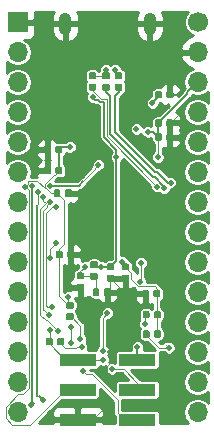
<source format=gbr>
G04 #@! TF.GenerationSoftware,KiCad,Pcbnew,5.0.1-33cea8e~66~ubuntu18.04.1*
G04 #@! TF.CreationDate,2018-10-18T22:19:59+02:00*
G04 #@! TF.ProjectId,Tiny-up5k,54696E792D7570356B2E6B696361645F,rev?*
G04 #@! TF.SameCoordinates,Original*
G04 #@! TF.FileFunction,Copper,L2,Bot,Signal*
G04 #@! TF.FilePolarity,Positive*
%FSLAX46Y46*%
G04 Gerber Fmt 4.6, Leading zero omitted, Abs format (unit mm)*
G04 Created by KiCad (PCBNEW 5.0.1-33cea8e~66~ubuntu18.04.1) date do 18 okt 2018 22:19:59 CEST*
%MOMM*%
%LPD*%
G01*
G04 APERTURE LIST*
G04 #@! TA.AperFunction,SMDPad,CuDef*
%ADD10R,3.150000X1.000000*%
G04 #@! TD*
G04 #@! TA.AperFunction,Conductor*
%ADD11C,0.100000*%
G04 #@! TD*
G04 #@! TA.AperFunction,SMDPad,CuDef*
%ADD12C,0.590000*%
G04 #@! TD*
G04 #@! TA.AperFunction,ComponentPad*
%ADD13R,1.700000X1.700000*%
G04 #@! TD*
G04 #@! TA.AperFunction,ComponentPad*
%ADD14O,1.700000X1.700000*%
G04 #@! TD*
G04 #@! TA.AperFunction,ComponentPad*
%ADD15C,1.700000*%
G04 #@! TD*
G04 #@! TA.AperFunction,ComponentPad*
%ADD16O,1.050000X1.900000*%
G04 #@! TD*
G04 #@! TA.AperFunction,ViaPad*
%ADD17C,0.500000*%
G04 #@! TD*
G04 #@! TA.AperFunction,Conductor*
%ADD18C,0.200000*%
G04 #@! TD*
G04 #@! TA.AperFunction,Conductor*
%ADD19C,0.150000*%
G04 #@! TD*
G04 #@! TA.AperFunction,Conductor*
%ADD20C,0.254000*%
G04 #@! TD*
G04 APERTURE END LIST*
D10*
G04 #@! TO.P,J5,1*
G04 #@! TO.N,GND*
X148620000Y-131445000D03*
G04 #@! TO.P,J5,2*
G04 #@! TO.N,SCK*
X153670000Y-131445000D03*
G04 #@! TO.P,J5,3*
G04 #@! TO.N,SPI_VCCIO1*
X148620000Y-128905000D03*
G04 #@! TO.P,J5,4*
G04 #@! TO.N,SDO*
X153670000Y-128905000D03*
G04 #@! TO.P,J5,5*
G04 #@! TO.N,SS*
X148620000Y-126365000D03*
G04 #@! TO.P,J5,6*
G04 #@! TO.N,SDI*
X153670000Y-126365000D03*
G04 #@! TD*
D11*
G04 #@! TO.N,GND*
G04 #@! TO.C,C12*
G36*
X147989958Y-111948710D02*
X148004276Y-111950834D01*
X148018317Y-111954351D01*
X148031946Y-111959228D01*
X148045031Y-111965417D01*
X148057447Y-111972858D01*
X148069073Y-111981481D01*
X148079798Y-111991202D01*
X148089519Y-112001927D01*
X148098142Y-112013553D01*
X148105583Y-112025969D01*
X148111772Y-112039054D01*
X148116649Y-112052683D01*
X148120166Y-112066724D01*
X148122290Y-112081042D01*
X148123000Y-112095500D01*
X148123000Y-112440500D01*
X148122290Y-112454958D01*
X148120166Y-112469276D01*
X148116649Y-112483317D01*
X148111772Y-112496946D01*
X148105583Y-112510031D01*
X148098142Y-112522447D01*
X148089519Y-112534073D01*
X148079798Y-112544798D01*
X148069073Y-112554519D01*
X148057447Y-112563142D01*
X148045031Y-112570583D01*
X148031946Y-112576772D01*
X148018317Y-112581649D01*
X148004276Y-112585166D01*
X147989958Y-112587290D01*
X147975500Y-112588000D01*
X147680500Y-112588000D01*
X147666042Y-112587290D01*
X147651724Y-112585166D01*
X147637683Y-112581649D01*
X147624054Y-112576772D01*
X147610969Y-112570583D01*
X147598553Y-112563142D01*
X147586927Y-112554519D01*
X147576202Y-112544798D01*
X147566481Y-112534073D01*
X147557858Y-112522447D01*
X147550417Y-112510031D01*
X147544228Y-112496946D01*
X147539351Y-112483317D01*
X147535834Y-112469276D01*
X147533710Y-112454958D01*
X147533000Y-112440500D01*
X147533000Y-112095500D01*
X147533710Y-112081042D01*
X147535834Y-112066724D01*
X147539351Y-112052683D01*
X147544228Y-112039054D01*
X147550417Y-112025969D01*
X147557858Y-112013553D01*
X147566481Y-112001927D01*
X147576202Y-111991202D01*
X147586927Y-111981481D01*
X147598553Y-111972858D01*
X147610969Y-111965417D01*
X147624054Y-111959228D01*
X147637683Y-111954351D01*
X147651724Y-111950834D01*
X147666042Y-111948710D01*
X147680500Y-111948000D01*
X147975500Y-111948000D01*
X147989958Y-111948710D01*
X147989958Y-111948710D01*
G37*
D12*
G04 #@! TD*
G04 #@! TO.P,C12,2*
G04 #@! TO.N,GND*
X147828000Y-112268000D03*
D11*
G04 #@! TO.N,SPI_VCCIO1*
G04 #@! TO.C,C12*
G36*
X147019958Y-111948710D02*
X147034276Y-111950834D01*
X147048317Y-111954351D01*
X147061946Y-111959228D01*
X147075031Y-111965417D01*
X147087447Y-111972858D01*
X147099073Y-111981481D01*
X147109798Y-111991202D01*
X147119519Y-112001927D01*
X147128142Y-112013553D01*
X147135583Y-112025969D01*
X147141772Y-112039054D01*
X147146649Y-112052683D01*
X147150166Y-112066724D01*
X147152290Y-112081042D01*
X147153000Y-112095500D01*
X147153000Y-112440500D01*
X147152290Y-112454958D01*
X147150166Y-112469276D01*
X147146649Y-112483317D01*
X147141772Y-112496946D01*
X147135583Y-112510031D01*
X147128142Y-112522447D01*
X147119519Y-112534073D01*
X147109798Y-112544798D01*
X147099073Y-112554519D01*
X147087447Y-112563142D01*
X147075031Y-112570583D01*
X147061946Y-112576772D01*
X147048317Y-112581649D01*
X147034276Y-112585166D01*
X147019958Y-112587290D01*
X147005500Y-112588000D01*
X146710500Y-112588000D01*
X146696042Y-112587290D01*
X146681724Y-112585166D01*
X146667683Y-112581649D01*
X146654054Y-112576772D01*
X146640969Y-112570583D01*
X146628553Y-112563142D01*
X146616927Y-112554519D01*
X146606202Y-112544798D01*
X146596481Y-112534073D01*
X146587858Y-112522447D01*
X146580417Y-112510031D01*
X146574228Y-112496946D01*
X146569351Y-112483317D01*
X146565834Y-112469276D01*
X146563710Y-112454958D01*
X146563000Y-112440500D01*
X146563000Y-112095500D01*
X146563710Y-112081042D01*
X146565834Y-112066724D01*
X146569351Y-112052683D01*
X146574228Y-112039054D01*
X146580417Y-112025969D01*
X146587858Y-112013553D01*
X146596481Y-112001927D01*
X146606202Y-111991202D01*
X146616927Y-111981481D01*
X146628553Y-111972858D01*
X146640969Y-111965417D01*
X146654054Y-111959228D01*
X146667683Y-111954351D01*
X146681724Y-111950834D01*
X146696042Y-111948710D01*
X146710500Y-111948000D01*
X147005500Y-111948000D01*
X147019958Y-111948710D01*
X147019958Y-111948710D01*
G37*
D12*
G04 #@! TD*
G04 #@! TO.P,C12,1*
G04 #@! TO.N,SPI_VCCIO1*
X146858000Y-112268000D03*
D13*
G04 #@! TO.P,J1,1*
G04 #@! TO.N,GND*
X143516000Y-97799100D03*
D14*
G04 #@! TO.P,J1,2*
G04 #@! TO.N,HL_02*
X143516000Y-100339100D03*
G04 #@! TO.P,J1,3*
G04 #@! TO.N,HL_03*
X143516000Y-102879100D03*
G04 #@! TO.P,J1,4*
G04 #@! TO.N,HL_04*
X143516000Y-105419100D03*
G04 #@! TO.P,J1,5*
G04 #@! TO.N,HL_05*
X143516000Y-107959100D03*
G04 #@! TO.P,J1,6*
G04 #@! TO.N,HL_06*
X143516000Y-110499100D03*
G04 #@! TO.P,J1,7*
G04 #@! TO.N,HL_07*
X143516000Y-113039100D03*
G04 #@! TO.P,J1,8*
G04 #@! TO.N,HL_08*
X143516000Y-115579100D03*
G04 #@! TO.P,J1,9*
G04 #@! TO.N,HL_09*
X143516000Y-118119100D03*
G04 #@! TO.P,J1,10*
G04 #@! TO.N,HL_10*
X143516000Y-120659100D03*
G04 #@! TO.P,J1,11*
G04 #@! TO.N,HL_11*
X143516000Y-123199100D03*
G04 #@! TO.P,J1,12*
G04 #@! TO.N,HL_12*
X143516000Y-125739100D03*
G04 #@! TO.P,J1,13*
G04 #@! TO.N,HL_13*
X143516000Y-128279100D03*
G04 #@! TO.P,J1,14*
G04 #@! TO.N,HL_14*
X143516000Y-130819100D03*
G04 #@! TD*
D15*
G04 #@! TO.P,J2,1*
G04 #@! TO.N,+5V*
X158756000Y-97799100D03*
D14*
G04 #@! TO.P,J2,2*
G04 #@! TO.N,GND*
X158756000Y-100339100D03*
G04 #@! TO.P,J2,3*
G04 #@! TO.N,SPI_VCCIO1*
X158756000Y-102879100D03*
G04 #@! TO.P,J2,4*
G04 #@! TO.N,HR_04*
X158756000Y-105419100D03*
G04 #@! TO.P,J2,5*
G04 #@! TO.N,HR_05*
X158756000Y-107959100D03*
G04 #@! TO.P,J2,6*
G04 #@! TO.N,HR_06*
X158756000Y-110499100D03*
G04 #@! TO.P,J2,7*
G04 #@! TO.N,HR_07*
X158756000Y-113039100D03*
G04 #@! TO.P,J2,8*
G04 #@! TO.N,HR_08*
X158756000Y-115579100D03*
G04 #@! TO.P,J2,9*
G04 #@! TO.N,HR_09*
X158756000Y-118119100D03*
G04 #@! TO.P,J2,10*
G04 #@! TO.N,HR_10*
X158756000Y-120659100D03*
G04 #@! TO.P,J2,11*
G04 #@! TO.N,HR_11*
X158756000Y-123199100D03*
G04 #@! TO.P,J2,12*
G04 #@! TO.N,HR_12*
X158756000Y-125739100D03*
G04 #@! TO.P,J2,13*
G04 #@! TO.N,HR_13*
X158756000Y-128279100D03*
G04 #@! TO.P,J2,14*
G04 #@! TO.N,HR_14*
X158756000Y-130819100D03*
G04 #@! TD*
D11*
G04 #@! TO.N,+5V*
G04 #@! TO.C,C1*
G36*
X155612958Y-103603810D02*
X155627276Y-103605934D01*
X155641317Y-103609451D01*
X155654946Y-103614328D01*
X155668031Y-103620517D01*
X155680447Y-103627958D01*
X155692073Y-103636581D01*
X155702798Y-103646302D01*
X155712519Y-103657027D01*
X155721142Y-103668653D01*
X155728583Y-103681069D01*
X155734772Y-103694154D01*
X155739649Y-103707783D01*
X155743166Y-103721824D01*
X155745290Y-103736142D01*
X155746000Y-103750600D01*
X155746000Y-104095600D01*
X155745290Y-104110058D01*
X155743166Y-104124376D01*
X155739649Y-104138417D01*
X155734772Y-104152046D01*
X155728583Y-104165131D01*
X155721142Y-104177547D01*
X155712519Y-104189173D01*
X155702798Y-104199898D01*
X155692073Y-104209619D01*
X155680447Y-104218242D01*
X155668031Y-104225683D01*
X155654946Y-104231872D01*
X155641317Y-104236749D01*
X155627276Y-104240266D01*
X155612958Y-104242390D01*
X155598500Y-104243100D01*
X155303500Y-104243100D01*
X155289042Y-104242390D01*
X155274724Y-104240266D01*
X155260683Y-104236749D01*
X155247054Y-104231872D01*
X155233969Y-104225683D01*
X155221553Y-104218242D01*
X155209927Y-104209619D01*
X155199202Y-104199898D01*
X155189481Y-104189173D01*
X155180858Y-104177547D01*
X155173417Y-104165131D01*
X155167228Y-104152046D01*
X155162351Y-104138417D01*
X155158834Y-104124376D01*
X155156710Y-104110058D01*
X155156000Y-104095600D01*
X155156000Y-103750600D01*
X155156710Y-103736142D01*
X155158834Y-103721824D01*
X155162351Y-103707783D01*
X155167228Y-103694154D01*
X155173417Y-103681069D01*
X155180858Y-103668653D01*
X155189481Y-103657027D01*
X155199202Y-103646302D01*
X155209927Y-103636581D01*
X155221553Y-103627958D01*
X155233969Y-103620517D01*
X155247054Y-103614328D01*
X155260683Y-103609451D01*
X155274724Y-103605934D01*
X155289042Y-103603810D01*
X155303500Y-103603100D01*
X155598500Y-103603100D01*
X155612958Y-103603810D01*
X155612958Y-103603810D01*
G37*
D12*
G04 #@! TD*
G04 #@! TO.P,C1,1*
G04 #@! TO.N,+5V*
X155451000Y-103923100D03*
D11*
G04 #@! TO.N,GND*
G04 #@! TO.C,C1*
G36*
X156582958Y-103603810D02*
X156597276Y-103605934D01*
X156611317Y-103609451D01*
X156624946Y-103614328D01*
X156638031Y-103620517D01*
X156650447Y-103627958D01*
X156662073Y-103636581D01*
X156672798Y-103646302D01*
X156682519Y-103657027D01*
X156691142Y-103668653D01*
X156698583Y-103681069D01*
X156704772Y-103694154D01*
X156709649Y-103707783D01*
X156713166Y-103721824D01*
X156715290Y-103736142D01*
X156716000Y-103750600D01*
X156716000Y-104095600D01*
X156715290Y-104110058D01*
X156713166Y-104124376D01*
X156709649Y-104138417D01*
X156704772Y-104152046D01*
X156698583Y-104165131D01*
X156691142Y-104177547D01*
X156682519Y-104189173D01*
X156672798Y-104199898D01*
X156662073Y-104209619D01*
X156650447Y-104218242D01*
X156638031Y-104225683D01*
X156624946Y-104231872D01*
X156611317Y-104236749D01*
X156597276Y-104240266D01*
X156582958Y-104242390D01*
X156568500Y-104243100D01*
X156273500Y-104243100D01*
X156259042Y-104242390D01*
X156244724Y-104240266D01*
X156230683Y-104236749D01*
X156217054Y-104231872D01*
X156203969Y-104225683D01*
X156191553Y-104218242D01*
X156179927Y-104209619D01*
X156169202Y-104199898D01*
X156159481Y-104189173D01*
X156150858Y-104177547D01*
X156143417Y-104165131D01*
X156137228Y-104152046D01*
X156132351Y-104138417D01*
X156128834Y-104124376D01*
X156126710Y-104110058D01*
X156126000Y-104095600D01*
X156126000Y-103750600D01*
X156126710Y-103736142D01*
X156128834Y-103721824D01*
X156132351Y-103707783D01*
X156137228Y-103694154D01*
X156143417Y-103681069D01*
X156150858Y-103668653D01*
X156159481Y-103657027D01*
X156169202Y-103646302D01*
X156179927Y-103636581D01*
X156191553Y-103627958D01*
X156203969Y-103620517D01*
X156217054Y-103614328D01*
X156230683Y-103609451D01*
X156244724Y-103605934D01*
X156259042Y-103603810D01*
X156273500Y-103603100D01*
X156568500Y-103603100D01*
X156582958Y-103603810D01*
X156582958Y-103603810D01*
G37*
D12*
G04 #@! TD*
G04 #@! TO.P,C1,2*
G04 #@! TO.N,GND*
X156421000Y-103923100D03*
D11*
G04 #@! TO.N,GND*
G04 #@! TO.C,C2*
G36*
X156582958Y-107203810D02*
X156597276Y-107205934D01*
X156611317Y-107209451D01*
X156624946Y-107214328D01*
X156638031Y-107220517D01*
X156650447Y-107227958D01*
X156662073Y-107236581D01*
X156672798Y-107246302D01*
X156682519Y-107257027D01*
X156691142Y-107268653D01*
X156698583Y-107281069D01*
X156704772Y-107294154D01*
X156709649Y-107307783D01*
X156713166Y-107321824D01*
X156715290Y-107336142D01*
X156716000Y-107350600D01*
X156716000Y-107695600D01*
X156715290Y-107710058D01*
X156713166Y-107724376D01*
X156709649Y-107738417D01*
X156704772Y-107752046D01*
X156698583Y-107765131D01*
X156691142Y-107777547D01*
X156682519Y-107789173D01*
X156672798Y-107799898D01*
X156662073Y-107809619D01*
X156650447Y-107818242D01*
X156638031Y-107825683D01*
X156624946Y-107831872D01*
X156611317Y-107836749D01*
X156597276Y-107840266D01*
X156582958Y-107842390D01*
X156568500Y-107843100D01*
X156273500Y-107843100D01*
X156259042Y-107842390D01*
X156244724Y-107840266D01*
X156230683Y-107836749D01*
X156217054Y-107831872D01*
X156203969Y-107825683D01*
X156191553Y-107818242D01*
X156179927Y-107809619D01*
X156169202Y-107799898D01*
X156159481Y-107789173D01*
X156150858Y-107777547D01*
X156143417Y-107765131D01*
X156137228Y-107752046D01*
X156132351Y-107738417D01*
X156128834Y-107724376D01*
X156126710Y-107710058D01*
X156126000Y-107695600D01*
X156126000Y-107350600D01*
X156126710Y-107336142D01*
X156128834Y-107321824D01*
X156132351Y-107307783D01*
X156137228Y-107294154D01*
X156143417Y-107281069D01*
X156150858Y-107268653D01*
X156159481Y-107257027D01*
X156169202Y-107246302D01*
X156179927Y-107236581D01*
X156191553Y-107227958D01*
X156203969Y-107220517D01*
X156217054Y-107214328D01*
X156230683Y-107209451D01*
X156244724Y-107205934D01*
X156259042Y-107203810D01*
X156273500Y-107203100D01*
X156568500Y-107203100D01*
X156582958Y-107203810D01*
X156582958Y-107203810D01*
G37*
D12*
G04 #@! TD*
G04 #@! TO.P,C2,2*
G04 #@! TO.N,GND*
X156421000Y-107523100D03*
D11*
G04 #@! TO.N,SPI_VCCIO1*
G04 #@! TO.C,C2*
G36*
X155612958Y-107203810D02*
X155627276Y-107205934D01*
X155641317Y-107209451D01*
X155654946Y-107214328D01*
X155668031Y-107220517D01*
X155680447Y-107227958D01*
X155692073Y-107236581D01*
X155702798Y-107246302D01*
X155712519Y-107257027D01*
X155721142Y-107268653D01*
X155728583Y-107281069D01*
X155734772Y-107294154D01*
X155739649Y-107307783D01*
X155743166Y-107321824D01*
X155745290Y-107336142D01*
X155746000Y-107350600D01*
X155746000Y-107695600D01*
X155745290Y-107710058D01*
X155743166Y-107724376D01*
X155739649Y-107738417D01*
X155734772Y-107752046D01*
X155728583Y-107765131D01*
X155721142Y-107777547D01*
X155712519Y-107789173D01*
X155702798Y-107799898D01*
X155692073Y-107809619D01*
X155680447Y-107818242D01*
X155668031Y-107825683D01*
X155654946Y-107831872D01*
X155641317Y-107836749D01*
X155627276Y-107840266D01*
X155612958Y-107842390D01*
X155598500Y-107843100D01*
X155303500Y-107843100D01*
X155289042Y-107842390D01*
X155274724Y-107840266D01*
X155260683Y-107836749D01*
X155247054Y-107831872D01*
X155233969Y-107825683D01*
X155221553Y-107818242D01*
X155209927Y-107809619D01*
X155199202Y-107799898D01*
X155189481Y-107789173D01*
X155180858Y-107777547D01*
X155173417Y-107765131D01*
X155167228Y-107752046D01*
X155162351Y-107738417D01*
X155158834Y-107724376D01*
X155156710Y-107710058D01*
X155156000Y-107695600D01*
X155156000Y-107350600D01*
X155156710Y-107336142D01*
X155158834Y-107321824D01*
X155162351Y-107307783D01*
X155167228Y-107294154D01*
X155173417Y-107281069D01*
X155180858Y-107268653D01*
X155189481Y-107257027D01*
X155199202Y-107246302D01*
X155209927Y-107236581D01*
X155221553Y-107227958D01*
X155233969Y-107220517D01*
X155247054Y-107214328D01*
X155260683Y-107209451D01*
X155274724Y-107205934D01*
X155289042Y-107203810D01*
X155303500Y-107203100D01*
X155598500Y-107203100D01*
X155612958Y-107203810D01*
X155612958Y-107203810D01*
G37*
D12*
G04 #@! TD*
G04 #@! TO.P,C2,1*
G04 #@! TO.N,SPI_VCCIO1*
X155451000Y-107523100D03*
D11*
G04 #@! TO.N,GND*
G04 #@! TO.C,C4*
G36*
X156582958Y-106003810D02*
X156597276Y-106005934D01*
X156611317Y-106009451D01*
X156624946Y-106014328D01*
X156638031Y-106020517D01*
X156650447Y-106027958D01*
X156662073Y-106036581D01*
X156672798Y-106046302D01*
X156682519Y-106057027D01*
X156691142Y-106068653D01*
X156698583Y-106081069D01*
X156704772Y-106094154D01*
X156709649Y-106107783D01*
X156713166Y-106121824D01*
X156715290Y-106136142D01*
X156716000Y-106150600D01*
X156716000Y-106495600D01*
X156715290Y-106510058D01*
X156713166Y-106524376D01*
X156709649Y-106538417D01*
X156704772Y-106552046D01*
X156698583Y-106565131D01*
X156691142Y-106577547D01*
X156682519Y-106589173D01*
X156672798Y-106599898D01*
X156662073Y-106609619D01*
X156650447Y-106618242D01*
X156638031Y-106625683D01*
X156624946Y-106631872D01*
X156611317Y-106636749D01*
X156597276Y-106640266D01*
X156582958Y-106642390D01*
X156568500Y-106643100D01*
X156273500Y-106643100D01*
X156259042Y-106642390D01*
X156244724Y-106640266D01*
X156230683Y-106636749D01*
X156217054Y-106631872D01*
X156203969Y-106625683D01*
X156191553Y-106618242D01*
X156179927Y-106609619D01*
X156169202Y-106599898D01*
X156159481Y-106589173D01*
X156150858Y-106577547D01*
X156143417Y-106565131D01*
X156137228Y-106552046D01*
X156132351Y-106538417D01*
X156128834Y-106524376D01*
X156126710Y-106510058D01*
X156126000Y-106495600D01*
X156126000Y-106150600D01*
X156126710Y-106136142D01*
X156128834Y-106121824D01*
X156132351Y-106107783D01*
X156137228Y-106094154D01*
X156143417Y-106081069D01*
X156150858Y-106068653D01*
X156159481Y-106057027D01*
X156169202Y-106046302D01*
X156179927Y-106036581D01*
X156191553Y-106027958D01*
X156203969Y-106020517D01*
X156217054Y-106014328D01*
X156230683Y-106009451D01*
X156244724Y-106005934D01*
X156259042Y-106003810D01*
X156273500Y-106003100D01*
X156568500Y-106003100D01*
X156582958Y-106003810D01*
X156582958Y-106003810D01*
G37*
D12*
G04 #@! TD*
G04 #@! TO.P,C4,2*
G04 #@! TO.N,GND*
X156421000Y-106323100D03*
D11*
G04 #@! TO.N,SPI_VCCIO1*
G04 #@! TO.C,C4*
G36*
X155612958Y-106003810D02*
X155627276Y-106005934D01*
X155641317Y-106009451D01*
X155654946Y-106014328D01*
X155668031Y-106020517D01*
X155680447Y-106027958D01*
X155692073Y-106036581D01*
X155702798Y-106046302D01*
X155712519Y-106057027D01*
X155721142Y-106068653D01*
X155728583Y-106081069D01*
X155734772Y-106094154D01*
X155739649Y-106107783D01*
X155743166Y-106121824D01*
X155745290Y-106136142D01*
X155746000Y-106150600D01*
X155746000Y-106495600D01*
X155745290Y-106510058D01*
X155743166Y-106524376D01*
X155739649Y-106538417D01*
X155734772Y-106552046D01*
X155728583Y-106565131D01*
X155721142Y-106577547D01*
X155712519Y-106589173D01*
X155702798Y-106599898D01*
X155692073Y-106609619D01*
X155680447Y-106618242D01*
X155668031Y-106625683D01*
X155654946Y-106631872D01*
X155641317Y-106636749D01*
X155627276Y-106640266D01*
X155612958Y-106642390D01*
X155598500Y-106643100D01*
X155303500Y-106643100D01*
X155289042Y-106642390D01*
X155274724Y-106640266D01*
X155260683Y-106636749D01*
X155247054Y-106631872D01*
X155233969Y-106625683D01*
X155221553Y-106618242D01*
X155209927Y-106609619D01*
X155199202Y-106599898D01*
X155189481Y-106589173D01*
X155180858Y-106577547D01*
X155173417Y-106565131D01*
X155167228Y-106552046D01*
X155162351Y-106538417D01*
X155158834Y-106524376D01*
X155156710Y-106510058D01*
X155156000Y-106495600D01*
X155156000Y-106150600D01*
X155156710Y-106136142D01*
X155158834Y-106121824D01*
X155162351Y-106107783D01*
X155167228Y-106094154D01*
X155173417Y-106081069D01*
X155180858Y-106068653D01*
X155189481Y-106057027D01*
X155199202Y-106046302D01*
X155209927Y-106036581D01*
X155221553Y-106027958D01*
X155233969Y-106020517D01*
X155247054Y-106014328D01*
X155260683Y-106009451D01*
X155274724Y-106005934D01*
X155289042Y-106003810D01*
X155303500Y-106003100D01*
X155598500Y-106003100D01*
X155612958Y-106003810D01*
X155612958Y-106003810D01*
G37*
D12*
G04 #@! TD*
G04 #@! TO.P,C4,1*
G04 #@! TO.N,SPI_VCCIO1*
X155451000Y-106323100D03*
D11*
G04 #@! TO.N,GND*
G04 #@! TO.C,C5*
G36*
X154512958Y-120457710D02*
X154527276Y-120459834D01*
X154541317Y-120463351D01*
X154554946Y-120468228D01*
X154568031Y-120474417D01*
X154580447Y-120481858D01*
X154592073Y-120490481D01*
X154602798Y-120500202D01*
X154612519Y-120510927D01*
X154621142Y-120522553D01*
X154628583Y-120534969D01*
X154634772Y-120548054D01*
X154639649Y-120561683D01*
X154643166Y-120575724D01*
X154645290Y-120590042D01*
X154646000Y-120604500D01*
X154646000Y-120949500D01*
X154645290Y-120963958D01*
X154643166Y-120978276D01*
X154639649Y-120992317D01*
X154634772Y-121005946D01*
X154628583Y-121019031D01*
X154621142Y-121031447D01*
X154612519Y-121043073D01*
X154602798Y-121053798D01*
X154592073Y-121063519D01*
X154580447Y-121072142D01*
X154568031Y-121079583D01*
X154554946Y-121085772D01*
X154541317Y-121090649D01*
X154527276Y-121094166D01*
X154512958Y-121096290D01*
X154498500Y-121097000D01*
X154203500Y-121097000D01*
X154189042Y-121096290D01*
X154174724Y-121094166D01*
X154160683Y-121090649D01*
X154147054Y-121085772D01*
X154133969Y-121079583D01*
X154121553Y-121072142D01*
X154109927Y-121063519D01*
X154099202Y-121053798D01*
X154089481Y-121043073D01*
X154080858Y-121031447D01*
X154073417Y-121019031D01*
X154067228Y-121005946D01*
X154062351Y-120992317D01*
X154058834Y-120978276D01*
X154056710Y-120963958D01*
X154056000Y-120949500D01*
X154056000Y-120604500D01*
X154056710Y-120590042D01*
X154058834Y-120575724D01*
X154062351Y-120561683D01*
X154067228Y-120548054D01*
X154073417Y-120534969D01*
X154080858Y-120522553D01*
X154089481Y-120510927D01*
X154099202Y-120500202D01*
X154109927Y-120490481D01*
X154121553Y-120481858D01*
X154133969Y-120474417D01*
X154147054Y-120468228D01*
X154160683Y-120463351D01*
X154174724Y-120459834D01*
X154189042Y-120457710D01*
X154203500Y-120457000D01*
X154498500Y-120457000D01*
X154512958Y-120457710D01*
X154512958Y-120457710D01*
G37*
D12*
G04 #@! TD*
G04 #@! TO.P,C5,2*
G04 #@! TO.N,GND*
X154351000Y-120777000D03*
D11*
G04 #@! TO.N,SPI_VCCIO1*
G04 #@! TO.C,C5*
G36*
X155482958Y-120457710D02*
X155497276Y-120459834D01*
X155511317Y-120463351D01*
X155524946Y-120468228D01*
X155538031Y-120474417D01*
X155550447Y-120481858D01*
X155562073Y-120490481D01*
X155572798Y-120500202D01*
X155582519Y-120510927D01*
X155591142Y-120522553D01*
X155598583Y-120534969D01*
X155604772Y-120548054D01*
X155609649Y-120561683D01*
X155613166Y-120575724D01*
X155615290Y-120590042D01*
X155616000Y-120604500D01*
X155616000Y-120949500D01*
X155615290Y-120963958D01*
X155613166Y-120978276D01*
X155609649Y-120992317D01*
X155604772Y-121005946D01*
X155598583Y-121019031D01*
X155591142Y-121031447D01*
X155582519Y-121043073D01*
X155572798Y-121053798D01*
X155562073Y-121063519D01*
X155550447Y-121072142D01*
X155538031Y-121079583D01*
X155524946Y-121085772D01*
X155511317Y-121090649D01*
X155497276Y-121094166D01*
X155482958Y-121096290D01*
X155468500Y-121097000D01*
X155173500Y-121097000D01*
X155159042Y-121096290D01*
X155144724Y-121094166D01*
X155130683Y-121090649D01*
X155117054Y-121085772D01*
X155103969Y-121079583D01*
X155091553Y-121072142D01*
X155079927Y-121063519D01*
X155069202Y-121053798D01*
X155059481Y-121043073D01*
X155050858Y-121031447D01*
X155043417Y-121019031D01*
X155037228Y-121005946D01*
X155032351Y-120992317D01*
X155028834Y-120978276D01*
X155026710Y-120963958D01*
X155026000Y-120949500D01*
X155026000Y-120604500D01*
X155026710Y-120590042D01*
X155028834Y-120575724D01*
X155032351Y-120561683D01*
X155037228Y-120548054D01*
X155043417Y-120534969D01*
X155050858Y-120522553D01*
X155059481Y-120510927D01*
X155069202Y-120500202D01*
X155079927Y-120490481D01*
X155091553Y-120481858D01*
X155103969Y-120474417D01*
X155117054Y-120468228D01*
X155130683Y-120463351D01*
X155144724Y-120459834D01*
X155159042Y-120457710D01*
X155173500Y-120457000D01*
X155468500Y-120457000D01*
X155482958Y-120457710D01*
X155482958Y-120457710D01*
G37*
D12*
G04 #@! TD*
G04 #@! TO.P,C5,1*
G04 #@! TO.N,SPI_VCCIO1*
X155321000Y-120777000D03*
D11*
G04 #@! TO.N,VCCPLL*
G04 #@! TO.C,C6*
G36*
X149030958Y-118981710D02*
X149045276Y-118983834D01*
X149059317Y-118987351D01*
X149072946Y-118992228D01*
X149086031Y-118998417D01*
X149098447Y-119005858D01*
X149110073Y-119014481D01*
X149120798Y-119024202D01*
X149130519Y-119034927D01*
X149139142Y-119046553D01*
X149146583Y-119058969D01*
X149152772Y-119072054D01*
X149157649Y-119085683D01*
X149161166Y-119099724D01*
X149163290Y-119114042D01*
X149164000Y-119128500D01*
X149164000Y-119423500D01*
X149163290Y-119437958D01*
X149161166Y-119452276D01*
X149157649Y-119466317D01*
X149152772Y-119479946D01*
X149146583Y-119493031D01*
X149139142Y-119505447D01*
X149130519Y-119517073D01*
X149120798Y-119527798D01*
X149110073Y-119537519D01*
X149098447Y-119546142D01*
X149086031Y-119553583D01*
X149072946Y-119559772D01*
X149059317Y-119564649D01*
X149045276Y-119568166D01*
X149030958Y-119570290D01*
X149016500Y-119571000D01*
X148671500Y-119571000D01*
X148657042Y-119570290D01*
X148642724Y-119568166D01*
X148628683Y-119564649D01*
X148615054Y-119559772D01*
X148601969Y-119553583D01*
X148589553Y-119546142D01*
X148577927Y-119537519D01*
X148567202Y-119527798D01*
X148557481Y-119517073D01*
X148548858Y-119505447D01*
X148541417Y-119493031D01*
X148535228Y-119479946D01*
X148530351Y-119466317D01*
X148526834Y-119452276D01*
X148524710Y-119437958D01*
X148524000Y-119423500D01*
X148524000Y-119128500D01*
X148524710Y-119114042D01*
X148526834Y-119099724D01*
X148530351Y-119085683D01*
X148535228Y-119072054D01*
X148541417Y-119058969D01*
X148548858Y-119046553D01*
X148557481Y-119034927D01*
X148567202Y-119024202D01*
X148577927Y-119014481D01*
X148589553Y-119005858D01*
X148601969Y-118998417D01*
X148615054Y-118992228D01*
X148628683Y-118987351D01*
X148642724Y-118983834D01*
X148657042Y-118981710D01*
X148671500Y-118981000D01*
X149016500Y-118981000D01*
X149030958Y-118981710D01*
X149030958Y-118981710D01*
G37*
D12*
G04 #@! TD*
G04 #@! TO.P,C6,1*
G04 #@! TO.N,VCCPLL*
X148844000Y-119276000D03*
D11*
G04 #@! TO.N,GND*
G04 #@! TO.C,C6*
G36*
X149030958Y-119951710D02*
X149045276Y-119953834D01*
X149059317Y-119957351D01*
X149072946Y-119962228D01*
X149086031Y-119968417D01*
X149098447Y-119975858D01*
X149110073Y-119984481D01*
X149120798Y-119994202D01*
X149130519Y-120004927D01*
X149139142Y-120016553D01*
X149146583Y-120028969D01*
X149152772Y-120042054D01*
X149157649Y-120055683D01*
X149161166Y-120069724D01*
X149163290Y-120084042D01*
X149164000Y-120098500D01*
X149164000Y-120393500D01*
X149163290Y-120407958D01*
X149161166Y-120422276D01*
X149157649Y-120436317D01*
X149152772Y-120449946D01*
X149146583Y-120463031D01*
X149139142Y-120475447D01*
X149130519Y-120487073D01*
X149120798Y-120497798D01*
X149110073Y-120507519D01*
X149098447Y-120516142D01*
X149086031Y-120523583D01*
X149072946Y-120529772D01*
X149059317Y-120534649D01*
X149045276Y-120538166D01*
X149030958Y-120540290D01*
X149016500Y-120541000D01*
X148671500Y-120541000D01*
X148657042Y-120540290D01*
X148642724Y-120538166D01*
X148628683Y-120534649D01*
X148615054Y-120529772D01*
X148601969Y-120523583D01*
X148589553Y-120516142D01*
X148577927Y-120507519D01*
X148567202Y-120497798D01*
X148557481Y-120487073D01*
X148548858Y-120475447D01*
X148541417Y-120463031D01*
X148535228Y-120449946D01*
X148530351Y-120436317D01*
X148526834Y-120422276D01*
X148524710Y-120407958D01*
X148524000Y-120393500D01*
X148524000Y-120098500D01*
X148524710Y-120084042D01*
X148526834Y-120069724D01*
X148530351Y-120055683D01*
X148535228Y-120042054D01*
X148541417Y-120028969D01*
X148548858Y-120016553D01*
X148557481Y-120004927D01*
X148567202Y-119994202D01*
X148577927Y-119984481D01*
X148589553Y-119975858D01*
X148601969Y-119968417D01*
X148615054Y-119962228D01*
X148628683Y-119957351D01*
X148642724Y-119953834D01*
X148657042Y-119951710D01*
X148671500Y-119951000D01*
X149016500Y-119951000D01*
X149030958Y-119951710D01*
X149030958Y-119951710D01*
G37*
D12*
G04 #@! TD*
G04 #@! TO.P,C6,2*
G04 #@! TO.N,GND*
X148844000Y-120246000D03*
D11*
G04 #@! TO.N,SPI_VCCIO1*
G04 #@! TO.C,C8*
G36*
X147227958Y-117155710D02*
X147242276Y-117157834D01*
X147256317Y-117161351D01*
X147269946Y-117166228D01*
X147283031Y-117172417D01*
X147295447Y-117179858D01*
X147307073Y-117188481D01*
X147317798Y-117198202D01*
X147327519Y-117208927D01*
X147336142Y-117220553D01*
X147343583Y-117232969D01*
X147349772Y-117246054D01*
X147354649Y-117259683D01*
X147358166Y-117273724D01*
X147360290Y-117288042D01*
X147361000Y-117302500D01*
X147361000Y-117647500D01*
X147360290Y-117661958D01*
X147358166Y-117676276D01*
X147354649Y-117690317D01*
X147349772Y-117703946D01*
X147343583Y-117717031D01*
X147336142Y-117729447D01*
X147327519Y-117741073D01*
X147317798Y-117751798D01*
X147307073Y-117761519D01*
X147295447Y-117770142D01*
X147283031Y-117777583D01*
X147269946Y-117783772D01*
X147256317Y-117788649D01*
X147242276Y-117792166D01*
X147227958Y-117794290D01*
X147213500Y-117795000D01*
X146918500Y-117795000D01*
X146904042Y-117794290D01*
X146889724Y-117792166D01*
X146875683Y-117788649D01*
X146862054Y-117783772D01*
X146848969Y-117777583D01*
X146836553Y-117770142D01*
X146824927Y-117761519D01*
X146814202Y-117751798D01*
X146804481Y-117741073D01*
X146795858Y-117729447D01*
X146788417Y-117717031D01*
X146782228Y-117703946D01*
X146777351Y-117690317D01*
X146773834Y-117676276D01*
X146771710Y-117661958D01*
X146771000Y-117647500D01*
X146771000Y-117302500D01*
X146771710Y-117288042D01*
X146773834Y-117273724D01*
X146777351Y-117259683D01*
X146782228Y-117246054D01*
X146788417Y-117232969D01*
X146795858Y-117220553D01*
X146804481Y-117208927D01*
X146814202Y-117198202D01*
X146824927Y-117188481D01*
X146836553Y-117179858D01*
X146848969Y-117172417D01*
X146862054Y-117166228D01*
X146875683Y-117161351D01*
X146889724Y-117157834D01*
X146904042Y-117155710D01*
X146918500Y-117155000D01*
X147213500Y-117155000D01*
X147227958Y-117155710D01*
X147227958Y-117155710D01*
G37*
D12*
G04 #@! TD*
G04 #@! TO.P,C8,1*
G04 #@! TO.N,SPI_VCCIO1*
X147066000Y-117475000D03*
D11*
G04 #@! TO.N,GND*
G04 #@! TO.C,C8*
G36*
X148197958Y-117155710D02*
X148212276Y-117157834D01*
X148226317Y-117161351D01*
X148239946Y-117166228D01*
X148253031Y-117172417D01*
X148265447Y-117179858D01*
X148277073Y-117188481D01*
X148287798Y-117198202D01*
X148297519Y-117208927D01*
X148306142Y-117220553D01*
X148313583Y-117232969D01*
X148319772Y-117246054D01*
X148324649Y-117259683D01*
X148328166Y-117273724D01*
X148330290Y-117288042D01*
X148331000Y-117302500D01*
X148331000Y-117647500D01*
X148330290Y-117661958D01*
X148328166Y-117676276D01*
X148324649Y-117690317D01*
X148319772Y-117703946D01*
X148313583Y-117717031D01*
X148306142Y-117729447D01*
X148297519Y-117741073D01*
X148287798Y-117751798D01*
X148277073Y-117761519D01*
X148265447Y-117770142D01*
X148253031Y-117777583D01*
X148239946Y-117783772D01*
X148226317Y-117788649D01*
X148212276Y-117792166D01*
X148197958Y-117794290D01*
X148183500Y-117795000D01*
X147888500Y-117795000D01*
X147874042Y-117794290D01*
X147859724Y-117792166D01*
X147845683Y-117788649D01*
X147832054Y-117783772D01*
X147818969Y-117777583D01*
X147806553Y-117770142D01*
X147794927Y-117761519D01*
X147784202Y-117751798D01*
X147774481Y-117741073D01*
X147765858Y-117729447D01*
X147758417Y-117717031D01*
X147752228Y-117703946D01*
X147747351Y-117690317D01*
X147743834Y-117676276D01*
X147741710Y-117661958D01*
X147741000Y-117647500D01*
X147741000Y-117302500D01*
X147741710Y-117288042D01*
X147743834Y-117273724D01*
X147747351Y-117259683D01*
X147752228Y-117246054D01*
X147758417Y-117232969D01*
X147765858Y-117220553D01*
X147774481Y-117208927D01*
X147784202Y-117198202D01*
X147794927Y-117188481D01*
X147806553Y-117179858D01*
X147818969Y-117172417D01*
X147832054Y-117166228D01*
X147845683Y-117161351D01*
X147859724Y-117157834D01*
X147874042Y-117155710D01*
X147888500Y-117155000D01*
X148183500Y-117155000D01*
X148197958Y-117155710D01*
X148197958Y-117155710D01*
G37*
D12*
G04 #@! TD*
G04 #@! TO.P,C8,2*
G04 #@! TO.N,GND*
X148036000Y-117475000D03*
D11*
G04 #@! TO.N,GND*
G04 #@! TO.C,C9*
G36*
X152840958Y-119189710D02*
X152855276Y-119191834D01*
X152869317Y-119195351D01*
X152882946Y-119200228D01*
X152896031Y-119206417D01*
X152908447Y-119213858D01*
X152920073Y-119222481D01*
X152930798Y-119232202D01*
X152940519Y-119242927D01*
X152949142Y-119254553D01*
X152956583Y-119266969D01*
X152962772Y-119280054D01*
X152967649Y-119293683D01*
X152971166Y-119307724D01*
X152973290Y-119322042D01*
X152974000Y-119336500D01*
X152974000Y-119631500D01*
X152973290Y-119645958D01*
X152971166Y-119660276D01*
X152967649Y-119674317D01*
X152962772Y-119687946D01*
X152956583Y-119701031D01*
X152949142Y-119713447D01*
X152940519Y-119725073D01*
X152930798Y-119735798D01*
X152920073Y-119745519D01*
X152908447Y-119754142D01*
X152896031Y-119761583D01*
X152882946Y-119767772D01*
X152869317Y-119772649D01*
X152855276Y-119776166D01*
X152840958Y-119778290D01*
X152826500Y-119779000D01*
X152481500Y-119779000D01*
X152467042Y-119778290D01*
X152452724Y-119776166D01*
X152438683Y-119772649D01*
X152425054Y-119767772D01*
X152411969Y-119761583D01*
X152399553Y-119754142D01*
X152387927Y-119745519D01*
X152377202Y-119735798D01*
X152367481Y-119725073D01*
X152358858Y-119713447D01*
X152351417Y-119701031D01*
X152345228Y-119687946D01*
X152340351Y-119674317D01*
X152336834Y-119660276D01*
X152334710Y-119645958D01*
X152334000Y-119631500D01*
X152334000Y-119336500D01*
X152334710Y-119322042D01*
X152336834Y-119307724D01*
X152340351Y-119293683D01*
X152345228Y-119280054D01*
X152351417Y-119266969D01*
X152358858Y-119254553D01*
X152367481Y-119242927D01*
X152377202Y-119232202D01*
X152387927Y-119222481D01*
X152399553Y-119213858D01*
X152411969Y-119206417D01*
X152425054Y-119200228D01*
X152438683Y-119195351D01*
X152452724Y-119191834D01*
X152467042Y-119189710D01*
X152481500Y-119189000D01*
X152826500Y-119189000D01*
X152840958Y-119189710D01*
X152840958Y-119189710D01*
G37*
D12*
G04 #@! TD*
G04 #@! TO.P,C9,2*
G04 #@! TO.N,GND*
X152654000Y-119484000D03*
D11*
G04 #@! TO.N,SPI_VCCIO1*
G04 #@! TO.C,C9*
G36*
X152840958Y-118219710D02*
X152855276Y-118221834D01*
X152869317Y-118225351D01*
X152882946Y-118230228D01*
X152896031Y-118236417D01*
X152908447Y-118243858D01*
X152920073Y-118252481D01*
X152930798Y-118262202D01*
X152940519Y-118272927D01*
X152949142Y-118284553D01*
X152956583Y-118296969D01*
X152962772Y-118310054D01*
X152967649Y-118323683D01*
X152971166Y-118337724D01*
X152973290Y-118352042D01*
X152974000Y-118366500D01*
X152974000Y-118661500D01*
X152973290Y-118675958D01*
X152971166Y-118690276D01*
X152967649Y-118704317D01*
X152962772Y-118717946D01*
X152956583Y-118731031D01*
X152949142Y-118743447D01*
X152940519Y-118755073D01*
X152930798Y-118765798D01*
X152920073Y-118775519D01*
X152908447Y-118784142D01*
X152896031Y-118791583D01*
X152882946Y-118797772D01*
X152869317Y-118802649D01*
X152855276Y-118806166D01*
X152840958Y-118808290D01*
X152826500Y-118809000D01*
X152481500Y-118809000D01*
X152467042Y-118808290D01*
X152452724Y-118806166D01*
X152438683Y-118802649D01*
X152425054Y-118797772D01*
X152411969Y-118791583D01*
X152399553Y-118784142D01*
X152387927Y-118775519D01*
X152377202Y-118765798D01*
X152367481Y-118755073D01*
X152358858Y-118743447D01*
X152351417Y-118731031D01*
X152345228Y-118717946D01*
X152340351Y-118704317D01*
X152336834Y-118690276D01*
X152334710Y-118675958D01*
X152334000Y-118661500D01*
X152334000Y-118366500D01*
X152334710Y-118352042D01*
X152336834Y-118337724D01*
X152340351Y-118323683D01*
X152345228Y-118310054D01*
X152351417Y-118296969D01*
X152358858Y-118284553D01*
X152367481Y-118272927D01*
X152377202Y-118262202D01*
X152387927Y-118252481D01*
X152399553Y-118243858D01*
X152411969Y-118236417D01*
X152425054Y-118230228D01*
X152438683Y-118225351D01*
X152452724Y-118221834D01*
X152467042Y-118219710D01*
X152481500Y-118219000D01*
X152826500Y-118219000D01*
X152840958Y-118219710D01*
X152840958Y-118219710D01*
G37*
D12*
G04 #@! TD*
G04 #@! TO.P,C9,1*
G04 #@! TO.N,SPI_VCCIO1*
X152654000Y-118514000D03*
D11*
G04 #@! TO.N,GND*
G04 #@! TO.C,C10*
G36*
X146211958Y-108265710D02*
X146226276Y-108267834D01*
X146240317Y-108271351D01*
X146253946Y-108276228D01*
X146267031Y-108282417D01*
X146279447Y-108289858D01*
X146291073Y-108298481D01*
X146301798Y-108308202D01*
X146311519Y-108318927D01*
X146320142Y-108330553D01*
X146327583Y-108342969D01*
X146333772Y-108356054D01*
X146338649Y-108369683D01*
X146342166Y-108383724D01*
X146344290Y-108398042D01*
X146345000Y-108412500D01*
X146345000Y-108757500D01*
X146344290Y-108771958D01*
X146342166Y-108786276D01*
X146338649Y-108800317D01*
X146333772Y-108813946D01*
X146327583Y-108827031D01*
X146320142Y-108839447D01*
X146311519Y-108851073D01*
X146301798Y-108861798D01*
X146291073Y-108871519D01*
X146279447Y-108880142D01*
X146267031Y-108887583D01*
X146253946Y-108893772D01*
X146240317Y-108898649D01*
X146226276Y-108902166D01*
X146211958Y-108904290D01*
X146197500Y-108905000D01*
X145902500Y-108905000D01*
X145888042Y-108904290D01*
X145873724Y-108902166D01*
X145859683Y-108898649D01*
X145846054Y-108893772D01*
X145832969Y-108887583D01*
X145820553Y-108880142D01*
X145808927Y-108871519D01*
X145798202Y-108861798D01*
X145788481Y-108851073D01*
X145779858Y-108839447D01*
X145772417Y-108827031D01*
X145766228Y-108813946D01*
X145761351Y-108800317D01*
X145757834Y-108786276D01*
X145755710Y-108771958D01*
X145755000Y-108757500D01*
X145755000Y-108412500D01*
X145755710Y-108398042D01*
X145757834Y-108383724D01*
X145761351Y-108369683D01*
X145766228Y-108356054D01*
X145772417Y-108342969D01*
X145779858Y-108330553D01*
X145788481Y-108318927D01*
X145798202Y-108308202D01*
X145808927Y-108298481D01*
X145820553Y-108289858D01*
X145832969Y-108282417D01*
X145846054Y-108276228D01*
X145859683Y-108271351D01*
X145873724Y-108267834D01*
X145888042Y-108265710D01*
X145902500Y-108265000D01*
X146197500Y-108265000D01*
X146211958Y-108265710D01*
X146211958Y-108265710D01*
G37*
D12*
G04 #@! TD*
G04 #@! TO.P,C10,2*
G04 #@! TO.N,GND*
X146050000Y-108585000D03*
D11*
G04 #@! TO.N,SPI_VCCIO1*
G04 #@! TO.C,C10*
G36*
X147181958Y-108265710D02*
X147196276Y-108267834D01*
X147210317Y-108271351D01*
X147223946Y-108276228D01*
X147237031Y-108282417D01*
X147249447Y-108289858D01*
X147261073Y-108298481D01*
X147271798Y-108308202D01*
X147281519Y-108318927D01*
X147290142Y-108330553D01*
X147297583Y-108342969D01*
X147303772Y-108356054D01*
X147308649Y-108369683D01*
X147312166Y-108383724D01*
X147314290Y-108398042D01*
X147315000Y-108412500D01*
X147315000Y-108757500D01*
X147314290Y-108771958D01*
X147312166Y-108786276D01*
X147308649Y-108800317D01*
X147303772Y-108813946D01*
X147297583Y-108827031D01*
X147290142Y-108839447D01*
X147281519Y-108851073D01*
X147271798Y-108861798D01*
X147261073Y-108871519D01*
X147249447Y-108880142D01*
X147237031Y-108887583D01*
X147223946Y-108893772D01*
X147210317Y-108898649D01*
X147196276Y-108902166D01*
X147181958Y-108904290D01*
X147167500Y-108905000D01*
X146872500Y-108905000D01*
X146858042Y-108904290D01*
X146843724Y-108902166D01*
X146829683Y-108898649D01*
X146816054Y-108893772D01*
X146802969Y-108887583D01*
X146790553Y-108880142D01*
X146778927Y-108871519D01*
X146768202Y-108861798D01*
X146758481Y-108851073D01*
X146749858Y-108839447D01*
X146742417Y-108827031D01*
X146736228Y-108813946D01*
X146731351Y-108800317D01*
X146727834Y-108786276D01*
X146725710Y-108771958D01*
X146725000Y-108757500D01*
X146725000Y-108412500D01*
X146725710Y-108398042D01*
X146727834Y-108383724D01*
X146731351Y-108369683D01*
X146736228Y-108356054D01*
X146742417Y-108342969D01*
X146749858Y-108330553D01*
X146758481Y-108318927D01*
X146768202Y-108308202D01*
X146778927Y-108298481D01*
X146790553Y-108289858D01*
X146802969Y-108282417D01*
X146816054Y-108276228D01*
X146829683Y-108271351D01*
X146843724Y-108267834D01*
X146858042Y-108265710D01*
X146872500Y-108265000D01*
X147167500Y-108265000D01*
X147181958Y-108265710D01*
X147181958Y-108265710D01*
G37*
D12*
G04 #@! TD*
G04 #@! TO.P,C10,1*
G04 #@! TO.N,SPI_VCCIO1*
X147020000Y-108585000D03*
D11*
G04 #@! TO.N,SPI_VCCIO1*
G04 #@! TO.C,C11*
G36*
X147181958Y-110043710D02*
X147196276Y-110045834D01*
X147210317Y-110049351D01*
X147223946Y-110054228D01*
X147237031Y-110060417D01*
X147249447Y-110067858D01*
X147261073Y-110076481D01*
X147271798Y-110086202D01*
X147281519Y-110096927D01*
X147290142Y-110108553D01*
X147297583Y-110120969D01*
X147303772Y-110134054D01*
X147308649Y-110147683D01*
X147312166Y-110161724D01*
X147314290Y-110176042D01*
X147315000Y-110190500D01*
X147315000Y-110535500D01*
X147314290Y-110549958D01*
X147312166Y-110564276D01*
X147308649Y-110578317D01*
X147303772Y-110591946D01*
X147297583Y-110605031D01*
X147290142Y-110617447D01*
X147281519Y-110629073D01*
X147271798Y-110639798D01*
X147261073Y-110649519D01*
X147249447Y-110658142D01*
X147237031Y-110665583D01*
X147223946Y-110671772D01*
X147210317Y-110676649D01*
X147196276Y-110680166D01*
X147181958Y-110682290D01*
X147167500Y-110683000D01*
X146872500Y-110683000D01*
X146858042Y-110682290D01*
X146843724Y-110680166D01*
X146829683Y-110676649D01*
X146816054Y-110671772D01*
X146802969Y-110665583D01*
X146790553Y-110658142D01*
X146778927Y-110649519D01*
X146768202Y-110639798D01*
X146758481Y-110629073D01*
X146749858Y-110617447D01*
X146742417Y-110605031D01*
X146736228Y-110591946D01*
X146731351Y-110578317D01*
X146727834Y-110564276D01*
X146725710Y-110549958D01*
X146725000Y-110535500D01*
X146725000Y-110190500D01*
X146725710Y-110176042D01*
X146727834Y-110161724D01*
X146731351Y-110147683D01*
X146736228Y-110134054D01*
X146742417Y-110120969D01*
X146749858Y-110108553D01*
X146758481Y-110096927D01*
X146768202Y-110086202D01*
X146778927Y-110076481D01*
X146790553Y-110067858D01*
X146802969Y-110060417D01*
X146816054Y-110054228D01*
X146829683Y-110049351D01*
X146843724Y-110045834D01*
X146858042Y-110043710D01*
X146872500Y-110043000D01*
X147167500Y-110043000D01*
X147181958Y-110043710D01*
X147181958Y-110043710D01*
G37*
D12*
G04 #@! TD*
G04 #@! TO.P,C11,1*
G04 #@! TO.N,SPI_VCCIO1*
X147020000Y-110363000D03*
D11*
G04 #@! TO.N,GND*
G04 #@! TO.C,C11*
G36*
X146211958Y-110043710D02*
X146226276Y-110045834D01*
X146240317Y-110049351D01*
X146253946Y-110054228D01*
X146267031Y-110060417D01*
X146279447Y-110067858D01*
X146291073Y-110076481D01*
X146301798Y-110086202D01*
X146311519Y-110096927D01*
X146320142Y-110108553D01*
X146327583Y-110120969D01*
X146333772Y-110134054D01*
X146338649Y-110147683D01*
X146342166Y-110161724D01*
X146344290Y-110176042D01*
X146345000Y-110190500D01*
X146345000Y-110535500D01*
X146344290Y-110549958D01*
X146342166Y-110564276D01*
X146338649Y-110578317D01*
X146333772Y-110591946D01*
X146327583Y-110605031D01*
X146320142Y-110617447D01*
X146311519Y-110629073D01*
X146301798Y-110639798D01*
X146291073Y-110649519D01*
X146279447Y-110658142D01*
X146267031Y-110665583D01*
X146253946Y-110671772D01*
X146240317Y-110676649D01*
X146226276Y-110680166D01*
X146211958Y-110682290D01*
X146197500Y-110683000D01*
X145902500Y-110683000D01*
X145888042Y-110682290D01*
X145873724Y-110680166D01*
X145859683Y-110676649D01*
X145846054Y-110671772D01*
X145832969Y-110665583D01*
X145820553Y-110658142D01*
X145808927Y-110649519D01*
X145798202Y-110639798D01*
X145788481Y-110629073D01*
X145779858Y-110617447D01*
X145772417Y-110605031D01*
X145766228Y-110591946D01*
X145761351Y-110578317D01*
X145757834Y-110564276D01*
X145755710Y-110549958D01*
X145755000Y-110535500D01*
X145755000Y-110190500D01*
X145755710Y-110176042D01*
X145757834Y-110161724D01*
X145761351Y-110147683D01*
X145766228Y-110134054D01*
X145772417Y-110120969D01*
X145779858Y-110108553D01*
X145788481Y-110096927D01*
X145798202Y-110086202D01*
X145808927Y-110076481D01*
X145820553Y-110067858D01*
X145832969Y-110060417D01*
X145846054Y-110054228D01*
X145859683Y-110049351D01*
X145873724Y-110045834D01*
X145888042Y-110043710D01*
X145902500Y-110043000D01*
X146197500Y-110043000D01*
X146211958Y-110043710D01*
X146211958Y-110043710D01*
G37*
D12*
G04 #@! TD*
G04 #@! TO.P,C11,2*
G04 #@! TO.N,GND*
X146050000Y-110363000D03*
D11*
G04 #@! TO.N,VCC_CORE*
G04 #@! TO.C,C13*
G36*
X151570958Y-118196710D02*
X151585276Y-118198834D01*
X151599317Y-118202351D01*
X151612946Y-118207228D01*
X151626031Y-118213417D01*
X151638447Y-118220858D01*
X151650073Y-118229481D01*
X151660798Y-118239202D01*
X151670519Y-118249927D01*
X151679142Y-118261553D01*
X151686583Y-118273969D01*
X151692772Y-118287054D01*
X151697649Y-118300683D01*
X151701166Y-118314724D01*
X151703290Y-118329042D01*
X151704000Y-118343500D01*
X151704000Y-118638500D01*
X151703290Y-118652958D01*
X151701166Y-118667276D01*
X151697649Y-118681317D01*
X151692772Y-118694946D01*
X151686583Y-118708031D01*
X151679142Y-118720447D01*
X151670519Y-118732073D01*
X151660798Y-118742798D01*
X151650073Y-118752519D01*
X151638447Y-118761142D01*
X151626031Y-118768583D01*
X151612946Y-118774772D01*
X151599317Y-118779649D01*
X151585276Y-118783166D01*
X151570958Y-118785290D01*
X151556500Y-118786000D01*
X151211500Y-118786000D01*
X151197042Y-118785290D01*
X151182724Y-118783166D01*
X151168683Y-118779649D01*
X151155054Y-118774772D01*
X151141969Y-118768583D01*
X151129553Y-118761142D01*
X151117927Y-118752519D01*
X151107202Y-118742798D01*
X151097481Y-118732073D01*
X151088858Y-118720447D01*
X151081417Y-118708031D01*
X151075228Y-118694946D01*
X151070351Y-118681317D01*
X151066834Y-118667276D01*
X151064710Y-118652958D01*
X151064000Y-118638500D01*
X151064000Y-118343500D01*
X151064710Y-118329042D01*
X151066834Y-118314724D01*
X151070351Y-118300683D01*
X151075228Y-118287054D01*
X151081417Y-118273969D01*
X151088858Y-118261553D01*
X151097481Y-118249927D01*
X151107202Y-118239202D01*
X151117927Y-118229481D01*
X151129553Y-118220858D01*
X151141969Y-118213417D01*
X151155054Y-118207228D01*
X151168683Y-118202351D01*
X151182724Y-118198834D01*
X151197042Y-118196710D01*
X151211500Y-118196000D01*
X151556500Y-118196000D01*
X151570958Y-118196710D01*
X151570958Y-118196710D01*
G37*
D12*
G04 #@! TD*
G04 #@! TO.P,C13,1*
G04 #@! TO.N,VCC_CORE*
X151384000Y-118491000D03*
D11*
G04 #@! TO.N,GND*
G04 #@! TO.C,C13*
G36*
X151570958Y-119166710D02*
X151585276Y-119168834D01*
X151599317Y-119172351D01*
X151612946Y-119177228D01*
X151626031Y-119183417D01*
X151638447Y-119190858D01*
X151650073Y-119199481D01*
X151660798Y-119209202D01*
X151670519Y-119219927D01*
X151679142Y-119231553D01*
X151686583Y-119243969D01*
X151692772Y-119257054D01*
X151697649Y-119270683D01*
X151701166Y-119284724D01*
X151703290Y-119299042D01*
X151704000Y-119313500D01*
X151704000Y-119608500D01*
X151703290Y-119622958D01*
X151701166Y-119637276D01*
X151697649Y-119651317D01*
X151692772Y-119664946D01*
X151686583Y-119678031D01*
X151679142Y-119690447D01*
X151670519Y-119702073D01*
X151660798Y-119712798D01*
X151650073Y-119722519D01*
X151638447Y-119731142D01*
X151626031Y-119738583D01*
X151612946Y-119744772D01*
X151599317Y-119749649D01*
X151585276Y-119753166D01*
X151570958Y-119755290D01*
X151556500Y-119756000D01*
X151211500Y-119756000D01*
X151197042Y-119755290D01*
X151182724Y-119753166D01*
X151168683Y-119749649D01*
X151155054Y-119744772D01*
X151141969Y-119738583D01*
X151129553Y-119731142D01*
X151117927Y-119722519D01*
X151107202Y-119712798D01*
X151097481Y-119702073D01*
X151088858Y-119690447D01*
X151081417Y-119678031D01*
X151075228Y-119664946D01*
X151070351Y-119651317D01*
X151066834Y-119637276D01*
X151064710Y-119622958D01*
X151064000Y-119608500D01*
X151064000Y-119313500D01*
X151064710Y-119299042D01*
X151066834Y-119284724D01*
X151070351Y-119270683D01*
X151075228Y-119257054D01*
X151081417Y-119243969D01*
X151088858Y-119231553D01*
X151097481Y-119219927D01*
X151107202Y-119209202D01*
X151117927Y-119199481D01*
X151129553Y-119190858D01*
X151141969Y-119183417D01*
X151155054Y-119177228D01*
X151168683Y-119172351D01*
X151182724Y-119168834D01*
X151197042Y-119166710D01*
X151211500Y-119166000D01*
X151556500Y-119166000D01*
X151570958Y-119166710D01*
X151570958Y-119166710D01*
G37*
D12*
G04 #@! TD*
G04 #@! TO.P,C13,2*
G04 #@! TO.N,GND*
X151384000Y-119461000D03*
D11*
G04 #@! TO.N,GND*
G04 #@! TO.C,C14*
G36*
X151291958Y-120330710D02*
X151306276Y-120332834D01*
X151320317Y-120336351D01*
X151333946Y-120341228D01*
X151347031Y-120347417D01*
X151359447Y-120354858D01*
X151371073Y-120363481D01*
X151381798Y-120373202D01*
X151391519Y-120383927D01*
X151400142Y-120395553D01*
X151407583Y-120407969D01*
X151413772Y-120421054D01*
X151418649Y-120434683D01*
X151422166Y-120448724D01*
X151424290Y-120463042D01*
X151425000Y-120477500D01*
X151425000Y-120822500D01*
X151424290Y-120836958D01*
X151422166Y-120851276D01*
X151418649Y-120865317D01*
X151413772Y-120878946D01*
X151407583Y-120892031D01*
X151400142Y-120904447D01*
X151391519Y-120916073D01*
X151381798Y-120926798D01*
X151371073Y-120936519D01*
X151359447Y-120945142D01*
X151347031Y-120952583D01*
X151333946Y-120958772D01*
X151320317Y-120963649D01*
X151306276Y-120967166D01*
X151291958Y-120969290D01*
X151277500Y-120970000D01*
X150982500Y-120970000D01*
X150968042Y-120969290D01*
X150953724Y-120967166D01*
X150939683Y-120963649D01*
X150926054Y-120958772D01*
X150912969Y-120952583D01*
X150900553Y-120945142D01*
X150888927Y-120936519D01*
X150878202Y-120926798D01*
X150868481Y-120916073D01*
X150859858Y-120904447D01*
X150852417Y-120892031D01*
X150846228Y-120878946D01*
X150841351Y-120865317D01*
X150837834Y-120851276D01*
X150835710Y-120836958D01*
X150835000Y-120822500D01*
X150835000Y-120477500D01*
X150835710Y-120463042D01*
X150837834Y-120448724D01*
X150841351Y-120434683D01*
X150846228Y-120421054D01*
X150852417Y-120407969D01*
X150859858Y-120395553D01*
X150868481Y-120383927D01*
X150878202Y-120373202D01*
X150888927Y-120363481D01*
X150900553Y-120354858D01*
X150912969Y-120347417D01*
X150926054Y-120341228D01*
X150939683Y-120336351D01*
X150953724Y-120332834D01*
X150968042Y-120330710D01*
X150982500Y-120330000D01*
X151277500Y-120330000D01*
X151291958Y-120330710D01*
X151291958Y-120330710D01*
G37*
D12*
G04 #@! TD*
G04 #@! TO.P,C14,2*
G04 #@! TO.N,GND*
X151130000Y-120650000D03*
D11*
G04 #@! TO.N,VCCPLL*
G04 #@! TO.C,C14*
G36*
X150321958Y-120330710D02*
X150336276Y-120332834D01*
X150350317Y-120336351D01*
X150363946Y-120341228D01*
X150377031Y-120347417D01*
X150389447Y-120354858D01*
X150401073Y-120363481D01*
X150411798Y-120373202D01*
X150421519Y-120383927D01*
X150430142Y-120395553D01*
X150437583Y-120407969D01*
X150443772Y-120421054D01*
X150448649Y-120434683D01*
X150452166Y-120448724D01*
X150454290Y-120463042D01*
X150455000Y-120477500D01*
X150455000Y-120822500D01*
X150454290Y-120836958D01*
X150452166Y-120851276D01*
X150448649Y-120865317D01*
X150443772Y-120878946D01*
X150437583Y-120892031D01*
X150430142Y-120904447D01*
X150421519Y-120916073D01*
X150411798Y-120926798D01*
X150401073Y-120936519D01*
X150389447Y-120945142D01*
X150377031Y-120952583D01*
X150363946Y-120958772D01*
X150350317Y-120963649D01*
X150336276Y-120967166D01*
X150321958Y-120969290D01*
X150307500Y-120970000D01*
X150012500Y-120970000D01*
X149998042Y-120969290D01*
X149983724Y-120967166D01*
X149969683Y-120963649D01*
X149956054Y-120958772D01*
X149942969Y-120952583D01*
X149930553Y-120945142D01*
X149918927Y-120936519D01*
X149908202Y-120926798D01*
X149898481Y-120916073D01*
X149889858Y-120904447D01*
X149882417Y-120892031D01*
X149876228Y-120878946D01*
X149871351Y-120865317D01*
X149867834Y-120851276D01*
X149865710Y-120836958D01*
X149865000Y-120822500D01*
X149865000Y-120477500D01*
X149865710Y-120463042D01*
X149867834Y-120448724D01*
X149871351Y-120434683D01*
X149876228Y-120421054D01*
X149882417Y-120407969D01*
X149889858Y-120395553D01*
X149898481Y-120383927D01*
X149908202Y-120373202D01*
X149918927Y-120363481D01*
X149930553Y-120354858D01*
X149942969Y-120347417D01*
X149956054Y-120341228D01*
X149969683Y-120336351D01*
X149983724Y-120332834D01*
X149998042Y-120330710D01*
X150012500Y-120330000D01*
X150307500Y-120330000D01*
X150321958Y-120330710D01*
X150321958Y-120330710D01*
G37*
D12*
G04 #@! TD*
G04 #@! TO.P,C14,1*
G04 #@! TO.N,VCCPLL*
X150160000Y-120650000D03*
D16*
G04 #@! TO.P,U6,6*
G04 #@! TO.N,GND*
X154724000Y-97934000D03*
X147574000Y-97934000D03*
G04 #@! TD*
D11*
G04 #@! TO.N,USB_PU*
G04 #@! TO.C,R1*
G36*
X150046958Y-102997210D02*
X150061276Y-102999334D01*
X150075317Y-103002851D01*
X150088946Y-103007728D01*
X150102031Y-103013917D01*
X150114447Y-103021358D01*
X150126073Y-103029981D01*
X150136798Y-103039702D01*
X150146519Y-103050427D01*
X150155142Y-103062053D01*
X150162583Y-103074469D01*
X150168772Y-103087554D01*
X150173649Y-103101183D01*
X150177166Y-103115224D01*
X150179290Y-103129542D01*
X150180000Y-103144000D01*
X150180000Y-103439000D01*
X150179290Y-103453458D01*
X150177166Y-103467776D01*
X150173649Y-103481817D01*
X150168772Y-103495446D01*
X150162583Y-103508531D01*
X150155142Y-103520947D01*
X150146519Y-103532573D01*
X150136798Y-103543298D01*
X150126073Y-103553019D01*
X150114447Y-103561642D01*
X150102031Y-103569083D01*
X150088946Y-103575272D01*
X150075317Y-103580149D01*
X150061276Y-103583666D01*
X150046958Y-103585790D01*
X150032500Y-103586500D01*
X149687500Y-103586500D01*
X149673042Y-103585790D01*
X149658724Y-103583666D01*
X149644683Y-103580149D01*
X149631054Y-103575272D01*
X149617969Y-103569083D01*
X149605553Y-103561642D01*
X149593927Y-103553019D01*
X149583202Y-103543298D01*
X149573481Y-103532573D01*
X149564858Y-103520947D01*
X149557417Y-103508531D01*
X149551228Y-103495446D01*
X149546351Y-103481817D01*
X149542834Y-103467776D01*
X149540710Y-103453458D01*
X149540000Y-103439000D01*
X149540000Y-103144000D01*
X149540710Y-103129542D01*
X149542834Y-103115224D01*
X149546351Y-103101183D01*
X149551228Y-103087554D01*
X149557417Y-103074469D01*
X149564858Y-103062053D01*
X149573481Y-103050427D01*
X149583202Y-103039702D01*
X149593927Y-103029981D01*
X149605553Y-103021358D01*
X149617969Y-103013917D01*
X149631054Y-103007728D01*
X149644683Y-103002851D01*
X149658724Y-102999334D01*
X149673042Y-102997210D01*
X149687500Y-102996500D01*
X150032500Y-102996500D01*
X150046958Y-102997210D01*
X150046958Y-102997210D01*
G37*
D12*
G04 #@! TD*
G04 #@! TO.P,R1,2*
G04 #@! TO.N,USB_PU*
X149860000Y-103291500D03*
D11*
G04 #@! TO.N,Net-(R1-Pad1)*
G04 #@! TO.C,R1*
G36*
X150046958Y-102027210D02*
X150061276Y-102029334D01*
X150075317Y-102032851D01*
X150088946Y-102037728D01*
X150102031Y-102043917D01*
X150114447Y-102051358D01*
X150126073Y-102059981D01*
X150136798Y-102069702D01*
X150146519Y-102080427D01*
X150155142Y-102092053D01*
X150162583Y-102104469D01*
X150168772Y-102117554D01*
X150173649Y-102131183D01*
X150177166Y-102145224D01*
X150179290Y-102159542D01*
X150180000Y-102174000D01*
X150180000Y-102469000D01*
X150179290Y-102483458D01*
X150177166Y-102497776D01*
X150173649Y-102511817D01*
X150168772Y-102525446D01*
X150162583Y-102538531D01*
X150155142Y-102550947D01*
X150146519Y-102562573D01*
X150136798Y-102573298D01*
X150126073Y-102583019D01*
X150114447Y-102591642D01*
X150102031Y-102599083D01*
X150088946Y-102605272D01*
X150075317Y-102610149D01*
X150061276Y-102613666D01*
X150046958Y-102615790D01*
X150032500Y-102616500D01*
X149687500Y-102616500D01*
X149673042Y-102615790D01*
X149658724Y-102613666D01*
X149644683Y-102610149D01*
X149631054Y-102605272D01*
X149617969Y-102599083D01*
X149605553Y-102591642D01*
X149593927Y-102583019D01*
X149583202Y-102573298D01*
X149573481Y-102562573D01*
X149564858Y-102550947D01*
X149557417Y-102538531D01*
X149551228Y-102525446D01*
X149546351Y-102511817D01*
X149542834Y-102497776D01*
X149540710Y-102483458D01*
X149540000Y-102469000D01*
X149540000Y-102174000D01*
X149540710Y-102159542D01*
X149542834Y-102145224D01*
X149546351Y-102131183D01*
X149551228Y-102117554D01*
X149557417Y-102104469D01*
X149564858Y-102092053D01*
X149573481Y-102080427D01*
X149583202Y-102069702D01*
X149593927Y-102059981D01*
X149605553Y-102051358D01*
X149617969Y-102043917D01*
X149631054Y-102037728D01*
X149644683Y-102032851D01*
X149658724Y-102029334D01*
X149673042Y-102027210D01*
X149687500Y-102026500D01*
X150032500Y-102026500D01*
X150046958Y-102027210D01*
X150046958Y-102027210D01*
G37*
D12*
G04 #@! TD*
G04 #@! TO.P,R1,1*
G04 #@! TO.N,Net-(R1-Pad1)*
X149860000Y-102321500D03*
D11*
G04 #@! TO.N,Net-(R1-Pad1)*
G04 #@! TO.C,R2*
G36*
X151189958Y-102032710D02*
X151204276Y-102034834D01*
X151218317Y-102038351D01*
X151231946Y-102043228D01*
X151245031Y-102049417D01*
X151257447Y-102056858D01*
X151269073Y-102065481D01*
X151279798Y-102075202D01*
X151289519Y-102085927D01*
X151298142Y-102097553D01*
X151305583Y-102109969D01*
X151311772Y-102123054D01*
X151316649Y-102136683D01*
X151320166Y-102150724D01*
X151322290Y-102165042D01*
X151323000Y-102179500D01*
X151323000Y-102474500D01*
X151322290Y-102488958D01*
X151320166Y-102503276D01*
X151316649Y-102517317D01*
X151311772Y-102530946D01*
X151305583Y-102544031D01*
X151298142Y-102556447D01*
X151289519Y-102568073D01*
X151279798Y-102578798D01*
X151269073Y-102588519D01*
X151257447Y-102597142D01*
X151245031Y-102604583D01*
X151231946Y-102610772D01*
X151218317Y-102615649D01*
X151204276Y-102619166D01*
X151189958Y-102621290D01*
X151175500Y-102622000D01*
X150830500Y-102622000D01*
X150816042Y-102621290D01*
X150801724Y-102619166D01*
X150787683Y-102615649D01*
X150774054Y-102610772D01*
X150760969Y-102604583D01*
X150748553Y-102597142D01*
X150736927Y-102588519D01*
X150726202Y-102578798D01*
X150716481Y-102568073D01*
X150707858Y-102556447D01*
X150700417Y-102544031D01*
X150694228Y-102530946D01*
X150689351Y-102517317D01*
X150685834Y-102503276D01*
X150683710Y-102488958D01*
X150683000Y-102474500D01*
X150683000Y-102179500D01*
X150683710Y-102165042D01*
X150685834Y-102150724D01*
X150689351Y-102136683D01*
X150694228Y-102123054D01*
X150700417Y-102109969D01*
X150707858Y-102097553D01*
X150716481Y-102085927D01*
X150726202Y-102075202D01*
X150736927Y-102065481D01*
X150748553Y-102056858D01*
X150760969Y-102049417D01*
X150774054Y-102043228D01*
X150787683Y-102038351D01*
X150801724Y-102034834D01*
X150816042Y-102032710D01*
X150830500Y-102032000D01*
X151175500Y-102032000D01*
X151189958Y-102032710D01*
X151189958Y-102032710D01*
G37*
D12*
G04 #@! TD*
G04 #@! TO.P,R2,2*
G04 #@! TO.N,Net-(R1-Pad1)*
X151003000Y-102327000D03*
D11*
G04 #@! TO.N,USB_P*
G04 #@! TO.C,R2*
G36*
X151189958Y-103002710D02*
X151204276Y-103004834D01*
X151218317Y-103008351D01*
X151231946Y-103013228D01*
X151245031Y-103019417D01*
X151257447Y-103026858D01*
X151269073Y-103035481D01*
X151279798Y-103045202D01*
X151289519Y-103055927D01*
X151298142Y-103067553D01*
X151305583Y-103079969D01*
X151311772Y-103093054D01*
X151316649Y-103106683D01*
X151320166Y-103120724D01*
X151322290Y-103135042D01*
X151323000Y-103149500D01*
X151323000Y-103444500D01*
X151322290Y-103458958D01*
X151320166Y-103473276D01*
X151316649Y-103487317D01*
X151311772Y-103500946D01*
X151305583Y-103514031D01*
X151298142Y-103526447D01*
X151289519Y-103538073D01*
X151279798Y-103548798D01*
X151269073Y-103558519D01*
X151257447Y-103567142D01*
X151245031Y-103574583D01*
X151231946Y-103580772D01*
X151218317Y-103585649D01*
X151204276Y-103589166D01*
X151189958Y-103591290D01*
X151175500Y-103592000D01*
X150830500Y-103592000D01*
X150816042Y-103591290D01*
X150801724Y-103589166D01*
X150787683Y-103585649D01*
X150774054Y-103580772D01*
X150760969Y-103574583D01*
X150748553Y-103567142D01*
X150736927Y-103558519D01*
X150726202Y-103548798D01*
X150716481Y-103538073D01*
X150707858Y-103526447D01*
X150700417Y-103514031D01*
X150694228Y-103500946D01*
X150689351Y-103487317D01*
X150685834Y-103473276D01*
X150683710Y-103458958D01*
X150683000Y-103444500D01*
X150683000Y-103149500D01*
X150683710Y-103135042D01*
X150685834Y-103120724D01*
X150689351Y-103106683D01*
X150694228Y-103093054D01*
X150700417Y-103079969D01*
X150707858Y-103067553D01*
X150716481Y-103055927D01*
X150726202Y-103045202D01*
X150736927Y-103035481D01*
X150748553Y-103026858D01*
X150760969Y-103019417D01*
X150774054Y-103013228D01*
X150787683Y-103008351D01*
X150801724Y-103004834D01*
X150816042Y-103002710D01*
X150830500Y-103002000D01*
X151175500Y-103002000D01*
X151189958Y-103002710D01*
X151189958Y-103002710D01*
G37*
D12*
G04 #@! TD*
G04 #@! TO.P,R2,1*
G04 #@! TO.N,USB_P*
X151003000Y-103297000D03*
D11*
G04 #@! TO.N,Net-(R3-Pad2)*
G04 #@! TO.C,R3*
G36*
X152269458Y-102032710D02*
X152283776Y-102034834D01*
X152297817Y-102038351D01*
X152311446Y-102043228D01*
X152324531Y-102049417D01*
X152336947Y-102056858D01*
X152348573Y-102065481D01*
X152359298Y-102075202D01*
X152369019Y-102085927D01*
X152377642Y-102097553D01*
X152385083Y-102109969D01*
X152391272Y-102123054D01*
X152396149Y-102136683D01*
X152399666Y-102150724D01*
X152401790Y-102165042D01*
X152402500Y-102179500D01*
X152402500Y-102474500D01*
X152401790Y-102488958D01*
X152399666Y-102503276D01*
X152396149Y-102517317D01*
X152391272Y-102530946D01*
X152385083Y-102544031D01*
X152377642Y-102556447D01*
X152369019Y-102568073D01*
X152359298Y-102578798D01*
X152348573Y-102588519D01*
X152336947Y-102597142D01*
X152324531Y-102604583D01*
X152311446Y-102610772D01*
X152297817Y-102615649D01*
X152283776Y-102619166D01*
X152269458Y-102621290D01*
X152255000Y-102622000D01*
X151910000Y-102622000D01*
X151895542Y-102621290D01*
X151881224Y-102619166D01*
X151867183Y-102615649D01*
X151853554Y-102610772D01*
X151840469Y-102604583D01*
X151828053Y-102597142D01*
X151816427Y-102588519D01*
X151805702Y-102578798D01*
X151795981Y-102568073D01*
X151787358Y-102556447D01*
X151779917Y-102544031D01*
X151773728Y-102530946D01*
X151768851Y-102517317D01*
X151765334Y-102503276D01*
X151763210Y-102488958D01*
X151762500Y-102474500D01*
X151762500Y-102179500D01*
X151763210Y-102165042D01*
X151765334Y-102150724D01*
X151768851Y-102136683D01*
X151773728Y-102123054D01*
X151779917Y-102109969D01*
X151787358Y-102097553D01*
X151795981Y-102085927D01*
X151805702Y-102075202D01*
X151816427Y-102065481D01*
X151828053Y-102056858D01*
X151840469Y-102049417D01*
X151853554Y-102043228D01*
X151867183Y-102038351D01*
X151881224Y-102034834D01*
X151895542Y-102032710D01*
X151910000Y-102032000D01*
X152255000Y-102032000D01*
X152269458Y-102032710D01*
X152269458Y-102032710D01*
G37*
D12*
G04 #@! TD*
G04 #@! TO.P,R3,2*
G04 #@! TO.N,Net-(R3-Pad2)*
X152082500Y-102327000D03*
D11*
G04 #@! TO.N,USB_N*
G04 #@! TO.C,R3*
G36*
X152269458Y-103002710D02*
X152283776Y-103004834D01*
X152297817Y-103008351D01*
X152311446Y-103013228D01*
X152324531Y-103019417D01*
X152336947Y-103026858D01*
X152348573Y-103035481D01*
X152359298Y-103045202D01*
X152369019Y-103055927D01*
X152377642Y-103067553D01*
X152385083Y-103079969D01*
X152391272Y-103093054D01*
X152396149Y-103106683D01*
X152399666Y-103120724D01*
X152401790Y-103135042D01*
X152402500Y-103149500D01*
X152402500Y-103444500D01*
X152401790Y-103458958D01*
X152399666Y-103473276D01*
X152396149Y-103487317D01*
X152391272Y-103500946D01*
X152385083Y-103514031D01*
X152377642Y-103526447D01*
X152369019Y-103538073D01*
X152359298Y-103548798D01*
X152348573Y-103558519D01*
X152336947Y-103567142D01*
X152324531Y-103574583D01*
X152311446Y-103580772D01*
X152297817Y-103585649D01*
X152283776Y-103589166D01*
X152269458Y-103591290D01*
X152255000Y-103592000D01*
X151910000Y-103592000D01*
X151895542Y-103591290D01*
X151881224Y-103589166D01*
X151867183Y-103585649D01*
X151853554Y-103580772D01*
X151840469Y-103574583D01*
X151828053Y-103567142D01*
X151816427Y-103558519D01*
X151805702Y-103548798D01*
X151795981Y-103538073D01*
X151787358Y-103526447D01*
X151779917Y-103514031D01*
X151773728Y-103500946D01*
X151768851Y-103487317D01*
X151765334Y-103473276D01*
X151763210Y-103458958D01*
X151762500Y-103444500D01*
X151762500Y-103149500D01*
X151763210Y-103135042D01*
X151765334Y-103120724D01*
X151768851Y-103106683D01*
X151773728Y-103093054D01*
X151779917Y-103079969D01*
X151787358Y-103067553D01*
X151795981Y-103055927D01*
X151805702Y-103045202D01*
X151816427Y-103035481D01*
X151828053Y-103026858D01*
X151840469Y-103019417D01*
X151853554Y-103013228D01*
X151867183Y-103008351D01*
X151881224Y-103004834D01*
X151895542Y-103002710D01*
X151910000Y-103002000D01*
X152255000Y-103002000D01*
X152269458Y-103002710D01*
X152269458Y-103002710D01*
G37*
D12*
G04 #@! TD*
G04 #@! TO.P,R3,1*
G04 #@! TO.N,USB_N*
X152082500Y-103297000D03*
D11*
G04 #@! TO.N,VCCPLL*
G04 #@! TO.C,R4*
G36*
X150173958Y-118993710D02*
X150188276Y-118995834D01*
X150202317Y-118999351D01*
X150215946Y-119004228D01*
X150229031Y-119010417D01*
X150241447Y-119017858D01*
X150253073Y-119026481D01*
X150263798Y-119036202D01*
X150273519Y-119046927D01*
X150282142Y-119058553D01*
X150289583Y-119070969D01*
X150295772Y-119084054D01*
X150300649Y-119097683D01*
X150304166Y-119111724D01*
X150306290Y-119126042D01*
X150307000Y-119140500D01*
X150307000Y-119435500D01*
X150306290Y-119449958D01*
X150304166Y-119464276D01*
X150300649Y-119478317D01*
X150295772Y-119491946D01*
X150289583Y-119505031D01*
X150282142Y-119517447D01*
X150273519Y-119529073D01*
X150263798Y-119539798D01*
X150253073Y-119549519D01*
X150241447Y-119558142D01*
X150229031Y-119565583D01*
X150215946Y-119571772D01*
X150202317Y-119576649D01*
X150188276Y-119580166D01*
X150173958Y-119582290D01*
X150159500Y-119583000D01*
X149814500Y-119583000D01*
X149800042Y-119582290D01*
X149785724Y-119580166D01*
X149771683Y-119576649D01*
X149758054Y-119571772D01*
X149744969Y-119565583D01*
X149732553Y-119558142D01*
X149720927Y-119549519D01*
X149710202Y-119539798D01*
X149700481Y-119529073D01*
X149691858Y-119517447D01*
X149684417Y-119505031D01*
X149678228Y-119491946D01*
X149673351Y-119478317D01*
X149669834Y-119464276D01*
X149667710Y-119449958D01*
X149667000Y-119435500D01*
X149667000Y-119140500D01*
X149667710Y-119126042D01*
X149669834Y-119111724D01*
X149673351Y-119097683D01*
X149678228Y-119084054D01*
X149684417Y-119070969D01*
X149691858Y-119058553D01*
X149700481Y-119046927D01*
X149710202Y-119036202D01*
X149720927Y-119026481D01*
X149732553Y-119017858D01*
X149744969Y-119010417D01*
X149758054Y-119004228D01*
X149771683Y-118999351D01*
X149785724Y-118995834D01*
X149800042Y-118993710D01*
X149814500Y-118993000D01*
X150159500Y-118993000D01*
X150173958Y-118993710D01*
X150173958Y-118993710D01*
G37*
D12*
G04 #@! TD*
G04 #@! TO.P,R4,1*
G04 #@! TO.N,VCCPLL*
X149987000Y-119288000D03*
D11*
G04 #@! TO.N,VCC_CORE*
G04 #@! TO.C,R4*
G36*
X150173958Y-118023710D02*
X150188276Y-118025834D01*
X150202317Y-118029351D01*
X150215946Y-118034228D01*
X150229031Y-118040417D01*
X150241447Y-118047858D01*
X150253073Y-118056481D01*
X150263798Y-118066202D01*
X150273519Y-118076927D01*
X150282142Y-118088553D01*
X150289583Y-118100969D01*
X150295772Y-118114054D01*
X150300649Y-118127683D01*
X150304166Y-118141724D01*
X150306290Y-118156042D01*
X150307000Y-118170500D01*
X150307000Y-118465500D01*
X150306290Y-118479958D01*
X150304166Y-118494276D01*
X150300649Y-118508317D01*
X150295772Y-118521946D01*
X150289583Y-118535031D01*
X150282142Y-118547447D01*
X150273519Y-118559073D01*
X150263798Y-118569798D01*
X150253073Y-118579519D01*
X150241447Y-118588142D01*
X150229031Y-118595583D01*
X150215946Y-118601772D01*
X150202317Y-118606649D01*
X150188276Y-118610166D01*
X150173958Y-118612290D01*
X150159500Y-118613000D01*
X149814500Y-118613000D01*
X149800042Y-118612290D01*
X149785724Y-118610166D01*
X149771683Y-118606649D01*
X149758054Y-118601772D01*
X149744969Y-118595583D01*
X149732553Y-118588142D01*
X149720927Y-118579519D01*
X149710202Y-118569798D01*
X149700481Y-118559073D01*
X149691858Y-118547447D01*
X149684417Y-118535031D01*
X149678228Y-118521946D01*
X149673351Y-118508317D01*
X149669834Y-118494276D01*
X149667710Y-118479958D01*
X149667000Y-118465500D01*
X149667000Y-118170500D01*
X149667710Y-118156042D01*
X149669834Y-118141724D01*
X149673351Y-118127683D01*
X149678228Y-118114054D01*
X149684417Y-118100969D01*
X149691858Y-118088553D01*
X149700481Y-118076927D01*
X149710202Y-118066202D01*
X149720927Y-118056481D01*
X149732553Y-118047858D01*
X149744969Y-118040417D01*
X149758054Y-118034228D01*
X149771683Y-118029351D01*
X149785724Y-118025834D01*
X149800042Y-118023710D01*
X149814500Y-118023000D01*
X150159500Y-118023000D01*
X150173958Y-118023710D01*
X150173958Y-118023710D01*
G37*
D12*
G04 #@! TD*
G04 #@! TO.P,R4,2*
G04 #@! TO.N,VCC_CORE*
X149987000Y-118318000D03*
D11*
G04 #@! TO.N,SPI_VCCIO1*
G04 #@! TO.C,R5*
G36*
X147331958Y-124521710D02*
X147346276Y-124523834D01*
X147360317Y-124527351D01*
X147373946Y-124532228D01*
X147387031Y-124538417D01*
X147399447Y-124545858D01*
X147411073Y-124554481D01*
X147421798Y-124564202D01*
X147431519Y-124574927D01*
X147440142Y-124586553D01*
X147447583Y-124598969D01*
X147453772Y-124612054D01*
X147458649Y-124625683D01*
X147462166Y-124639724D01*
X147464290Y-124654042D01*
X147465000Y-124668500D01*
X147465000Y-125013500D01*
X147464290Y-125027958D01*
X147462166Y-125042276D01*
X147458649Y-125056317D01*
X147453772Y-125069946D01*
X147447583Y-125083031D01*
X147440142Y-125095447D01*
X147431519Y-125107073D01*
X147421798Y-125117798D01*
X147411073Y-125127519D01*
X147399447Y-125136142D01*
X147387031Y-125143583D01*
X147373946Y-125149772D01*
X147360317Y-125154649D01*
X147346276Y-125158166D01*
X147331958Y-125160290D01*
X147317500Y-125161000D01*
X147022500Y-125161000D01*
X147008042Y-125160290D01*
X146993724Y-125158166D01*
X146979683Y-125154649D01*
X146966054Y-125149772D01*
X146952969Y-125143583D01*
X146940553Y-125136142D01*
X146928927Y-125127519D01*
X146918202Y-125117798D01*
X146908481Y-125107073D01*
X146899858Y-125095447D01*
X146892417Y-125083031D01*
X146886228Y-125069946D01*
X146881351Y-125056317D01*
X146877834Y-125042276D01*
X146875710Y-125027958D01*
X146875000Y-125013500D01*
X146875000Y-124668500D01*
X146875710Y-124654042D01*
X146877834Y-124639724D01*
X146881351Y-124625683D01*
X146886228Y-124612054D01*
X146892417Y-124598969D01*
X146899858Y-124586553D01*
X146908481Y-124574927D01*
X146918202Y-124564202D01*
X146928927Y-124554481D01*
X146940553Y-124545858D01*
X146952969Y-124538417D01*
X146966054Y-124532228D01*
X146979683Y-124527351D01*
X146993724Y-124523834D01*
X147008042Y-124521710D01*
X147022500Y-124521000D01*
X147317500Y-124521000D01*
X147331958Y-124521710D01*
X147331958Y-124521710D01*
G37*
D12*
G04 #@! TD*
G04 #@! TO.P,R5,1*
G04 #@! TO.N,SPI_VCCIO1*
X147170000Y-124841000D03*
D11*
G04 #@! TO.N,SS*
G04 #@! TO.C,R5*
G36*
X146361958Y-124521710D02*
X146376276Y-124523834D01*
X146390317Y-124527351D01*
X146403946Y-124532228D01*
X146417031Y-124538417D01*
X146429447Y-124545858D01*
X146441073Y-124554481D01*
X146451798Y-124564202D01*
X146461519Y-124574927D01*
X146470142Y-124586553D01*
X146477583Y-124598969D01*
X146483772Y-124612054D01*
X146488649Y-124625683D01*
X146492166Y-124639724D01*
X146494290Y-124654042D01*
X146495000Y-124668500D01*
X146495000Y-125013500D01*
X146494290Y-125027958D01*
X146492166Y-125042276D01*
X146488649Y-125056317D01*
X146483772Y-125069946D01*
X146477583Y-125083031D01*
X146470142Y-125095447D01*
X146461519Y-125107073D01*
X146451798Y-125117798D01*
X146441073Y-125127519D01*
X146429447Y-125136142D01*
X146417031Y-125143583D01*
X146403946Y-125149772D01*
X146390317Y-125154649D01*
X146376276Y-125158166D01*
X146361958Y-125160290D01*
X146347500Y-125161000D01*
X146052500Y-125161000D01*
X146038042Y-125160290D01*
X146023724Y-125158166D01*
X146009683Y-125154649D01*
X145996054Y-125149772D01*
X145982969Y-125143583D01*
X145970553Y-125136142D01*
X145958927Y-125127519D01*
X145948202Y-125117798D01*
X145938481Y-125107073D01*
X145929858Y-125095447D01*
X145922417Y-125083031D01*
X145916228Y-125069946D01*
X145911351Y-125056317D01*
X145907834Y-125042276D01*
X145905710Y-125027958D01*
X145905000Y-125013500D01*
X145905000Y-124668500D01*
X145905710Y-124654042D01*
X145907834Y-124639724D01*
X145911351Y-124625683D01*
X145916228Y-124612054D01*
X145922417Y-124598969D01*
X145929858Y-124586553D01*
X145938481Y-124574927D01*
X145948202Y-124564202D01*
X145958927Y-124554481D01*
X145970553Y-124545858D01*
X145982969Y-124538417D01*
X145996054Y-124532228D01*
X146009683Y-124527351D01*
X146023724Y-124523834D01*
X146038042Y-124521710D01*
X146052500Y-124521000D01*
X146347500Y-124521000D01*
X146361958Y-124521710D01*
X146361958Y-124521710D01*
G37*
D12*
G04 #@! TD*
G04 #@! TO.P,R5,2*
G04 #@! TO.N,SS*
X146200000Y-124841000D03*
D11*
G04 #@! TO.N,CRESET_B*
G04 #@! TO.C,R6*
G36*
X154558958Y-123886710D02*
X154573276Y-123888834D01*
X154587317Y-123892351D01*
X154600946Y-123897228D01*
X154614031Y-123903417D01*
X154626447Y-123910858D01*
X154638073Y-123919481D01*
X154648798Y-123929202D01*
X154658519Y-123939927D01*
X154667142Y-123951553D01*
X154674583Y-123963969D01*
X154680772Y-123977054D01*
X154685649Y-123990683D01*
X154689166Y-124004724D01*
X154691290Y-124019042D01*
X154692000Y-124033500D01*
X154692000Y-124378500D01*
X154691290Y-124392958D01*
X154689166Y-124407276D01*
X154685649Y-124421317D01*
X154680772Y-124434946D01*
X154674583Y-124448031D01*
X154667142Y-124460447D01*
X154658519Y-124472073D01*
X154648798Y-124482798D01*
X154638073Y-124492519D01*
X154626447Y-124501142D01*
X154614031Y-124508583D01*
X154600946Y-124514772D01*
X154587317Y-124519649D01*
X154573276Y-124523166D01*
X154558958Y-124525290D01*
X154544500Y-124526000D01*
X154249500Y-124526000D01*
X154235042Y-124525290D01*
X154220724Y-124523166D01*
X154206683Y-124519649D01*
X154193054Y-124514772D01*
X154179969Y-124508583D01*
X154167553Y-124501142D01*
X154155927Y-124492519D01*
X154145202Y-124482798D01*
X154135481Y-124472073D01*
X154126858Y-124460447D01*
X154119417Y-124448031D01*
X154113228Y-124434946D01*
X154108351Y-124421317D01*
X154104834Y-124407276D01*
X154102710Y-124392958D01*
X154102000Y-124378500D01*
X154102000Y-124033500D01*
X154102710Y-124019042D01*
X154104834Y-124004724D01*
X154108351Y-123990683D01*
X154113228Y-123977054D01*
X154119417Y-123963969D01*
X154126858Y-123951553D01*
X154135481Y-123939927D01*
X154145202Y-123929202D01*
X154155927Y-123919481D01*
X154167553Y-123910858D01*
X154179969Y-123903417D01*
X154193054Y-123897228D01*
X154206683Y-123892351D01*
X154220724Y-123888834D01*
X154235042Y-123886710D01*
X154249500Y-123886000D01*
X154544500Y-123886000D01*
X154558958Y-123886710D01*
X154558958Y-123886710D01*
G37*
D12*
G04 #@! TD*
G04 #@! TO.P,R6,2*
G04 #@! TO.N,CRESET_B*
X154397000Y-124206000D03*
D11*
G04 #@! TO.N,SPI_VCCIO1*
G04 #@! TO.C,R6*
G36*
X155528958Y-123886710D02*
X155543276Y-123888834D01*
X155557317Y-123892351D01*
X155570946Y-123897228D01*
X155584031Y-123903417D01*
X155596447Y-123910858D01*
X155608073Y-123919481D01*
X155618798Y-123929202D01*
X155628519Y-123939927D01*
X155637142Y-123951553D01*
X155644583Y-123963969D01*
X155650772Y-123977054D01*
X155655649Y-123990683D01*
X155659166Y-124004724D01*
X155661290Y-124019042D01*
X155662000Y-124033500D01*
X155662000Y-124378500D01*
X155661290Y-124392958D01*
X155659166Y-124407276D01*
X155655649Y-124421317D01*
X155650772Y-124434946D01*
X155644583Y-124448031D01*
X155637142Y-124460447D01*
X155628519Y-124472073D01*
X155618798Y-124482798D01*
X155608073Y-124492519D01*
X155596447Y-124501142D01*
X155584031Y-124508583D01*
X155570946Y-124514772D01*
X155557317Y-124519649D01*
X155543276Y-124523166D01*
X155528958Y-124525290D01*
X155514500Y-124526000D01*
X155219500Y-124526000D01*
X155205042Y-124525290D01*
X155190724Y-124523166D01*
X155176683Y-124519649D01*
X155163054Y-124514772D01*
X155149969Y-124508583D01*
X155137553Y-124501142D01*
X155125927Y-124492519D01*
X155115202Y-124482798D01*
X155105481Y-124472073D01*
X155096858Y-124460447D01*
X155089417Y-124448031D01*
X155083228Y-124434946D01*
X155078351Y-124421317D01*
X155074834Y-124407276D01*
X155072710Y-124392958D01*
X155072000Y-124378500D01*
X155072000Y-124033500D01*
X155072710Y-124019042D01*
X155074834Y-124004724D01*
X155078351Y-123990683D01*
X155083228Y-123977054D01*
X155089417Y-123963969D01*
X155096858Y-123951553D01*
X155105481Y-123939927D01*
X155115202Y-123929202D01*
X155125927Y-123919481D01*
X155137553Y-123910858D01*
X155149969Y-123903417D01*
X155163054Y-123897228D01*
X155176683Y-123892351D01*
X155190724Y-123888834D01*
X155205042Y-123886710D01*
X155219500Y-123886000D01*
X155514500Y-123886000D01*
X155528958Y-123886710D01*
X155528958Y-123886710D01*
G37*
D12*
G04 #@! TD*
G04 #@! TO.P,R6,1*
G04 #@! TO.N,SPI_VCCIO1*
X155367000Y-124206000D03*
D11*
G04 #@! TO.N,SPI_VCCIO1*
G04 #@! TO.C,R7*
G36*
X148141958Y-121463710D02*
X148156276Y-121465834D01*
X148170317Y-121469351D01*
X148183946Y-121474228D01*
X148197031Y-121480417D01*
X148209447Y-121487858D01*
X148221073Y-121496481D01*
X148231798Y-121506202D01*
X148241519Y-121516927D01*
X148250142Y-121528553D01*
X148257583Y-121540969D01*
X148263772Y-121554054D01*
X148268649Y-121567683D01*
X148272166Y-121581724D01*
X148274290Y-121596042D01*
X148275000Y-121610500D01*
X148275000Y-121905500D01*
X148274290Y-121919958D01*
X148272166Y-121934276D01*
X148268649Y-121948317D01*
X148263772Y-121961946D01*
X148257583Y-121975031D01*
X148250142Y-121987447D01*
X148241519Y-121999073D01*
X148231798Y-122009798D01*
X148221073Y-122019519D01*
X148209447Y-122028142D01*
X148197031Y-122035583D01*
X148183946Y-122041772D01*
X148170317Y-122046649D01*
X148156276Y-122050166D01*
X148141958Y-122052290D01*
X148127500Y-122053000D01*
X147782500Y-122053000D01*
X147768042Y-122052290D01*
X147753724Y-122050166D01*
X147739683Y-122046649D01*
X147726054Y-122041772D01*
X147712969Y-122035583D01*
X147700553Y-122028142D01*
X147688927Y-122019519D01*
X147678202Y-122009798D01*
X147668481Y-121999073D01*
X147659858Y-121987447D01*
X147652417Y-121975031D01*
X147646228Y-121961946D01*
X147641351Y-121948317D01*
X147637834Y-121934276D01*
X147635710Y-121919958D01*
X147635000Y-121905500D01*
X147635000Y-121610500D01*
X147635710Y-121596042D01*
X147637834Y-121581724D01*
X147641351Y-121567683D01*
X147646228Y-121554054D01*
X147652417Y-121540969D01*
X147659858Y-121528553D01*
X147668481Y-121516927D01*
X147678202Y-121506202D01*
X147688927Y-121496481D01*
X147700553Y-121487858D01*
X147712969Y-121480417D01*
X147726054Y-121474228D01*
X147739683Y-121469351D01*
X147753724Y-121465834D01*
X147768042Y-121463710D01*
X147782500Y-121463000D01*
X148127500Y-121463000D01*
X148141958Y-121463710D01*
X148141958Y-121463710D01*
G37*
D12*
G04 #@! TD*
G04 #@! TO.P,R7,1*
G04 #@! TO.N,SPI_VCCIO1*
X147955000Y-121758000D03*
D11*
G04 #@! TO.N,Net-(R7-Pad2)*
G04 #@! TO.C,R7*
G36*
X148141958Y-122433710D02*
X148156276Y-122435834D01*
X148170317Y-122439351D01*
X148183946Y-122444228D01*
X148197031Y-122450417D01*
X148209447Y-122457858D01*
X148221073Y-122466481D01*
X148231798Y-122476202D01*
X148241519Y-122486927D01*
X148250142Y-122498553D01*
X148257583Y-122510969D01*
X148263772Y-122524054D01*
X148268649Y-122537683D01*
X148272166Y-122551724D01*
X148274290Y-122566042D01*
X148275000Y-122580500D01*
X148275000Y-122875500D01*
X148274290Y-122889958D01*
X148272166Y-122904276D01*
X148268649Y-122918317D01*
X148263772Y-122931946D01*
X148257583Y-122945031D01*
X148250142Y-122957447D01*
X148241519Y-122969073D01*
X148231798Y-122979798D01*
X148221073Y-122989519D01*
X148209447Y-122998142D01*
X148197031Y-123005583D01*
X148183946Y-123011772D01*
X148170317Y-123016649D01*
X148156276Y-123020166D01*
X148141958Y-123022290D01*
X148127500Y-123023000D01*
X147782500Y-123023000D01*
X147768042Y-123022290D01*
X147753724Y-123020166D01*
X147739683Y-123016649D01*
X147726054Y-123011772D01*
X147712969Y-123005583D01*
X147700553Y-122998142D01*
X147688927Y-122989519D01*
X147678202Y-122979798D01*
X147668481Y-122969073D01*
X147659858Y-122957447D01*
X147652417Y-122945031D01*
X147646228Y-122931946D01*
X147641351Y-122918317D01*
X147637834Y-122904276D01*
X147635710Y-122889958D01*
X147635000Y-122875500D01*
X147635000Y-122580500D01*
X147635710Y-122566042D01*
X147637834Y-122551724D01*
X147641351Y-122537683D01*
X147646228Y-122524054D01*
X147652417Y-122510969D01*
X147659858Y-122498553D01*
X147668481Y-122486927D01*
X147678202Y-122476202D01*
X147688927Y-122466481D01*
X147700553Y-122457858D01*
X147712969Y-122450417D01*
X147726054Y-122444228D01*
X147739683Y-122439351D01*
X147753724Y-122435834D01*
X147768042Y-122433710D01*
X147782500Y-122433000D01*
X148127500Y-122433000D01*
X148141958Y-122433710D01*
X148141958Y-122433710D01*
G37*
D12*
G04 #@! TD*
G04 #@! TO.P,R7,2*
G04 #@! TO.N,Net-(R7-Pad2)*
X147955000Y-122728000D03*
D11*
G04 #@! TO.N,SPI_VCCIO1*
G04 #@! TO.C,R10*
G36*
X155528958Y-122235710D02*
X155543276Y-122237834D01*
X155557317Y-122241351D01*
X155570946Y-122246228D01*
X155584031Y-122252417D01*
X155596447Y-122259858D01*
X155608073Y-122268481D01*
X155618798Y-122278202D01*
X155628519Y-122288927D01*
X155637142Y-122300553D01*
X155644583Y-122312969D01*
X155650772Y-122326054D01*
X155655649Y-122339683D01*
X155659166Y-122353724D01*
X155661290Y-122368042D01*
X155662000Y-122382500D01*
X155662000Y-122727500D01*
X155661290Y-122741958D01*
X155659166Y-122756276D01*
X155655649Y-122770317D01*
X155650772Y-122783946D01*
X155644583Y-122797031D01*
X155637142Y-122809447D01*
X155628519Y-122821073D01*
X155618798Y-122831798D01*
X155608073Y-122841519D01*
X155596447Y-122850142D01*
X155584031Y-122857583D01*
X155570946Y-122863772D01*
X155557317Y-122868649D01*
X155543276Y-122872166D01*
X155528958Y-122874290D01*
X155514500Y-122875000D01*
X155219500Y-122875000D01*
X155205042Y-122874290D01*
X155190724Y-122872166D01*
X155176683Y-122868649D01*
X155163054Y-122863772D01*
X155149969Y-122857583D01*
X155137553Y-122850142D01*
X155125927Y-122841519D01*
X155115202Y-122831798D01*
X155105481Y-122821073D01*
X155096858Y-122809447D01*
X155089417Y-122797031D01*
X155083228Y-122783946D01*
X155078351Y-122770317D01*
X155074834Y-122756276D01*
X155072710Y-122741958D01*
X155072000Y-122727500D01*
X155072000Y-122382500D01*
X155072710Y-122368042D01*
X155074834Y-122353724D01*
X155078351Y-122339683D01*
X155083228Y-122326054D01*
X155089417Y-122312969D01*
X155096858Y-122300553D01*
X155105481Y-122288927D01*
X155115202Y-122278202D01*
X155125927Y-122268481D01*
X155137553Y-122259858D01*
X155149969Y-122252417D01*
X155163054Y-122246228D01*
X155176683Y-122241351D01*
X155190724Y-122237834D01*
X155205042Y-122235710D01*
X155219500Y-122235000D01*
X155514500Y-122235000D01*
X155528958Y-122235710D01*
X155528958Y-122235710D01*
G37*
D12*
G04 #@! TD*
G04 #@! TO.P,R10,1*
G04 #@! TO.N,SPI_VCCIO1*
X155367000Y-122555000D03*
D11*
G04 #@! TO.N,Net-(R10-Pad2)*
G04 #@! TO.C,R10*
G36*
X154558958Y-122235710D02*
X154573276Y-122237834D01*
X154587317Y-122241351D01*
X154600946Y-122246228D01*
X154614031Y-122252417D01*
X154626447Y-122259858D01*
X154638073Y-122268481D01*
X154648798Y-122278202D01*
X154658519Y-122288927D01*
X154667142Y-122300553D01*
X154674583Y-122312969D01*
X154680772Y-122326054D01*
X154685649Y-122339683D01*
X154689166Y-122353724D01*
X154691290Y-122368042D01*
X154692000Y-122382500D01*
X154692000Y-122727500D01*
X154691290Y-122741958D01*
X154689166Y-122756276D01*
X154685649Y-122770317D01*
X154680772Y-122783946D01*
X154674583Y-122797031D01*
X154667142Y-122809447D01*
X154658519Y-122821073D01*
X154648798Y-122831798D01*
X154638073Y-122841519D01*
X154626447Y-122850142D01*
X154614031Y-122857583D01*
X154600946Y-122863772D01*
X154587317Y-122868649D01*
X154573276Y-122872166D01*
X154558958Y-122874290D01*
X154544500Y-122875000D01*
X154249500Y-122875000D01*
X154235042Y-122874290D01*
X154220724Y-122872166D01*
X154206683Y-122868649D01*
X154193054Y-122863772D01*
X154179969Y-122857583D01*
X154167553Y-122850142D01*
X154155927Y-122841519D01*
X154145202Y-122831798D01*
X154135481Y-122821073D01*
X154126858Y-122809447D01*
X154119417Y-122797031D01*
X154113228Y-122783946D01*
X154108351Y-122770317D01*
X154104834Y-122756276D01*
X154102710Y-122741958D01*
X154102000Y-122727500D01*
X154102000Y-122382500D01*
X154102710Y-122368042D01*
X154104834Y-122353724D01*
X154108351Y-122339683D01*
X154113228Y-122326054D01*
X154119417Y-122312969D01*
X154126858Y-122300553D01*
X154135481Y-122288927D01*
X154145202Y-122278202D01*
X154155927Y-122268481D01*
X154167553Y-122259858D01*
X154179969Y-122252417D01*
X154193054Y-122246228D01*
X154206683Y-122241351D01*
X154220724Y-122237834D01*
X154235042Y-122235710D01*
X154249500Y-122235000D01*
X154544500Y-122235000D01*
X154558958Y-122235710D01*
X154558958Y-122235710D01*
G37*
D12*
G04 #@! TD*
G04 #@! TO.P,R10,2*
G04 #@! TO.N,Net-(R10-Pad2)*
X154397000Y-122555000D03*
D17*
G04 #@! TO.N,+5V*
X154940000Y-104648000D03*
G04 #@! TO.N,CLK*
X153968843Y-118192157D03*
X153924000Y-119761000D03*
G04 #@! TO.N,SCK*
X145713000Y-112566000D03*
X146939000Y-123952000D03*
X149098000Y-127337000D03*
G04 #@! TO.N,CRESET_B*
X156318000Y-125349000D03*
X146304000Y-111619000D03*
X144780000Y-111633000D03*
X144689393Y-130211393D03*
X150368000Y-109855000D03*
G04 #@! TO.N,SDI*
X145288000Y-112141000D03*
X145288000Y-112141000D03*
X145669000Y-129794000D03*
X153670000Y-125275000D03*
G04 #@! TO.N,SS*
X146304000Y-113030000D03*
X146196000Y-122555000D03*
X146281761Y-123847239D03*
X150749000Y-126365000D03*
G04 #@! TO.N,GND*
X152908000Y-114935000D03*
X152654000Y-113538000D03*
X157193029Y-103980029D03*
X151130000Y-113919000D03*
X151130000Y-113919000D03*
X147828000Y-104902000D03*
X151257000Y-121666000D03*
X157353000Y-105156000D03*
X151130000Y-130175000D03*
X153416000Y-121412000D03*
X151511000Y-128651000D03*
X151384000Y-125730000D03*
X150749000Y-108400000D03*
G04 #@! TO.N,SDO*
X146812000Y-113430000D03*
X146431000Y-121920000D03*
X148082000Y-123571000D03*
X148082000Y-124968000D03*
X151511000Y-127127000D03*
G04 #@! TO.N,USB_P*
X155944834Y-111855869D03*
G04 #@! TO.N,USB_N*
X156475166Y-111367834D03*
G04 #@! TO.N,USB_PU*
X155327568Y-111705165D03*
G04 #@! TO.N,LED*
X153585000Y-106849521D03*
G04 #@! TO.N,SPI_VCCIO1*
X147066000Y-117475000D03*
X154559000Y-107061000D03*
X152400000Y-118110000D03*
X147955000Y-108331000D03*
X144145000Y-111760000D03*
X147828000Y-121031000D03*
X148936343Y-125256657D03*
X151130000Y-122428000D03*
X150749000Y-125603000D03*
X155384500Y-109220000D03*
G04 #@! TO.N,VCC_CORE*
X149868907Y-104131093D03*
X150622000Y-118491000D03*
X151892000Y-109220000D03*
G04 #@! TO.N,VCCPLL*
X149225000Y-118491000D03*
G04 #@! TO.N,HL_11*
X146304000Y-117729000D03*
X146812000Y-116522500D03*
G04 #@! TO.N,Net-(R7-Pad2)*
X148844000Y-124610000D03*
G04 #@! TO.N,Net-(R10-Pad2)*
X154305000Y-123317000D03*
G04 #@! TO.N,Net-(R1-Pad1)*
X151003000Y-101854000D03*
G04 #@! TO.N,Net-(R3-Pad2)*
X151765000Y-101854000D03*
G04 #@! TD*
D18*
G04 #@! TO.N,+5V*
X155451000Y-104137000D02*
X154940000Y-104648000D01*
X155451000Y-103923100D02*
X155451000Y-104137000D01*
D11*
G04 #@! TO.N,CLK*
X153968843Y-118192157D02*
X153968843Y-119716157D01*
X153968843Y-119716157D02*
X153924000Y-119761000D01*
G04 #@! TO.N,SCK*
X145713000Y-112919553D02*
X145796000Y-113002553D01*
X145713000Y-112566000D02*
X145713000Y-112919553D01*
X145713000Y-112919553D02*
X145903999Y-113110552D01*
X146939000Y-123938792D02*
X146939000Y-123952000D01*
X145903999Y-123043999D02*
X146044207Y-123043999D01*
X146044207Y-123043999D02*
X146939000Y-123938792D01*
X145903999Y-113118003D02*
X145415000Y-113607002D01*
X145903999Y-113110552D02*
X145903999Y-113118003D01*
X145415000Y-122555000D02*
X145903999Y-123043999D01*
X145415000Y-113607002D02*
X145415000Y-122555000D01*
X152595000Y-131445000D02*
X153670000Y-131445000D01*
X151995000Y-130845000D02*
X152595000Y-131445000D01*
X151995000Y-129770000D02*
X151995000Y-130845000D01*
X149811999Y-127586999D02*
X151995000Y-129770000D01*
X149347999Y-127586999D02*
X149811999Y-127586999D01*
X149098000Y-127337000D02*
X149347999Y-127586999D01*
G04 #@! TO.N,CRESET_B*
X156318000Y-125349000D02*
X156064000Y-125095000D01*
D19*
X149098000Y-111252000D02*
X148731000Y-111619000D01*
X148731000Y-111619000D02*
X146304000Y-111619000D01*
X144780000Y-111633000D02*
X144780000Y-129993786D01*
X144907000Y-129993786D02*
X144689393Y-130211393D01*
D11*
X155964447Y-125349000D02*
X156318000Y-125349000D01*
X155475000Y-125349000D02*
X155964447Y-125349000D01*
X154432000Y-124306000D02*
X155475000Y-125349000D01*
X154432000Y-124206000D02*
X154432000Y-124306000D01*
X150118001Y-110231999D02*
X149098000Y-111252000D01*
X150118001Y-110104999D02*
X150118001Y-110231999D01*
X150368000Y-109855000D02*
X150118001Y-110104999D01*
D19*
G04 #@! TO.N,SDI*
X145161000Y-113269000D02*
X145161000Y-129457000D01*
X145332000Y-129457000D02*
X145669000Y-129794000D01*
X153670000Y-125275000D02*
X153670000Y-126365000D01*
D11*
X145332000Y-129457000D02*
X145161000Y-129457000D01*
X145288000Y-113142000D02*
X145288000Y-112141000D01*
X145161000Y-113269000D02*
X145288000Y-113142000D01*
G04 #@! TO.N,SS*
X146281761Y-124794239D02*
X146235000Y-124841000D01*
X146281761Y-123847239D02*
X146281761Y-124794239D01*
X147545000Y-126365000D02*
X148620000Y-126365000D01*
X146235000Y-125055000D02*
X147545000Y-126365000D01*
X146235000Y-124841000D02*
X146235000Y-125055000D01*
X148620000Y-126365000D02*
X150749000Y-126365000D01*
X146054001Y-113279999D02*
X146304000Y-113030000D01*
X146054001Y-113406999D02*
X146054001Y-113279999D01*
X145669000Y-113792000D02*
X146054001Y-113406999D01*
X145669000Y-122155000D02*
X145669000Y-113792000D01*
X146196000Y-122555000D02*
X145796000Y-122155000D01*
X145796000Y-122155000D02*
X145669000Y-122155000D01*
D19*
G04 #@! TO.N,GND*
X156591000Y-103753100D02*
X156421000Y-103923100D01*
X156477929Y-103980029D02*
X156421000Y-103923100D01*
X157193029Y-103980029D02*
X156477929Y-103980029D01*
X151130000Y-120650000D02*
X151130000Y-121539000D01*
X151130000Y-121539000D02*
X151257000Y-121666000D01*
D11*
X151384000Y-120396000D02*
X151130000Y-120650000D01*
X151384000Y-119461000D02*
X151384000Y-120396000D01*
X152631000Y-119461000D02*
X152654000Y-119484000D01*
X151384000Y-119461000D02*
X152631000Y-119461000D01*
X151257000Y-120777000D02*
X151130000Y-120650000D01*
X154351000Y-120777000D02*
X151257000Y-120777000D01*
X156421000Y-106323100D02*
X157353000Y-105391100D01*
X157353000Y-105391100D02*
X157353000Y-105156000D01*
X156421000Y-107103100D02*
X156421000Y-106323100D01*
X156421000Y-107523100D02*
X156421000Y-107103100D01*
X149860000Y-131445000D02*
X148620000Y-131445000D01*
X151130000Y-130175000D02*
X149860000Y-131445000D01*
X151384000Y-119461000D02*
X153335000Y-121412000D01*
X153335000Y-121412000D02*
X153416000Y-121412000D01*
X151384000Y-126661998D02*
X151384000Y-125730000D01*
X151110999Y-126934999D02*
X151384000Y-126661998D01*
X151511000Y-128651000D02*
X151110999Y-128250999D01*
X151110999Y-128250999D02*
X151110999Y-126934999D01*
G04 #@! TO.N,SDO*
X146458447Y-113430000D02*
X146050000Y-113838447D01*
X146812000Y-113430000D02*
X146458447Y-113430000D01*
X146003553Y-113838447D02*
X145923000Y-113919000D01*
X146050000Y-113838447D02*
X146003553Y-113838447D01*
X145903999Y-113938001D02*
X145903999Y-121773999D01*
X145923000Y-113919000D02*
X145903999Y-113938001D01*
X145903999Y-121773999D02*
X146050000Y-121920000D01*
X146050000Y-121920000D02*
X146431000Y-121920000D01*
X148082000Y-123571000D02*
X148082000Y-124968000D01*
X153670000Y-128305000D02*
X153670000Y-128905000D01*
X152492000Y-127127000D02*
X153670000Y-128305000D01*
X151511000Y-127127000D02*
X152492000Y-127127000D01*
G04 #@! TO.N,USB_P*
X155875184Y-111786219D02*
X155944834Y-111855869D01*
X155875184Y-111616383D02*
X155875184Y-111786219D01*
D18*
X155151902Y-110893101D02*
X154973164Y-110893101D01*
X155875184Y-111616383D02*
X155151902Y-110893101D01*
X154973164Y-110893101D02*
X151317750Y-107237687D01*
X151003000Y-103712001D02*
X151003000Y-103262000D01*
X151317750Y-107237687D02*
X151317750Y-104026751D01*
X151317750Y-104026751D02*
X151003000Y-103712001D01*
G04 #@! TO.N,USB_N*
X152082500Y-103712001D02*
X152082500Y-103262000D01*
X155159556Y-110443110D02*
X151767750Y-107051304D01*
X151767750Y-104026751D02*
X152082500Y-103712001D01*
X155338309Y-110443110D02*
X155159556Y-110443110D01*
X156263033Y-111367834D02*
X155338309Y-110443110D01*
X156475166Y-111367834D02*
X156263033Y-111367834D01*
X151767750Y-107051304D02*
X151767750Y-104026751D01*
D11*
G04 #@! TO.N,USB_PU*
X149860000Y-103556500D02*
X150570500Y-104267000D01*
X149860000Y-103256500D02*
X149860000Y-103556500D01*
X150570500Y-104267000D02*
X151067740Y-104267000D01*
X151067740Y-104267000D02*
X151067740Y-107379740D01*
X151067740Y-107379740D02*
X151067740Y-107445337D01*
X151067740Y-107445337D02*
X155327568Y-111705165D01*
D19*
G04 #@! TO.N,SPI_VCCIO1*
X157906001Y-103729099D02*
X157890901Y-103729099D01*
X158756000Y-102879100D02*
X157906001Y-103729099D01*
X157890901Y-103883199D02*
X155451000Y-106323100D01*
X157890901Y-103729099D02*
X157890901Y-103883199D01*
X154988900Y-107061000D02*
X155451000Y-107523100D01*
X154559000Y-107061000D02*
X154988900Y-107061000D01*
X155451000Y-106323100D02*
X155451000Y-107523100D01*
D11*
X155321000Y-122544000D02*
X155332000Y-122555000D01*
X155321000Y-120777000D02*
X155321000Y-122544000D01*
X155332000Y-122555000D02*
X155332000Y-124206000D01*
X152654000Y-118514000D02*
X152654000Y-118364000D01*
X152654000Y-118364000D02*
X152400000Y-118110000D01*
X152988168Y-118848168D02*
X152654000Y-118514000D01*
X153124010Y-118984010D02*
X152988168Y-118848168D01*
X153124010Y-119553012D02*
X153124010Y-118984010D01*
X153731999Y-120161001D02*
X153124010Y-119553012D01*
X155125001Y-120161001D02*
X153731999Y-120161001D01*
X155321000Y-120357000D02*
X155125001Y-120161001D01*
X155321000Y-120777000D02*
X155321000Y-120357000D01*
D19*
X147274000Y-108331000D02*
X147020000Y-108585000D01*
X147955000Y-108331000D02*
X147274000Y-108331000D01*
X147020000Y-108585000D02*
X147020000Y-110363000D01*
D11*
X144272000Y-111675998D02*
X144272000Y-111760000D01*
X145819000Y-111511998D02*
X145819000Y-111848000D01*
X146633830Y-110697168D02*
X145819000Y-111511998D01*
X146685832Y-110697168D02*
X146633830Y-110697168D01*
X147020000Y-110363000D02*
X146685832Y-110697168D01*
X146463000Y-112268000D02*
X146858000Y-112268000D01*
X145940998Y-111848000D02*
X146360998Y-112268000D01*
X146360998Y-112268000D02*
X146463000Y-112268000D01*
X145819000Y-111848000D02*
X145940998Y-111848000D01*
X147855000Y-121793000D02*
X147955000Y-121793000D01*
X147066000Y-121004000D02*
X147855000Y-121793000D01*
X147066000Y-117475000D02*
X147066000Y-121004000D01*
X147828000Y-121666000D02*
X147955000Y-121793000D01*
X147828000Y-121031000D02*
X147828000Y-121666000D01*
X147135000Y-124951000D02*
X147135000Y-124841000D01*
X147552001Y-125368001D02*
X147135000Y-124951000D01*
X148471446Y-125368001D02*
X147552001Y-125368001D01*
X148582790Y-125256657D02*
X148471446Y-125368001D01*
X148936343Y-125256657D02*
X148582790Y-125256657D01*
X151130000Y-122428000D02*
X150749000Y-122809000D01*
X150749000Y-122809000D02*
X150749000Y-125603000D01*
X144521999Y-112009999D02*
X144272000Y-111760000D01*
X144521999Y-128753103D02*
X144521999Y-112009999D01*
X143996001Y-129279101D02*
X144521999Y-128753103D01*
X143575997Y-129279101D02*
X143996001Y-129279101D01*
X142515999Y-130339099D02*
X143575997Y-129279101D01*
X142515999Y-131299101D02*
X142515999Y-130339099D01*
X143080988Y-131864090D02*
X142515999Y-131299101D01*
X144585910Y-131864090D02*
X143080988Y-131864090D01*
X147545000Y-128905000D02*
X144585910Y-131864090D01*
X148620000Y-128905000D02*
X147545000Y-128905000D01*
X144394999Y-111256001D02*
X144394999Y-111510001D01*
X144418001Y-111232999D02*
X144394999Y-111256001D01*
X145203999Y-111232999D02*
X144418001Y-111232999D01*
X144394999Y-111510001D02*
X144145000Y-111760000D01*
X145819000Y-111848000D02*
X145203999Y-111232999D01*
X147066000Y-116983000D02*
X147066000Y-117475000D01*
X146858000Y-112268000D02*
X147466001Y-112876001D01*
X147466001Y-116582999D02*
X147066000Y-116983000D01*
X147466001Y-112876001D02*
X147466001Y-116582999D01*
X155451000Y-107523100D02*
X155451000Y-109153500D01*
X155451000Y-109153500D02*
X155384500Y-109220000D01*
D19*
G04 #@! TO.N,VCC_CORE*
X150366380Y-104381092D02*
X150506288Y-104521000D01*
X149868907Y-104131093D02*
X150118906Y-104381092D01*
X150118906Y-104381092D02*
X150366380Y-104381092D01*
X150506288Y-104521000D02*
X150842730Y-104521000D01*
X150842730Y-104521000D02*
X150842730Y-107538539D01*
X150842730Y-107538539D02*
X151892000Y-108587809D01*
X150125000Y-118491000D02*
X149987000Y-118353000D01*
X151384000Y-118491000D02*
X150622000Y-118491000D01*
X150622000Y-118491000D02*
X150125000Y-118491000D01*
X151892000Y-117983000D02*
X151384000Y-118491000D01*
X151892000Y-109982000D02*
X151892000Y-117983000D01*
X151892000Y-108587809D02*
X151892000Y-108892002D01*
D11*
X151892000Y-108892002D02*
X151892000Y-109220000D01*
D19*
X151892000Y-109220000D02*
X151892000Y-109982000D01*
D11*
G04 #@! TO.N,VCCPLL*
X150160000Y-119426000D02*
X149987000Y-119253000D01*
X150160000Y-120650000D02*
X150160000Y-119426000D01*
X148925000Y-119253000D02*
X148844000Y-119334000D01*
X149987000Y-119253000D02*
X148925000Y-119253000D01*
X148844000Y-119276000D02*
X148844000Y-118872000D01*
X148844000Y-118872000D02*
X149225000Y-118491000D01*
G04 #@! TO.N,HL_11*
X146303999Y-117030501D02*
X146812000Y-116522500D01*
X146303999Y-117771998D02*
X146303999Y-117030501D01*
G04 #@! TO.N,Net-(R7-Pad2)*
X148844000Y-123482000D02*
X148844000Y-124610000D01*
X147955000Y-122693000D02*
X148055000Y-122693000D01*
X148055000Y-122693000D02*
X148844000Y-123482000D01*
G04 #@! TO.N,Net-(R10-Pad2)*
X154305000Y-122682000D02*
X154432000Y-122555000D01*
X154305000Y-123317000D02*
X154305000Y-122682000D01*
G04 #@! TO.N,Net-(R1-Pad1)*
X151003000Y-102362000D02*
X151003000Y-101854000D01*
X150997500Y-102356500D02*
X151003000Y-102362000D01*
X149860000Y-102356500D02*
X150997500Y-102356500D01*
G04 #@! TO.N,Net-(R3-Pad2)*
X152082500Y-102362000D02*
X152082500Y-102171500D01*
X152082500Y-102171500D02*
X151765000Y-101854000D01*
G04 #@! TD*
D20*
G04 #@! TO.N,GND*
G36*
X146550901Y-96947755D02*
X146414000Y-97382000D01*
X146414000Y-97807000D01*
X147447000Y-97807000D01*
X147447000Y-97787000D01*
X147701000Y-97787000D01*
X147701000Y-97807000D01*
X148734000Y-97807000D01*
X148734000Y-97382000D01*
X148597099Y-96947755D01*
X148583125Y-96931100D01*
X153714875Y-96931100D01*
X153700901Y-96947755D01*
X153564000Y-97382000D01*
X153564000Y-97807000D01*
X154597000Y-97807000D01*
X154597000Y-97787000D01*
X154851000Y-97787000D01*
X154851000Y-97807000D01*
X155884000Y-97807000D01*
X155884000Y-97382000D01*
X155747099Y-96947755D01*
X155733125Y-96931100D01*
X157959470Y-96931100D01*
X157758187Y-97132383D01*
X157579000Y-97564980D01*
X157579000Y-98033220D01*
X157758187Y-98465817D01*
X158089283Y-98796913D01*
X158367844Y-98912296D01*
X157874642Y-99143917D01*
X157484355Y-99572176D01*
X157314524Y-99982210D01*
X157435845Y-100212100D01*
X158629000Y-100212100D01*
X158629000Y-100192100D01*
X158883000Y-100192100D01*
X158883000Y-100212100D01*
X158903000Y-100212100D01*
X158903000Y-100466100D01*
X158883000Y-100466100D01*
X158883000Y-100486100D01*
X158629000Y-100486100D01*
X158629000Y-100466100D01*
X157435845Y-100466100D01*
X157314524Y-100695990D01*
X157484355Y-101106024D01*
X157874642Y-101534283D01*
X158353406Y-101759123D01*
X158296758Y-101770391D01*
X157907431Y-102030531D01*
X157647291Y-102419858D01*
X157555942Y-102879100D01*
X157647291Y-103338342D01*
X157679651Y-103386772D01*
X157601076Y-103439274D01*
X157512226Y-103572247D01*
X157482153Y-103723433D01*
X157351000Y-103854586D01*
X157351000Y-103796098D01*
X157192252Y-103796098D01*
X157351000Y-103637350D01*
X157351000Y-103476790D01*
X157254327Y-103243401D01*
X157075698Y-103064773D01*
X156842309Y-102968100D01*
X156706750Y-102968100D01*
X156548000Y-103126850D01*
X156548000Y-103796100D01*
X156568000Y-103796100D01*
X156568000Y-104050100D01*
X156548000Y-104050100D01*
X156548000Y-104070100D01*
X156294000Y-104070100D01*
X156294000Y-104050100D01*
X156274000Y-104050100D01*
X156274000Y-103796100D01*
X156294000Y-103796100D01*
X156294000Y-103126850D01*
X156135250Y-102968100D01*
X155999691Y-102968100D01*
X155766302Y-103064773D01*
X155587673Y-103243401D01*
X155576782Y-103269694D01*
X155303500Y-103269694D01*
X155119465Y-103306301D01*
X154963448Y-103410548D01*
X154859201Y-103566565D01*
X154822594Y-103750600D01*
X154822594Y-104072091D01*
X154613156Y-104158843D01*
X154450843Y-104321156D01*
X154363000Y-104533228D01*
X154363000Y-104762772D01*
X154450843Y-104974844D01*
X154613156Y-105137157D01*
X154825228Y-105225000D01*
X155054772Y-105225000D01*
X155266844Y-105137157D01*
X155429157Y-104974844D01*
X155517000Y-104762772D01*
X155517000Y-104674869D01*
X155588372Y-104603498D01*
X155766302Y-104781427D01*
X155999691Y-104878100D01*
X156135250Y-104878100D01*
X156293998Y-104719352D01*
X156293998Y-104878100D01*
X156327486Y-104878100D01*
X155535893Y-105669694D01*
X155303500Y-105669694D01*
X155119465Y-105706301D01*
X154963448Y-105810548D01*
X154859201Y-105966565D01*
X154822594Y-106150600D01*
X154822594Y-106495600D01*
X154833442Y-106550138D01*
X154673772Y-106484000D01*
X154444228Y-106484000D01*
X154232156Y-106571843D01*
X154134834Y-106669165D01*
X154074157Y-106522677D01*
X153911844Y-106360364D01*
X153699772Y-106272521D01*
X153470228Y-106272521D01*
X153258156Y-106360364D01*
X153095843Y-106522677D01*
X153008000Y-106734749D01*
X153008000Y-106964293D01*
X153095843Y-107176365D01*
X153258156Y-107338678D01*
X153470228Y-107426521D01*
X153699772Y-107426521D01*
X153911844Y-107338678D01*
X154009166Y-107241356D01*
X154069843Y-107387844D01*
X154232156Y-107550157D01*
X154444228Y-107638000D01*
X154673772Y-107638000D01*
X154822594Y-107576356D01*
X154822594Y-107695600D01*
X154859201Y-107879635D01*
X154963448Y-108035652D01*
X155074000Y-108109521D01*
X155074001Y-108724073D01*
X155057656Y-108730843D01*
X154895343Y-108893156D01*
X154807500Y-109105228D01*
X154807500Y-109334772D01*
X154895343Y-109546844D01*
X155057656Y-109709157D01*
X155269728Y-109797000D01*
X155499272Y-109797000D01*
X155711344Y-109709157D01*
X155873657Y-109546844D01*
X155961500Y-109334772D01*
X155961500Y-109105228D01*
X155873657Y-108893156D01*
X155828000Y-108847499D01*
X155828000Y-108406983D01*
X155999691Y-108478100D01*
X156135250Y-108478100D01*
X156294000Y-108319350D01*
X156294000Y-107650100D01*
X156548000Y-107650100D01*
X156548000Y-108319350D01*
X156706750Y-108478100D01*
X156842309Y-108478100D01*
X157075698Y-108381427D01*
X157254327Y-108202799D01*
X157351000Y-107969410D01*
X157351000Y-107808850D01*
X157192250Y-107650100D01*
X156548000Y-107650100D01*
X156294000Y-107650100D01*
X156274000Y-107650100D01*
X156274000Y-107396100D01*
X156294000Y-107396100D01*
X156294000Y-106450100D01*
X156548000Y-106450100D01*
X156548000Y-107396100D01*
X157192250Y-107396100D01*
X157351000Y-107237350D01*
X157351000Y-107076790D01*
X157287339Y-106923100D01*
X157351000Y-106769410D01*
X157351000Y-106608850D01*
X157192250Y-106450100D01*
X156548000Y-106450100D01*
X156294000Y-106450100D01*
X156274000Y-106450100D01*
X156274000Y-106196100D01*
X156294000Y-106196100D01*
X156294000Y-106176100D01*
X156548000Y-106176100D01*
X156548000Y-106196100D01*
X157192250Y-106196100D01*
X157351000Y-106037350D01*
X157351000Y-105876790D01*
X157254327Y-105643401D01*
X157075698Y-105464773D01*
X156935792Y-105406822D01*
X158147165Y-104195448D01*
X158180726Y-104173024D01*
X158203150Y-104139464D01*
X158203152Y-104139462D01*
X158269575Y-104040052D01*
X158269576Y-104040051D01*
X158281937Y-103977906D01*
X158296758Y-103987809D01*
X158640080Y-104056100D01*
X158871920Y-104056100D01*
X159215242Y-103987809D01*
X159604569Y-103727669D01*
X159624000Y-103698588D01*
X159624000Y-104599612D01*
X159604569Y-104570531D01*
X159215242Y-104310391D01*
X158871920Y-104242100D01*
X158640080Y-104242100D01*
X158296758Y-104310391D01*
X157907431Y-104570531D01*
X157647291Y-104959858D01*
X157555942Y-105419100D01*
X157647291Y-105878342D01*
X157907431Y-106267669D01*
X158296758Y-106527809D01*
X158640080Y-106596100D01*
X158871920Y-106596100D01*
X159215242Y-106527809D01*
X159604569Y-106267669D01*
X159624000Y-106238588D01*
X159624000Y-107139612D01*
X159604569Y-107110531D01*
X159215242Y-106850391D01*
X158871920Y-106782100D01*
X158640080Y-106782100D01*
X158296758Y-106850391D01*
X157907431Y-107110531D01*
X157647291Y-107499858D01*
X157555942Y-107959100D01*
X157647291Y-108418342D01*
X157907431Y-108807669D01*
X158296758Y-109067809D01*
X158640080Y-109136100D01*
X158871920Y-109136100D01*
X159215242Y-109067809D01*
X159604569Y-108807669D01*
X159624000Y-108778588D01*
X159624000Y-109679612D01*
X159604569Y-109650531D01*
X159215242Y-109390391D01*
X158871920Y-109322100D01*
X158640080Y-109322100D01*
X158296758Y-109390391D01*
X157907431Y-109650531D01*
X157647291Y-110039858D01*
X157555942Y-110499100D01*
X157647291Y-110958342D01*
X157907431Y-111347669D01*
X158296758Y-111607809D01*
X158640080Y-111676100D01*
X158871920Y-111676100D01*
X159215242Y-111607809D01*
X159604569Y-111347669D01*
X159624000Y-111318588D01*
X159624000Y-112219612D01*
X159604569Y-112190531D01*
X159215242Y-111930391D01*
X158871920Y-111862100D01*
X158640080Y-111862100D01*
X158296758Y-111930391D01*
X157907431Y-112190531D01*
X157647291Y-112579858D01*
X157555942Y-113039100D01*
X157647291Y-113498342D01*
X157907431Y-113887669D01*
X158296758Y-114147809D01*
X158640080Y-114216100D01*
X158871920Y-114216100D01*
X159215242Y-114147809D01*
X159604569Y-113887669D01*
X159624000Y-113858588D01*
X159624001Y-114759612D01*
X159604569Y-114730531D01*
X159215242Y-114470391D01*
X158871920Y-114402100D01*
X158640080Y-114402100D01*
X158296758Y-114470391D01*
X157907431Y-114730531D01*
X157647291Y-115119858D01*
X157555942Y-115579100D01*
X157647291Y-116038342D01*
X157907431Y-116427669D01*
X158296758Y-116687809D01*
X158640080Y-116756100D01*
X158871920Y-116756100D01*
X159215242Y-116687809D01*
X159604569Y-116427669D01*
X159624001Y-116398588D01*
X159624001Y-117299612D01*
X159604569Y-117270531D01*
X159215242Y-117010391D01*
X158871920Y-116942100D01*
X158640080Y-116942100D01*
X158296758Y-117010391D01*
X157907431Y-117270531D01*
X157647291Y-117659858D01*
X157555942Y-118119100D01*
X157647291Y-118578342D01*
X157907431Y-118967669D01*
X158296758Y-119227809D01*
X158640080Y-119296100D01*
X158871920Y-119296100D01*
X159215242Y-119227809D01*
X159604569Y-118967669D01*
X159624001Y-118938588D01*
X159624001Y-119839613D01*
X159604569Y-119810531D01*
X159215242Y-119550391D01*
X158871920Y-119482100D01*
X158640080Y-119482100D01*
X158296758Y-119550391D01*
X157907431Y-119810531D01*
X157647291Y-120199858D01*
X157555942Y-120659100D01*
X157647291Y-121118342D01*
X157907431Y-121507669D01*
X158296758Y-121767809D01*
X158640080Y-121836100D01*
X158871920Y-121836100D01*
X159215242Y-121767809D01*
X159604569Y-121507669D01*
X159624001Y-121478587D01*
X159624001Y-122379613D01*
X159604569Y-122350531D01*
X159215242Y-122090391D01*
X158871920Y-122022100D01*
X158640080Y-122022100D01*
X158296758Y-122090391D01*
X157907431Y-122350531D01*
X157647291Y-122739858D01*
X157555942Y-123199100D01*
X157647291Y-123658342D01*
X157907431Y-124047669D01*
X158296758Y-124307809D01*
X158640080Y-124376100D01*
X158871920Y-124376100D01*
X159215242Y-124307809D01*
X159604569Y-124047669D01*
X159624001Y-124018587D01*
X159624001Y-124919613D01*
X159604569Y-124890531D01*
X159215242Y-124630391D01*
X158871920Y-124562100D01*
X158640080Y-124562100D01*
X158296758Y-124630391D01*
X157907431Y-124890531D01*
X157647291Y-125279858D01*
X157555942Y-125739100D01*
X157647291Y-126198342D01*
X157907431Y-126587669D01*
X158296758Y-126847809D01*
X158640080Y-126916100D01*
X158871920Y-126916100D01*
X159215242Y-126847809D01*
X159604569Y-126587669D01*
X159624001Y-126558587D01*
X159624001Y-127459613D01*
X159604569Y-127430531D01*
X159215242Y-127170391D01*
X158871920Y-127102100D01*
X158640080Y-127102100D01*
X158296758Y-127170391D01*
X157907431Y-127430531D01*
X157647291Y-127819858D01*
X157555942Y-128279100D01*
X157647291Y-128738342D01*
X157907431Y-129127669D01*
X158296758Y-129387809D01*
X158640080Y-129456100D01*
X158871920Y-129456100D01*
X159215242Y-129387809D01*
X159604569Y-129127669D01*
X159624001Y-129098587D01*
X159624001Y-129999613D01*
X159604569Y-129970531D01*
X159215242Y-129710391D01*
X158871920Y-129642100D01*
X158640080Y-129642100D01*
X158296758Y-129710391D01*
X157907431Y-129970531D01*
X157647291Y-130359858D01*
X157555942Y-130819100D01*
X157647291Y-131278342D01*
X157907431Y-131667669D01*
X157936512Y-131687100D01*
X155578406Y-131687100D01*
X155578406Y-130945000D01*
X155553027Y-130817411D01*
X155480754Y-130709246D01*
X155372589Y-130636973D01*
X155245000Y-130611594D01*
X152372000Y-130611594D01*
X152372000Y-129807122D01*
X152379384Y-129770000D01*
X152373100Y-129738406D01*
X155245000Y-129738406D01*
X155372589Y-129713027D01*
X155480754Y-129640754D01*
X155553027Y-129532589D01*
X155578406Y-129405000D01*
X155578406Y-128405000D01*
X155553027Y-128277411D01*
X155480754Y-128169246D01*
X155372589Y-128096973D01*
X155245000Y-128071594D01*
X153967456Y-128071594D01*
X153941801Y-128033199D01*
X153910327Y-128012169D01*
X153096564Y-127198406D01*
X155245000Y-127198406D01*
X155372589Y-127173027D01*
X155480754Y-127100754D01*
X155553027Y-126992589D01*
X155578406Y-126865000D01*
X155578406Y-125865000D01*
X155553027Y-125737411D01*
X155545402Y-125726000D01*
X155878999Y-125726000D01*
X155991156Y-125838157D01*
X156203228Y-125926000D01*
X156432772Y-125926000D01*
X156644844Y-125838157D01*
X156807157Y-125675844D01*
X156895000Y-125463772D01*
X156895000Y-125234228D01*
X156807157Y-125022156D01*
X156644844Y-124859843D01*
X156432772Y-124772000D01*
X156259176Y-124772000D01*
X156211097Y-124739875D01*
X156064000Y-124710616D01*
X155916903Y-124739875D01*
X155792199Y-124823199D01*
X155708875Y-124947903D01*
X155704082Y-124972000D01*
X155631159Y-124972000D01*
X155517890Y-124858732D01*
X155698535Y-124822799D01*
X155854552Y-124718552D01*
X155958799Y-124562535D01*
X155995406Y-124378500D01*
X155995406Y-124033500D01*
X155958799Y-123849465D01*
X155854552Y-123693448D01*
X155709000Y-123596193D01*
X155709000Y-123164807D01*
X155854552Y-123067552D01*
X155958799Y-122911535D01*
X155995406Y-122727500D01*
X155995406Y-122382500D01*
X155958799Y-122198465D01*
X155854552Y-122042448D01*
X155698535Y-121938201D01*
X155698000Y-121938095D01*
X155698000Y-121363420D01*
X155808552Y-121289552D01*
X155912799Y-121133535D01*
X155949406Y-120949500D01*
X155949406Y-120604500D01*
X155912799Y-120420465D01*
X155808552Y-120264448D01*
X155652535Y-120160201D01*
X155641441Y-120157994D01*
X155592801Y-120085199D01*
X155561324Y-120064167D01*
X155417833Y-119920675D01*
X155396802Y-119889200D01*
X155272099Y-119805876D01*
X155162127Y-119784001D01*
X155162123Y-119784001D01*
X155125001Y-119776617D01*
X155087879Y-119784001D01*
X154501000Y-119784001D01*
X154501000Y-119646228D01*
X154413157Y-119434156D01*
X154345843Y-119366842D01*
X154345843Y-118631158D01*
X154458000Y-118519001D01*
X154545843Y-118306929D01*
X154545843Y-118077385D01*
X154458000Y-117865313D01*
X154295687Y-117703000D01*
X154083615Y-117615157D01*
X153854071Y-117615157D01*
X153641999Y-117703000D01*
X153479686Y-117865313D01*
X153391843Y-118077385D01*
X153391843Y-118306929D01*
X153479686Y-118519001D01*
X153591843Y-118631158D01*
X153591844Y-119021272D01*
X153512327Y-118829302D01*
X153396972Y-118713946D01*
X153395811Y-118712209D01*
X153394074Y-118711048D01*
X153333699Y-118650673D01*
X153316852Y-118643695D01*
X153307406Y-118634248D01*
X153307406Y-118366500D01*
X153270799Y-118182465D01*
X153166552Y-118026448D01*
X153010535Y-117922201D01*
X152941024Y-117908374D01*
X152889157Y-117783156D01*
X152726844Y-117620843D01*
X152514772Y-117533000D01*
X152294000Y-117533000D01*
X152294000Y-109634001D01*
X152381157Y-109546844D01*
X152455825Y-109366580D01*
X154750568Y-111661323D01*
X154750568Y-111819937D01*
X154838411Y-112032009D01*
X155000724Y-112194322D01*
X155212796Y-112282165D01*
X155442340Y-112282165D01*
X155522094Y-112249130D01*
X155617990Y-112345026D01*
X155830062Y-112432869D01*
X156059606Y-112432869D01*
X156271678Y-112345026D01*
X156433991Y-112182713D01*
X156521834Y-111970641D01*
X156521834Y-111944834D01*
X156589938Y-111944834D01*
X156802010Y-111856991D01*
X156964323Y-111694678D01*
X157052166Y-111482606D01*
X157052166Y-111253062D01*
X156964323Y-111040990D01*
X156802010Y-110878677D01*
X156589938Y-110790834D01*
X156360394Y-110790834D01*
X156310549Y-110811480D01*
X155669984Y-110170917D01*
X155646159Y-110135260D01*
X155504916Y-110040885D01*
X155380363Y-110016110D01*
X155380362Y-110016110D01*
X155338309Y-110007745D01*
X155329760Y-110009445D01*
X152194750Y-106874436D01*
X152194750Y-104203619D01*
X152354696Y-104043674D01*
X152390350Y-104019851D01*
X152484725Y-103878608D01*
X152489391Y-103855153D01*
X152595052Y-103784552D01*
X152699299Y-103628535D01*
X152735906Y-103444500D01*
X152735906Y-103149500D01*
X152699299Y-102965465D01*
X152596757Y-102812000D01*
X152699299Y-102658535D01*
X152735906Y-102474500D01*
X152735906Y-102179500D01*
X152699299Y-101995465D01*
X152595052Y-101839448D01*
X152439035Y-101735201D01*
X152331469Y-101713805D01*
X152254157Y-101527156D01*
X152091844Y-101364843D01*
X151879772Y-101277000D01*
X151650228Y-101277000D01*
X151438156Y-101364843D01*
X151384000Y-101418999D01*
X151329844Y-101364843D01*
X151117772Y-101277000D01*
X150888228Y-101277000D01*
X150676156Y-101364843D01*
X150513843Y-101527156D01*
X150426000Y-101739228D01*
X150426000Y-101913939D01*
X150372552Y-101833948D01*
X150216535Y-101729701D01*
X150032500Y-101693094D01*
X149687500Y-101693094D01*
X149503465Y-101729701D01*
X149347448Y-101833948D01*
X149243201Y-101989965D01*
X149206594Y-102174000D01*
X149206594Y-102469000D01*
X149243201Y-102653035D01*
X149345743Y-102806500D01*
X149243201Y-102959965D01*
X149206594Y-103144000D01*
X149206594Y-103439000D01*
X149243201Y-103623035D01*
X149347448Y-103779052D01*
X149381916Y-103802083D01*
X149379750Y-103804249D01*
X149291907Y-104016321D01*
X149291907Y-104245865D01*
X149379750Y-104457937D01*
X149542063Y-104620250D01*
X149754135Y-104708093D01*
X149884719Y-104708093D01*
X149962054Y-104759767D01*
X150079316Y-104783092D01*
X150079321Y-104783092D01*
X150118906Y-104790966D01*
X150158491Y-104783092D01*
X150197932Y-104783092D01*
X150216463Y-104810825D01*
X150349436Y-104899675D01*
X150440730Y-104917835D01*
X150440731Y-107498949D01*
X150432856Y-107538539D01*
X150464056Y-107695391D01*
X150530479Y-107794801D01*
X150530482Y-107794804D01*
X150552906Y-107828364D01*
X150586466Y-107850788D01*
X151490000Y-108754323D01*
X151490000Y-108805999D01*
X151402843Y-108893156D01*
X151315000Y-109105228D01*
X151315000Y-109334772D01*
X151402843Y-109546844D01*
X151490001Y-109634002D01*
X151490001Y-109942406D01*
X151490000Y-109942411D01*
X151490001Y-117816486D01*
X151443893Y-117862594D01*
X151211500Y-117862594D01*
X151027465Y-117899201D01*
X150902549Y-117982667D01*
X150736772Y-117914000D01*
X150555380Y-117914000D01*
X150499552Y-117830448D01*
X150343535Y-117726201D01*
X150159500Y-117689594D01*
X149814500Y-117689594D01*
X149630465Y-117726201D01*
X149474448Y-117830448D01*
X149401528Y-117939580D01*
X149339772Y-117914000D01*
X149110228Y-117914000D01*
X148939784Y-117984600D01*
X148966000Y-117921310D01*
X148966000Y-117760750D01*
X148807250Y-117602000D01*
X148163000Y-117602000D01*
X148163000Y-118271250D01*
X148321750Y-118430000D01*
X148457309Y-118430000D01*
X148660607Y-118345791D01*
X148648000Y-118376228D01*
X148648000Y-118534842D01*
X148603671Y-118579170D01*
X148572200Y-118600199D01*
X148551171Y-118631671D01*
X148551169Y-118631673D01*
X148520456Y-118677639D01*
X148487465Y-118684201D01*
X148331448Y-118788448D01*
X148227201Y-118944465D01*
X148190594Y-119128500D01*
X148190594Y-119401782D01*
X148164301Y-119412673D01*
X147985673Y-119591302D01*
X147889000Y-119824691D01*
X147889000Y-119960250D01*
X148047750Y-120119000D01*
X148717000Y-120119000D01*
X148717000Y-120099000D01*
X148971000Y-120099000D01*
X148971000Y-120119000D01*
X148991000Y-120119000D01*
X148991000Y-120373000D01*
X148971000Y-120373000D01*
X148971000Y-121017250D01*
X149129750Y-121176000D01*
X149290310Y-121176000D01*
X149523699Y-121079327D01*
X149579532Y-121023493D01*
X149672448Y-121162552D01*
X149828465Y-121266799D01*
X150012500Y-121303406D01*
X150285782Y-121303406D01*
X150296673Y-121329699D01*
X150475302Y-121508327D01*
X150708691Y-121605000D01*
X150844250Y-121605000D01*
X151003000Y-121446250D01*
X151003000Y-120777000D01*
X151257000Y-120777000D01*
X151257000Y-121446250D01*
X151415750Y-121605000D01*
X151551309Y-121605000D01*
X151784698Y-121508327D01*
X151963327Y-121329699D01*
X152060000Y-121096310D01*
X152060000Y-121062750D01*
X153421000Y-121062750D01*
X153421000Y-121223310D01*
X153517673Y-121456699D01*
X153696302Y-121635327D01*
X153929691Y-121732000D01*
X154065250Y-121732000D01*
X154224000Y-121573250D01*
X154224000Y-120904000D01*
X153579750Y-120904000D01*
X153421000Y-121062750D01*
X152060000Y-121062750D01*
X152060000Y-120935750D01*
X151901250Y-120777000D01*
X151257000Y-120777000D01*
X151003000Y-120777000D01*
X150983000Y-120777000D01*
X150983000Y-120523000D01*
X151003000Y-120523000D01*
X151003000Y-120503000D01*
X151257000Y-120503000D01*
X151257000Y-120523000D01*
X151901250Y-120523000D01*
X152060000Y-120364250D01*
X152060000Y-120352825D01*
X152207690Y-120414000D01*
X152368250Y-120414000D01*
X152527000Y-120255250D01*
X152527000Y-119611000D01*
X152203250Y-119611000D01*
X152180250Y-119588000D01*
X151511000Y-119588000D01*
X151511000Y-119608000D01*
X151257000Y-119608000D01*
X151257000Y-119588000D01*
X151237000Y-119588000D01*
X151237000Y-119334000D01*
X151257000Y-119334000D01*
X151257000Y-119314000D01*
X151511000Y-119314000D01*
X151511000Y-119334000D01*
X151834750Y-119334000D01*
X151857750Y-119357000D01*
X152527000Y-119357000D01*
X152527000Y-119337000D01*
X152747010Y-119337000D01*
X152747010Y-119515889D01*
X152739626Y-119553012D01*
X152747010Y-119590134D01*
X152747010Y-119590137D01*
X152768885Y-119700109D01*
X152781000Y-119718240D01*
X152781000Y-120255250D01*
X152939750Y-120414000D01*
X153100310Y-120414000D01*
X153333699Y-120317327D01*
X153344433Y-120306593D01*
X153421000Y-120383161D01*
X153421000Y-120491250D01*
X153579750Y-120650000D01*
X154224000Y-120650000D01*
X154224000Y-120630000D01*
X154478000Y-120630000D01*
X154478000Y-120650000D01*
X154498000Y-120650000D01*
X154498000Y-120904000D01*
X154478000Y-120904000D01*
X154478000Y-121573250D01*
X154636750Y-121732000D01*
X154772309Y-121732000D01*
X154944001Y-121660883D01*
X154944001Y-121999315D01*
X154882000Y-122040743D01*
X154728535Y-121938201D01*
X154544500Y-121901594D01*
X154249500Y-121901594D01*
X154065465Y-121938201D01*
X153909448Y-122042448D01*
X153805201Y-122198465D01*
X153768594Y-122382500D01*
X153768594Y-122727500D01*
X153805201Y-122911535D01*
X153840955Y-122965044D01*
X153815843Y-122990156D01*
X153728000Y-123202228D01*
X153728000Y-123431772D01*
X153815843Y-123643844D01*
X153891824Y-123719825D01*
X153805201Y-123849465D01*
X153768594Y-124033500D01*
X153768594Y-124378500D01*
X153805201Y-124562535D01*
X153909448Y-124718552D01*
X154065465Y-124822799D01*
X154249500Y-124859406D01*
X154452248Y-124859406D01*
X155124435Y-125531594D01*
X154188255Y-125531594D01*
X154247000Y-125389772D01*
X154247000Y-125160228D01*
X154159157Y-124948156D01*
X153996844Y-124785843D01*
X153784772Y-124698000D01*
X153555228Y-124698000D01*
X153343156Y-124785843D01*
X153180843Y-124948156D01*
X153093000Y-125160228D01*
X153093000Y-125389772D01*
X153151745Y-125531594D01*
X152095000Y-125531594D01*
X151967411Y-125556973D01*
X151859246Y-125629246D01*
X151786973Y-125737411D01*
X151761594Y-125865000D01*
X151761594Y-126606259D01*
X151625772Y-126550000D01*
X151396228Y-126550000D01*
X151276341Y-126599659D01*
X151326000Y-126479772D01*
X151326000Y-126250228D01*
X151238157Y-126038156D01*
X151184001Y-125984000D01*
X151238157Y-125929844D01*
X151326000Y-125717772D01*
X151326000Y-125488228D01*
X151238157Y-125276156D01*
X151126000Y-125163999D01*
X151126000Y-123005000D01*
X151244772Y-123005000D01*
X151456844Y-122917157D01*
X151619157Y-122754844D01*
X151707000Y-122542772D01*
X151707000Y-122313228D01*
X151619157Y-122101156D01*
X151456844Y-121938843D01*
X151244772Y-121851000D01*
X151015228Y-121851000D01*
X150803156Y-121938843D01*
X150640843Y-122101156D01*
X150553000Y-122313228D01*
X150553000Y-122471842D01*
X150508673Y-122516168D01*
X150477199Y-122537199D01*
X150393875Y-122661903D01*
X150372000Y-122771875D01*
X150372000Y-122771878D01*
X150364616Y-122809000D01*
X150372000Y-122846123D01*
X150372001Y-125163998D01*
X150259843Y-125276156D01*
X150172000Y-125488228D01*
X150172000Y-125531594D01*
X149447001Y-125531594D01*
X149513343Y-125371429D01*
X149513343Y-125141885D01*
X149425500Y-124929813D01*
X149362263Y-124866576D01*
X149421000Y-124724772D01*
X149421000Y-124495228D01*
X149333157Y-124283156D01*
X149221000Y-124170999D01*
X149221000Y-123519126D01*
X149228385Y-123482000D01*
X149202949Y-123354125D01*
X149199125Y-123334902D01*
X149115801Y-123210199D01*
X149084327Y-123189169D01*
X148608406Y-122713248D01*
X148608406Y-122580500D01*
X148571799Y-122396465D01*
X148469257Y-122243000D01*
X148571799Y-122089535D01*
X148608406Y-121905500D01*
X148608406Y-121610500D01*
X148571799Y-121426465D01*
X148467552Y-121270448D01*
X148378112Y-121210686D01*
X148393242Y-121174158D01*
X148397690Y-121176000D01*
X148558250Y-121176000D01*
X148717000Y-121017250D01*
X148717000Y-120373000D01*
X148047750Y-120373000D01*
X147959727Y-120461023D01*
X147942772Y-120454000D01*
X147713228Y-120454000D01*
X147501156Y-120541843D01*
X147443000Y-120599999D01*
X147443000Y-118358883D01*
X147614691Y-118430000D01*
X147750250Y-118430000D01*
X147909000Y-118271250D01*
X147909000Y-117602000D01*
X147889000Y-117602000D01*
X147889000Y-117348000D01*
X147909000Y-117348000D01*
X147909000Y-116678750D01*
X148163000Y-116678750D01*
X148163000Y-117348000D01*
X148807250Y-117348000D01*
X148966000Y-117189250D01*
X148966000Y-117028690D01*
X148869327Y-116795301D01*
X148690698Y-116616673D01*
X148457309Y-116520000D01*
X148321750Y-116520000D01*
X148163000Y-116678750D01*
X147909000Y-116678750D01*
X147844224Y-116613974D01*
X147850385Y-116582999D01*
X147843001Y-116545877D01*
X147843001Y-113223000D01*
X147955002Y-113223000D01*
X147955002Y-113064252D01*
X148113750Y-113223000D01*
X148249309Y-113223000D01*
X148482698Y-113126327D01*
X148661327Y-112947699D01*
X148758000Y-112714310D01*
X148758000Y-112553750D01*
X148599250Y-112395000D01*
X147955000Y-112395000D01*
X147955000Y-112415000D01*
X147701000Y-112415000D01*
X147701000Y-112395000D01*
X147681000Y-112395000D01*
X147681000Y-112141000D01*
X147701000Y-112141000D01*
X147701000Y-112121000D01*
X147955000Y-112121000D01*
X147955000Y-112141000D01*
X148599250Y-112141000D01*
X148714632Y-112025618D01*
X148731000Y-112028874D01*
X148770585Y-112021000D01*
X148770590Y-112021000D01*
X148887852Y-111997675D01*
X149020825Y-111908825D01*
X149043251Y-111875262D01*
X149410251Y-111508263D01*
X149476674Y-111408853D01*
X149477262Y-111405896D01*
X150358330Y-110524829D01*
X150389802Y-110503800D01*
X150418986Y-110460124D01*
X150437778Y-110432000D01*
X150482772Y-110432000D01*
X150694844Y-110344157D01*
X150857157Y-110181844D01*
X150945000Y-109969772D01*
X150945000Y-109740228D01*
X150857157Y-109528156D01*
X150694844Y-109365843D01*
X150482772Y-109278000D01*
X150253228Y-109278000D01*
X150041156Y-109365843D01*
X149878843Y-109528156D01*
X149791000Y-109740228D01*
X149791000Y-109915811D01*
X149762876Y-109957902D01*
X149741001Y-110067874D01*
X149741001Y-110067877D01*
X149739024Y-110077817D01*
X148944104Y-110872738D01*
X148941147Y-110873326D01*
X148841737Y-110939749D01*
X148564487Y-111217000D01*
X146718001Y-111217000D01*
X146713513Y-111212512D01*
X146883327Y-111042699D01*
X146894218Y-111016406D01*
X147167500Y-111016406D01*
X147351535Y-110979799D01*
X147507552Y-110875552D01*
X147611799Y-110719535D01*
X147648406Y-110535500D01*
X147648406Y-110190500D01*
X147611799Y-110006465D01*
X147507552Y-109850448D01*
X147422000Y-109793284D01*
X147422000Y-109154716D01*
X147507552Y-109097552D01*
X147611799Y-108941535D01*
X147635350Y-108823137D01*
X147840228Y-108908000D01*
X148069772Y-108908000D01*
X148281844Y-108820157D01*
X148444157Y-108657844D01*
X148532000Y-108445772D01*
X148532000Y-108216228D01*
X148444157Y-108004156D01*
X148281844Y-107841843D01*
X148069772Y-107754000D01*
X147840228Y-107754000D01*
X147628156Y-107841843D01*
X147540999Y-107929000D01*
X147313584Y-107929000D01*
X147273999Y-107921126D01*
X147234414Y-107929000D01*
X147234410Y-107929000D01*
X147194435Y-107936952D01*
X147167500Y-107931594D01*
X146894218Y-107931594D01*
X146883327Y-107905301D01*
X146704698Y-107726673D01*
X146471309Y-107630000D01*
X146335750Y-107630000D01*
X146177000Y-107788750D01*
X146177000Y-108458000D01*
X146197000Y-108458000D01*
X146197000Y-108712000D01*
X146177000Y-108712000D01*
X146177000Y-109381250D01*
X146269750Y-109474000D01*
X146177000Y-109566750D01*
X146177000Y-110236000D01*
X146197000Y-110236000D01*
X146197000Y-110490000D01*
X146177000Y-110490000D01*
X146177000Y-110510000D01*
X145923000Y-110510000D01*
X145923000Y-110490000D01*
X145278750Y-110490000D01*
X145120000Y-110648750D01*
X145120000Y-110809310D01*
X145139339Y-110855999D01*
X144645066Y-110855999D01*
X144716058Y-110499100D01*
X144624709Y-110039858D01*
X144364569Y-109650531D01*
X143975242Y-109390391D01*
X143631920Y-109322100D01*
X143400080Y-109322100D01*
X143056758Y-109390391D01*
X142667431Y-109650531D01*
X142648000Y-109679612D01*
X142648000Y-108778588D01*
X142667431Y-108807669D01*
X143056758Y-109067809D01*
X143400080Y-109136100D01*
X143631920Y-109136100D01*
X143975242Y-109067809D01*
X144270161Y-108870750D01*
X145120000Y-108870750D01*
X145120000Y-109031310D01*
X145216673Y-109264699D01*
X145395302Y-109443327D01*
X145469353Y-109474000D01*
X145395302Y-109504673D01*
X145216673Y-109683301D01*
X145120000Y-109916690D01*
X145120000Y-110077250D01*
X145278750Y-110236000D01*
X145923000Y-110236000D01*
X145923000Y-109566750D01*
X145830250Y-109474000D01*
X145923000Y-109381250D01*
X145923000Y-108712000D01*
X145278750Y-108712000D01*
X145120000Y-108870750D01*
X144270161Y-108870750D01*
X144364569Y-108807669D01*
X144624709Y-108418342D01*
X144680335Y-108138690D01*
X145120000Y-108138690D01*
X145120000Y-108299250D01*
X145278750Y-108458000D01*
X145923000Y-108458000D01*
X145923000Y-107788750D01*
X145764250Y-107630000D01*
X145628691Y-107630000D01*
X145395302Y-107726673D01*
X145216673Y-107905301D01*
X145120000Y-108138690D01*
X144680335Y-108138690D01*
X144716058Y-107959100D01*
X144624709Y-107499858D01*
X144364569Y-107110531D01*
X143975242Y-106850391D01*
X143631920Y-106782100D01*
X143400080Y-106782100D01*
X143056758Y-106850391D01*
X142667431Y-107110531D01*
X142648000Y-107139612D01*
X142648000Y-106238588D01*
X142667431Y-106267669D01*
X143056758Y-106527809D01*
X143400080Y-106596100D01*
X143631920Y-106596100D01*
X143975242Y-106527809D01*
X144364569Y-106267669D01*
X144624709Y-105878342D01*
X144716058Y-105419100D01*
X144624709Y-104959858D01*
X144364569Y-104570531D01*
X143975242Y-104310391D01*
X143631920Y-104242100D01*
X143400080Y-104242100D01*
X143056758Y-104310391D01*
X142667431Y-104570531D01*
X142648000Y-104599612D01*
X142648000Y-103698588D01*
X142667431Y-103727669D01*
X143056758Y-103987809D01*
X143400080Y-104056100D01*
X143631920Y-104056100D01*
X143975242Y-103987809D01*
X144364569Y-103727669D01*
X144624709Y-103338342D01*
X144716058Y-102879100D01*
X144624709Y-102419858D01*
X144364569Y-102030531D01*
X143975242Y-101770391D01*
X143631920Y-101702100D01*
X143400080Y-101702100D01*
X143056758Y-101770391D01*
X142667431Y-102030531D01*
X142648000Y-102059612D01*
X142648000Y-101158588D01*
X142667431Y-101187669D01*
X143056758Y-101447809D01*
X143400080Y-101516100D01*
X143631920Y-101516100D01*
X143975242Y-101447809D01*
X144364569Y-101187669D01*
X144624709Y-100798342D01*
X144716058Y-100339100D01*
X144624709Y-99879858D01*
X144364569Y-99490531D01*
X144055623Y-99284100D01*
X144492309Y-99284100D01*
X144725698Y-99187427D01*
X144904327Y-99008799D01*
X145001000Y-98775410D01*
X145001000Y-98084850D01*
X144977150Y-98061000D01*
X146414000Y-98061000D01*
X146414000Y-98486000D01*
X146550901Y-98920245D01*
X146843559Y-99269046D01*
X147268190Y-99477964D01*
X147447000Y-99352163D01*
X147447000Y-98061000D01*
X147701000Y-98061000D01*
X147701000Y-99352163D01*
X147879810Y-99477964D01*
X148304441Y-99269046D01*
X148597099Y-98920245D01*
X148734000Y-98486000D01*
X148734000Y-98061000D01*
X153564000Y-98061000D01*
X153564000Y-98486000D01*
X153700901Y-98920245D01*
X153993559Y-99269046D01*
X154418190Y-99477964D01*
X154597000Y-99352163D01*
X154597000Y-98061000D01*
X154851000Y-98061000D01*
X154851000Y-99352163D01*
X155029810Y-99477964D01*
X155454441Y-99269046D01*
X155747099Y-98920245D01*
X155884000Y-98486000D01*
X155884000Y-98061000D01*
X154851000Y-98061000D01*
X154597000Y-98061000D01*
X153564000Y-98061000D01*
X148734000Y-98061000D01*
X147701000Y-98061000D01*
X147447000Y-98061000D01*
X146414000Y-98061000D01*
X144977150Y-98061000D01*
X144842250Y-97926100D01*
X143643000Y-97926100D01*
X143643000Y-97946100D01*
X143389000Y-97946100D01*
X143389000Y-97926100D01*
X143369000Y-97926100D01*
X143369000Y-97672100D01*
X143389000Y-97672100D01*
X143389000Y-97652100D01*
X143643000Y-97652100D01*
X143643000Y-97672100D01*
X144842250Y-97672100D01*
X145001000Y-97513350D01*
X145001000Y-96931100D01*
X146564875Y-96931100D01*
X146550901Y-96947755D01*
X146550901Y-96947755D01*
G37*
X146550901Y-96947755D02*
X146414000Y-97382000D01*
X146414000Y-97807000D01*
X147447000Y-97807000D01*
X147447000Y-97787000D01*
X147701000Y-97787000D01*
X147701000Y-97807000D01*
X148734000Y-97807000D01*
X148734000Y-97382000D01*
X148597099Y-96947755D01*
X148583125Y-96931100D01*
X153714875Y-96931100D01*
X153700901Y-96947755D01*
X153564000Y-97382000D01*
X153564000Y-97807000D01*
X154597000Y-97807000D01*
X154597000Y-97787000D01*
X154851000Y-97787000D01*
X154851000Y-97807000D01*
X155884000Y-97807000D01*
X155884000Y-97382000D01*
X155747099Y-96947755D01*
X155733125Y-96931100D01*
X157959470Y-96931100D01*
X157758187Y-97132383D01*
X157579000Y-97564980D01*
X157579000Y-98033220D01*
X157758187Y-98465817D01*
X158089283Y-98796913D01*
X158367844Y-98912296D01*
X157874642Y-99143917D01*
X157484355Y-99572176D01*
X157314524Y-99982210D01*
X157435845Y-100212100D01*
X158629000Y-100212100D01*
X158629000Y-100192100D01*
X158883000Y-100192100D01*
X158883000Y-100212100D01*
X158903000Y-100212100D01*
X158903000Y-100466100D01*
X158883000Y-100466100D01*
X158883000Y-100486100D01*
X158629000Y-100486100D01*
X158629000Y-100466100D01*
X157435845Y-100466100D01*
X157314524Y-100695990D01*
X157484355Y-101106024D01*
X157874642Y-101534283D01*
X158353406Y-101759123D01*
X158296758Y-101770391D01*
X157907431Y-102030531D01*
X157647291Y-102419858D01*
X157555942Y-102879100D01*
X157647291Y-103338342D01*
X157679651Y-103386772D01*
X157601076Y-103439274D01*
X157512226Y-103572247D01*
X157482153Y-103723433D01*
X157351000Y-103854586D01*
X157351000Y-103796098D01*
X157192252Y-103796098D01*
X157351000Y-103637350D01*
X157351000Y-103476790D01*
X157254327Y-103243401D01*
X157075698Y-103064773D01*
X156842309Y-102968100D01*
X156706750Y-102968100D01*
X156548000Y-103126850D01*
X156548000Y-103796100D01*
X156568000Y-103796100D01*
X156568000Y-104050100D01*
X156548000Y-104050100D01*
X156548000Y-104070100D01*
X156294000Y-104070100D01*
X156294000Y-104050100D01*
X156274000Y-104050100D01*
X156274000Y-103796100D01*
X156294000Y-103796100D01*
X156294000Y-103126850D01*
X156135250Y-102968100D01*
X155999691Y-102968100D01*
X155766302Y-103064773D01*
X155587673Y-103243401D01*
X155576782Y-103269694D01*
X155303500Y-103269694D01*
X155119465Y-103306301D01*
X154963448Y-103410548D01*
X154859201Y-103566565D01*
X154822594Y-103750600D01*
X154822594Y-104072091D01*
X154613156Y-104158843D01*
X154450843Y-104321156D01*
X154363000Y-104533228D01*
X154363000Y-104762772D01*
X154450843Y-104974844D01*
X154613156Y-105137157D01*
X154825228Y-105225000D01*
X155054772Y-105225000D01*
X155266844Y-105137157D01*
X155429157Y-104974844D01*
X155517000Y-104762772D01*
X155517000Y-104674869D01*
X155588372Y-104603498D01*
X155766302Y-104781427D01*
X155999691Y-104878100D01*
X156135250Y-104878100D01*
X156293998Y-104719352D01*
X156293998Y-104878100D01*
X156327486Y-104878100D01*
X155535893Y-105669694D01*
X155303500Y-105669694D01*
X155119465Y-105706301D01*
X154963448Y-105810548D01*
X154859201Y-105966565D01*
X154822594Y-106150600D01*
X154822594Y-106495600D01*
X154833442Y-106550138D01*
X154673772Y-106484000D01*
X154444228Y-106484000D01*
X154232156Y-106571843D01*
X154134834Y-106669165D01*
X154074157Y-106522677D01*
X153911844Y-106360364D01*
X153699772Y-106272521D01*
X153470228Y-106272521D01*
X153258156Y-106360364D01*
X153095843Y-106522677D01*
X153008000Y-106734749D01*
X153008000Y-106964293D01*
X153095843Y-107176365D01*
X153258156Y-107338678D01*
X153470228Y-107426521D01*
X153699772Y-107426521D01*
X153911844Y-107338678D01*
X154009166Y-107241356D01*
X154069843Y-107387844D01*
X154232156Y-107550157D01*
X154444228Y-107638000D01*
X154673772Y-107638000D01*
X154822594Y-107576356D01*
X154822594Y-107695600D01*
X154859201Y-107879635D01*
X154963448Y-108035652D01*
X155074000Y-108109521D01*
X155074001Y-108724073D01*
X155057656Y-108730843D01*
X154895343Y-108893156D01*
X154807500Y-109105228D01*
X154807500Y-109334772D01*
X154895343Y-109546844D01*
X155057656Y-109709157D01*
X155269728Y-109797000D01*
X155499272Y-109797000D01*
X155711344Y-109709157D01*
X155873657Y-109546844D01*
X155961500Y-109334772D01*
X155961500Y-109105228D01*
X155873657Y-108893156D01*
X155828000Y-108847499D01*
X155828000Y-108406983D01*
X155999691Y-108478100D01*
X156135250Y-108478100D01*
X156294000Y-108319350D01*
X156294000Y-107650100D01*
X156548000Y-107650100D01*
X156548000Y-108319350D01*
X156706750Y-108478100D01*
X156842309Y-108478100D01*
X157075698Y-108381427D01*
X157254327Y-108202799D01*
X157351000Y-107969410D01*
X157351000Y-107808850D01*
X157192250Y-107650100D01*
X156548000Y-107650100D01*
X156294000Y-107650100D01*
X156274000Y-107650100D01*
X156274000Y-107396100D01*
X156294000Y-107396100D01*
X156294000Y-106450100D01*
X156548000Y-106450100D01*
X156548000Y-107396100D01*
X157192250Y-107396100D01*
X157351000Y-107237350D01*
X157351000Y-107076790D01*
X157287339Y-106923100D01*
X157351000Y-106769410D01*
X157351000Y-106608850D01*
X157192250Y-106450100D01*
X156548000Y-106450100D01*
X156294000Y-106450100D01*
X156274000Y-106450100D01*
X156274000Y-106196100D01*
X156294000Y-106196100D01*
X156294000Y-106176100D01*
X156548000Y-106176100D01*
X156548000Y-106196100D01*
X157192250Y-106196100D01*
X157351000Y-106037350D01*
X157351000Y-105876790D01*
X157254327Y-105643401D01*
X157075698Y-105464773D01*
X156935792Y-105406822D01*
X158147165Y-104195448D01*
X158180726Y-104173024D01*
X158203150Y-104139464D01*
X158203152Y-104139462D01*
X158269575Y-104040052D01*
X158269576Y-104040051D01*
X158281937Y-103977906D01*
X158296758Y-103987809D01*
X158640080Y-104056100D01*
X158871920Y-104056100D01*
X159215242Y-103987809D01*
X159604569Y-103727669D01*
X159624000Y-103698588D01*
X159624000Y-104599612D01*
X159604569Y-104570531D01*
X159215242Y-104310391D01*
X158871920Y-104242100D01*
X158640080Y-104242100D01*
X158296758Y-104310391D01*
X157907431Y-104570531D01*
X157647291Y-104959858D01*
X157555942Y-105419100D01*
X157647291Y-105878342D01*
X157907431Y-106267669D01*
X158296758Y-106527809D01*
X158640080Y-106596100D01*
X158871920Y-106596100D01*
X159215242Y-106527809D01*
X159604569Y-106267669D01*
X159624000Y-106238588D01*
X159624000Y-107139612D01*
X159604569Y-107110531D01*
X159215242Y-106850391D01*
X158871920Y-106782100D01*
X158640080Y-106782100D01*
X158296758Y-106850391D01*
X157907431Y-107110531D01*
X157647291Y-107499858D01*
X157555942Y-107959100D01*
X157647291Y-108418342D01*
X157907431Y-108807669D01*
X158296758Y-109067809D01*
X158640080Y-109136100D01*
X158871920Y-109136100D01*
X159215242Y-109067809D01*
X159604569Y-108807669D01*
X159624000Y-108778588D01*
X159624000Y-109679612D01*
X159604569Y-109650531D01*
X159215242Y-109390391D01*
X158871920Y-109322100D01*
X158640080Y-109322100D01*
X158296758Y-109390391D01*
X157907431Y-109650531D01*
X157647291Y-110039858D01*
X157555942Y-110499100D01*
X157647291Y-110958342D01*
X157907431Y-111347669D01*
X158296758Y-111607809D01*
X158640080Y-111676100D01*
X158871920Y-111676100D01*
X159215242Y-111607809D01*
X159604569Y-111347669D01*
X159624000Y-111318588D01*
X159624000Y-112219612D01*
X159604569Y-112190531D01*
X159215242Y-111930391D01*
X158871920Y-111862100D01*
X158640080Y-111862100D01*
X158296758Y-111930391D01*
X157907431Y-112190531D01*
X157647291Y-112579858D01*
X157555942Y-113039100D01*
X157647291Y-113498342D01*
X157907431Y-113887669D01*
X158296758Y-114147809D01*
X158640080Y-114216100D01*
X158871920Y-114216100D01*
X159215242Y-114147809D01*
X159604569Y-113887669D01*
X159624000Y-113858588D01*
X159624001Y-114759612D01*
X159604569Y-114730531D01*
X159215242Y-114470391D01*
X158871920Y-114402100D01*
X158640080Y-114402100D01*
X158296758Y-114470391D01*
X157907431Y-114730531D01*
X157647291Y-115119858D01*
X157555942Y-115579100D01*
X157647291Y-116038342D01*
X157907431Y-116427669D01*
X158296758Y-116687809D01*
X158640080Y-116756100D01*
X158871920Y-116756100D01*
X159215242Y-116687809D01*
X159604569Y-116427669D01*
X159624001Y-116398588D01*
X159624001Y-117299612D01*
X159604569Y-117270531D01*
X159215242Y-117010391D01*
X158871920Y-116942100D01*
X158640080Y-116942100D01*
X158296758Y-117010391D01*
X157907431Y-117270531D01*
X157647291Y-117659858D01*
X157555942Y-118119100D01*
X157647291Y-118578342D01*
X157907431Y-118967669D01*
X158296758Y-119227809D01*
X158640080Y-119296100D01*
X158871920Y-119296100D01*
X159215242Y-119227809D01*
X159604569Y-118967669D01*
X159624001Y-118938588D01*
X159624001Y-119839613D01*
X159604569Y-119810531D01*
X159215242Y-119550391D01*
X158871920Y-119482100D01*
X158640080Y-119482100D01*
X158296758Y-119550391D01*
X157907431Y-119810531D01*
X157647291Y-120199858D01*
X157555942Y-120659100D01*
X157647291Y-121118342D01*
X157907431Y-121507669D01*
X158296758Y-121767809D01*
X158640080Y-121836100D01*
X158871920Y-121836100D01*
X159215242Y-121767809D01*
X159604569Y-121507669D01*
X159624001Y-121478587D01*
X159624001Y-122379613D01*
X159604569Y-122350531D01*
X159215242Y-122090391D01*
X158871920Y-122022100D01*
X158640080Y-122022100D01*
X158296758Y-122090391D01*
X157907431Y-122350531D01*
X157647291Y-122739858D01*
X157555942Y-123199100D01*
X157647291Y-123658342D01*
X157907431Y-124047669D01*
X158296758Y-124307809D01*
X158640080Y-124376100D01*
X158871920Y-124376100D01*
X159215242Y-124307809D01*
X159604569Y-124047669D01*
X159624001Y-124018587D01*
X159624001Y-124919613D01*
X159604569Y-124890531D01*
X159215242Y-124630391D01*
X158871920Y-124562100D01*
X158640080Y-124562100D01*
X158296758Y-124630391D01*
X157907431Y-124890531D01*
X157647291Y-125279858D01*
X157555942Y-125739100D01*
X157647291Y-126198342D01*
X157907431Y-126587669D01*
X158296758Y-126847809D01*
X158640080Y-126916100D01*
X158871920Y-126916100D01*
X159215242Y-126847809D01*
X159604569Y-126587669D01*
X159624001Y-126558587D01*
X159624001Y-127459613D01*
X159604569Y-127430531D01*
X159215242Y-127170391D01*
X158871920Y-127102100D01*
X158640080Y-127102100D01*
X158296758Y-127170391D01*
X157907431Y-127430531D01*
X157647291Y-127819858D01*
X157555942Y-128279100D01*
X157647291Y-128738342D01*
X157907431Y-129127669D01*
X158296758Y-129387809D01*
X158640080Y-129456100D01*
X158871920Y-129456100D01*
X159215242Y-129387809D01*
X159604569Y-129127669D01*
X159624001Y-129098587D01*
X159624001Y-129999613D01*
X159604569Y-129970531D01*
X159215242Y-129710391D01*
X158871920Y-129642100D01*
X158640080Y-129642100D01*
X158296758Y-129710391D01*
X157907431Y-129970531D01*
X157647291Y-130359858D01*
X157555942Y-130819100D01*
X157647291Y-131278342D01*
X157907431Y-131667669D01*
X157936512Y-131687100D01*
X155578406Y-131687100D01*
X155578406Y-130945000D01*
X155553027Y-130817411D01*
X155480754Y-130709246D01*
X155372589Y-130636973D01*
X155245000Y-130611594D01*
X152372000Y-130611594D01*
X152372000Y-129807122D01*
X152379384Y-129770000D01*
X152373100Y-129738406D01*
X155245000Y-129738406D01*
X155372589Y-129713027D01*
X155480754Y-129640754D01*
X155553027Y-129532589D01*
X155578406Y-129405000D01*
X155578406Y-128405000D01*
X155553027Y-128277411D01*
X155480754Y-128169246D01*
X155372589Y-128096973D01*
X155245000Y-128071594D01*
X153967456Y-128071594D01*
X153941801Y-128033199D01*
X153910327Y-128012169D01*
X153096564Y-127198406D01*
X155245000Y-127198406D01*
X155372589Y-127173027D01*
X155480754Y-127100754D01*
X155553027Y-126992589D01*
X155578406Y-126865000D01*
X155578406Y-125865000D01*
X155553027Y-125737411D01*
X155545402Y-125726000D01*
X155878999Y-125726000D01*
X155991156Y-125838157D01*
X156203228Y-125926000D01*
X156432772Y-125926000D01*
X156644844Y-125838157D01*
X156807157Y-125675844D01*
X156895000Y-125463772D01*
X156895000Y-125234228D01*
X156807157Y-125022156D01*
X156644844Y-124859843D01*
X156432772Y-124772000D01*
X156259176Y-124772000D01*
X156211097Y-124739875D01*
X156064000Y-124710616D01*
X155916903Y-124739875D01*
X155792199Y-124823199D01*
X155708875Y-124947903D01*
X155704082Y-124972000D01*
X155631159Y-124972000D01*
X155517890Y-124858732D01*
X155698535Y-124822799D01*
X155854552Y-124718552D01*
X155958799Y-124562535D01*
X155995406Y-124378500D01*
X155995406Y-124033500D01*
X155958799Y-123849465D01*
X155854552Y-123693448D01*
X155709000Y-123596193D01*
X155709000Y-123164807D01*
X155854552Y-123067552D01*
X155958799Y-122911535D01*
X155995406Y-122727500D01*
X155995406Y-122382500D01*
X155958799Y-122198465D01*
X155854552Y-122042448D01*
X155698535Y-121938201D01*
X155698000Y-121938095D01*
X155698000Y-121363420D01*
X155808552Y-121289552D01*
X155912799Y-121133535D01*
X155949406Y-120949500D01*
X155949406Y-120604500D01*
X155912799Y-120420465D01*
X155808552Y-120264448D01*
X155652535Y-120160201D01*
X155641441Y-120157994D01*
X155592801Y-120085199D01*
X155561324Y-120064167D01*
X155417833Y-119920675D01*
X155396802Y-119889200D01*
X155272099Y-119805876D01*
X155162127Y-119784001D01*
X155162123Y-119784001D01*
X155125001Y-119776617D01*
X155087879Y-119784001D01*
X154501000Y-119784001D01*
X154501000Y-119646228D01*
X154413157Y-119434156D01*
X154345843Y-119366842D01*
X154345843Y-118631158D01*
X154458000Y-118519001D01*
X154545843Y-118306929D01*
X154545843Y-118077385D01*
X154458000Y-117865313D01*
X154295687Y-117703000D01*
X154083615Y-117615157D01*
X153854071Y-117615157D01*
X153641999Y-117703000D01*
X153479686Y-117865313D01*
X153391843Y-118077385D01*
X153391843Y-118306929D01*
X153479686Y-118519001D01*
X153591843Y-118631158D01*
X153591844Y-119021272D01*
X153512327Y-118829302D01*
X153396972Y-118713946D01*
X153395811Y-118712209D01*
X153394074Y-118711048D01*
X153333699Y-118650673D01*
X153316852Y-118643695D01*
X153307406Y-118634248D01*
X153307406Y-118366500D01*
X153270799Y-118182465D01*
X153166552Y-118026448D01*
X153010535Y-117922201D01*
X152941024Y-117908374D01*
X152889157Y-117783156D01*
X152726844Y-117620843D01*
X152514772Y-117533000D01*
X152294000Y-117533000D01*
X152294000Y-109634001D01*
X152381157Y-109546844D01*
X152455825Y-109366580D01*
X154750568Y-111661323D01*
X154750568Y-111819937D01*
X154838411Y-112032009D01*
X155000724Y-112194322D01*
X155212796Y-112282165D01*
X155442340Y-112282165D01*
X155522094Y-112249130D01*
X155617990Y-112345026D01*
X155830062Y-112432869D01*
X156059606Y-112432869D01*
X156271678Y-112345026D01*
X156433991Y-112182713D01*
X156521834Y-111970641D01*
X156521834Y-111944834D01*
X156589938Y-111944834D01*
X156802010Y-111856991D01*
X156964323Y-111694678D01*
X157052166Y-111482606D01*
X157052166Y-111253062D01*
X156964323Y-111040990D01*
X156802010Y-110878677D01*
X156589938Y-110790834D01*
X156360394Y-110790834D01*
X156310549Y-110811480D01*
X155669984Y-110170917D01*
X155646159Y-110135260D01*
X155504916Y-110040885D01*
X155380363Y-110016110D01*
X155380362Y-110016110D01*
X155338309Y-110007745D01*
X155329760Y-110009445D01*
X152194750Y-106874436D01*
X152194750Y-104203619D01*
X152354696Y-104043674D01*
X152390350Y-104019851D01*
X152484725Y-103878608D01*
X152489391Y-103855153D01*
X152595052Y-103784552D01*
X152699299Y-103628535D01*
X152735906Y-103444500D01*
X152735906Y-103149500D01*
X152699299Y-102965465D01*
X152596757Y-102812000D01*
X152699299Y-102658535D01*
X152735906Y-102474500D01*
X152735906Y-102179500D01*
X152699299Y-101995465D01*
X152595052Y-101839448D01*
X152439035Y-101735201D01*
X152331469Y-101713805D01*
X152254157Y-101527156D01*
X152091844Y-101364843D01*
X151879772Y-101277000D01*
X151650228Y-101277000D01*
X151438156Y-101364843D01*
X151384000Y-101418999D01*
X151329844Y-101364843D01*
X151117772Y-101277000D01*
X150888228Y-101277000D01*
X150676156Y-101364843D01*
X150513843Y-101527156D01*
X150426000Y-101739228D01*
X150426000Y-101913939D01*
X150372552Y-101833948D01*
X150216535Y-101729701D01*
X150032500Y-101693094D01*
X149687500Y-101693094D01*
X149503465Y-101729701D01*
X149347448Y-101833948D01*
X149243201Y-101989965D01*
X149206594Y-102174000D01*
X149206594Y-102469000D01*
X149243201Y-102653035D01*
X149345743Y-102806500D01*
X149243201Y-102959965D01*
X149206594Y-103144000D01*
X149206594Y-103439000D01*
X149243201Y-103623035D01*
X149347448Y-103779052D01*
X149381916Y-103802083D01*
X149379750Y-103804249D01*
X149291907Y-104016321D01*
X149291907Y-104245865D01*
X149379750Y-104457937D01*
X149542063Y-104620250D01*
X149754135Y-104708093D01*
X149884719Y-104708093D01*
X149962054Y-104759767D01*
X150079316Y-104783092D01*
X150079321Y-104783092D01*
X150118906Y-104790966D01*
X150158491Y-104783092D01*
X150197932Y-104783092D01*
X150216463Y-104810825D01*
X150349436Y-104899675D01*
X150440730Y-104917835D01*
X150440731Y-107498949D01*
X150432856Y-107538539D01*
X150464056Y-107695391D01*
X150530479Y-107794801D01*
X150530482Y-107794804D01*
X150552906Y-107828364D01*
X150586466Y-107850788D01*
X151490000Y-108754323D01*
X151490000Y-108805999D01*
X151402843Y-108893156D01*
X151315000Y-109105228D01*
X151315000Y-109334772D01*
X151402843Y-109546844D01*
X151490001Y-109634002D01*
X151490001Y-109942406D01*
X151490000Y-109942411D01*
X151490001Y-117816486D01*
X151443893Y-117862594D01*
X151211500Y-117862594D01*
X151027465Y-117899201D01*
X150902549Y-117982667D01*
X150736772Y-117914000D01*
X150555380Y-117914000D01*
X150499552Y-117830448D01*
X150343535Y-117726201D01*
X150159500Y-117689594D01*
X149814500Y-117689594D01*
X149630465Y-117726201D01*
X149474448Y-117830448D01*
X149401528Y-117939580D01*
X149339772Y-117914000D01*
X149110228Y-117914000D01*
X148939784Y-117984600D01*
X148966000Y-117921310D01*
X148966000Y-117760750D01*
X148807250Y-117602000D01*
X148163000Y-117602000D01*
X148163000Y-118271250D01*
X148321750Y-118430000D01*
X148457309Y-118430000D01*
X148660607Y-118345791D01*
X148648000Y-118376228D01*
X148648000Y-118534842D01*
X148603671Y-118579170D01*
X148572200Y-118600199D01*
X148551171Y-118631671D01*
X148551169Y-118631673D01*
X148520456Y-118677639D01*
X148487465Y-118684201D01*
X148331448Y-118788448D01*
X148227201Y-118944465D01*
X148190594Y-119128500D01*
X148190594Y-119401782D01*
X148164301Y-119412673D01*
X147985673Y-119591302D01*
X147889000Y-119824691D01*
X147889000Y-119960250D01*
X148047750Y-120119000D01*
X148717000Y-120119000D01*
X148717000Y-120099000D01*
X148971000Y-120099000D01*
X148971000Y-120119000D01*
X148991000Y-120119000D01*
X148991000Y-120373000D01*
X148971000Y-120373000D01*
X148971000Y-121017250D01*
X149129750Y-121176000D01*
X149290310Y-121176000D01*
X149523699Y-121079327D01*
X149579532Y-121023493D01*
X149672448Y-121162552D01*
X149828465Y-121266799D01*
X150012500Y-121303406D01*
X150285782Y-121303406D01*
X150296673Y-121329699D01*
X150475302Y-121508327D01*
X150708691Y-121605000D01*
X150844250Y-121605000D01*
X151003000Y-121446250D01*
X151003000Y-120777000D01*
X151257000Y-120777000D01*
X151257000Y-121446250D01*
X151415750Y-121605000D01*
X151551309Y-121605000D01*
X151784698Y-121508327D01*
X151963327Y-121329699D01*
X152060000Y-121096310D01*
X152060000Y-121062750D01*
X153421000Y-121062750D01*
X153421000Y-121223310D01*
X153517673Y-121456699D01*
X153696302Y-121635327D01*
X153929691Y-121732000D01*
X154065250Y-121732000D01*
X154224000Y-121573250D01*
X154224000Y-120904000D01*
X153579750Y-120904000D01*
X153421000Y-121062750D01*
X152060000Y-121062750D01*
X152060000Y-120935750D01*
X151901250Y-120777000D01*
X151257000Y-120777000D01*
X151003000Y-120777000D01*
X150983000Y-120777000D01*
X150983000Y-120523000D01*
X151003000Y-120523000D01*
X151003000Y-120503000D01*
X151257000Y-120503000D01*
X151257000Y-120523000D01*
X151901250Y-120523000D01*
X152060000Y-120364250D01*
X152060000Y-120352825D01*
X152207690Y-120414000D01*
X152368250Y-120414000D01*
X152527000Y-120255250D01*
X152527000Y-119611000D01*
X152203250Y-119611000D01*
X152180250Y-119588000D01*
X151511000Y-119588000D01*
X151511000Y-119608000D01*
X151257000Y-119608000D01*
X151257000Y-119588000D01*
X151237000Y-119588000D01*
X151237000Y-119334000D01*
X151257000Y-119334000D01*
X151257000Y-119314000D01*
X151511000Y-119314000D01*
X151511000Y-119334000D01*
X151834750Y-119334000D01*
X151857750Y-119357000D01*
X152527000Y-119357000D01*
X152527000Y-119337000D01*
X152747010Y-119337000D01*
X152747010Y-119515889D01*
X152739626Y-119553012D01*
X152747010Y-119590134D01*
X152747010Y-119590137D01*
X152768885Y-119700109D01*
X152781000Y-119718240D01*
X152781000Y-120255250D01*
X152939750Y-120414000D01*
X153100310Y-120414000D01*
X153333699Y-120317327D01*
X153344433Y-120306593D01*
X153421000Y-120383161D01*
X153421000Y-120491250D01*
X153579750Y-120650000D01*
X154224000Y-120650000D01*
X154224000Y-120630000D01*
X154478000Y-120630000D01*
X154478000Y-120650000D01*
X154498000Y-120650000D01*
X154498000Y-120904000D01*
X154478000Y-120904000D01*
X154478000Y-121573250D01*
X154636750Y-121732000D01*
X154772309Y-121732000D01*
X154944001Y-121660883D01*
X154944001Y-121999315D01*
X154882000Y-122040743D01*
X154728535Y-121938201D01*
X154544500Y-121901594D01*
X154249500Y-121901594D01*
X154065465Y-121938201D01*
X153909448Y-122042448D01*
X153805201Y-122198465D01*
X153768594Y-122382500D01*
X153768594Y-122727500D01*
X153805201Y-122911535D01*
X153840955Y-122965044D01*
X153815843Y-122990156D01*
X153728000Y-123202228D01*
X153728000Y-123431772D01*
X153815843Y-123643844D01*
X153891824Y-123719825D01*
X153805201Y-123849465D01*
X153768594Y-124033500D01*
X153768594Y-124378500D01*
X153805201Y-124562535D01*
X153909448Y-124718552D01*
X154065465Y-124822799D01*
X154249500Y-124859406D01*
X154452248Y-124859406D01*
X155124435Y-125531594D01*
X154188255Y-125531594D01*
X154247000Y-125389772D01*
X154247000Y-125160228D01*
X154159157Y-124948156D01*
X153996844Y-124785843D01*
X153784772Y-124698000D01*
X153555228Y-124698000D01*
X153343156Y-124785843D01*
X153180843Y-124948156D01*
X153093000Y-125160228D01*
X153093000Y-125389772D01*
X153151745Y-125531594D01*
X152095000Y-125531594D01*
X151967411Y-125556973D01*
X151859246Y-125629246D01*
X151786973Y-125737411D01*
X151761594Y-125865000D01*
X151761594Y-126606259D01*
X151625772Y-126550000D01*
X151396228Y-126550000D01*
X151276341Y-126599659D01*
X151326000Y-126479772D01*
X151326000Y-126250228D01*
X151238157Y-126038156D01*
X151184001Y-125984000D01*
X151238157Y-125929844D01*
X151326000Y-125717772D01*
X151326000Y-125488228D01*
X151238157Y-125276156D01*
X151126000Y-125163999D01*
X151126000Y-123005000D01*
X151244772Y-123005000D01*
X151456844Y-122917157D01*
X151619157Y-122754844D01*
X151707000Y-122542772D01*
X151707000Y-122313228D01*
X151619157Y-122101156D01*
X151456844Y-121938843D01*
X151244772Y-121851000D01*
X151015228Y-121851000D01*
X150803156Y-121938843D01*
X150640843Y-122101156D01*
X150553000Y-122313228D01*
X150553000Y-122471842D01*
X150508673Y-122516168D01*
X150477199Y-122537199D01*
X150393875Y-122661903D01*
X150372000Y-122771875D01*
X150372000Y-122771878D01*
X150364616Y-122809000D01*
X150372000Y-122846123D01*
X150372001Y-125163998D01*
X150259843Y-125276156D01*
X150172000Y-125488228D01*
X150172000Y-125531594D01*
X149447001Y-125531594D01*
X149513343Y-125371429D01*
X149513343Y-125141885D01*
X149425500Y-124929813D01*
X149362263Y-124866576D01*
X149421000Y-124724772D01*
X149421000Y-124495228D01*
X149333157Y-124283156D01*
X149221000Y-124170999D01*
X149221000Y-123519126D01*
X149228385Y-123482000D01*
X149202949Y-123354125D01*
X149199125Y-123334902D01*
X149115801Y-123210199D01*
X149084327Y-123189169D01*
X148608406Y-122713248D01*
X148608406Y-122580500D01*
X148571799Y-122396465D01*
X148469257Y-122243000D01*
X148571799Y-122089535D01*
X148608406Y-121905500D01*
X148608406Y-121610500D01*
X148571799Y-121426465D01*
X148467552Y-121270448D01*
X148378112Y-121210686D01*
X148393242Y-121174158D01*
X148397690Y-121176000D01*
X148558250Y-121176000D01*
X148717000Y-121017250D01*
X148717000Y-120373000D01*
X148047750Y-120373000D01*
X147959727Y-120461023D01*
X147942772Y-120454000D01*
X147713228Y-120454000D01*
X147501156Y-120541843D01*
X147443000Y-120599999D01*
X147443000Y-118358883D01*
X147614691Y-118430000D01*
X147750250Y-118430000D01*
X147909000Y-118271250D01*
X147909000Y-117602000D01*
X147889000Y-117602000D01*
X147889000Y-117348000D01*
X147909000Y-117348000D01*
X147909000Y-116678750D01*
X148163000Y-116678750D01*
X148163000Y-117348000D01*
X148807250Y-117348000D01*
X148966000Y-117189250D01*
X148966000Y-117028690D01*
X148869327Y-116795301D01*
X148690698Y-116616673D01*
X148457309Y-116520000D01*
X148321750Y-116520000D01*
X148163000Y-116678750D01*
X147909000Y-116678750D01*
X147844224Y-116613974D01*
X147850385Y-116582999D01*
X147843001Y-116545877D01*
X147843001Y-113223000D01*
X147955002Y-113223000D01*
X147955002Y-113064252D01*
X148113750Y-113223000D01*
X148249309Y-113223000D01*
X148482698Y-113126327D01*
X148661327Y-112947699D01*
X148758000Y-112714310D01*
X148758000Y-112553750D01*
X148599250Y-112395000D01*
X147955000Y-112395000D01*
X147955000Y-112415000D01*
X147701000Y-112415000D01*
X147701000Y-112395000D01*
X147681000Y-112395000D01*
X147681000Y-112141000D01*
X147701000Y-112141000D01*
X147701000Y-112121000D01*
X147955000Y-112121000D01*
X147955000Y-112141000D01*
X148599250Y-112141000D01*
X148714632Y-112025618D01*
X148731000Y-112028874D01*
X148770585Y-112021000D01*
X148770590Y-112021000D01*
X148887852Y-111997675D01*
X149020825Y-111908825D01*
X149043251Y-111875262D01*
X149410251Y-111508263D01*
X149476674Y-111408853D01*
X149477262Y-111405896D01*
X150358330Y-110524829D01*
X150389802Y-110503800D01*
X150418986Y-110460124D01*
X150437778Y-110432000D01*
X150482772Y-110432000D01*
X150694844Y-110344157D01*
X150857157Y-110181844D01*
X150945000Y-109969772D01*
X150945000Y-109740228D01*
X150857157Y-109528156D01*
X150694844Y-109365843D01*
X150482772Y-109278000D01*
X150253228Y-109278000D01*
X150041156Y-109365843D01*
X149878843Y-109528156D01*
X149791000Y-109740228D01*
X149791000Y-109915811D01*
X149762876Y-109957902D01*
X149741001Y-110067874D01*
X149741001Y-110067877D01*
X149739024Y-110077817D01*
X148944104Y-110872738D01*
X148941147Y-110873326D01*
X148841737Y-110939749D01*
X148564487Y-111217000D01*
X146718001Y-111217000D01*
X146713513Y-111212512D01*
X146883327Y-111042699D01*
X146894218Y-111016406D01*
X147167500Y-111016406D01*
X147351535Y-110979799D01*
X147507552Y-110875552D01*
X147611799Y-110719535D01*
X147648406Y-110535500D01*
X147648406Y-110190500D01*
X147611799Y-110006465D01*
X147507552Y-109850448D01*
X147422000Y-109793284D01*
X147422000Y-109154716D01*
X147507552Y-109097552D01*
X147611799Y-108941535D01*
X147635350Y-108823137D01*
X147840228Y-108908000D01*
X148069772Y-108908000D01*
X148281844Y-108820157D01*
X148444157Y-108657844D01*
X148532000Y-108445772D01*
X148532000Y-108216228D01*
X148444157Y-108004156D01*
X148281844Y-107841843D01*
X148069772Y-107754000D01*
X147840228Y-107754000D01*
X147628156Y-107841843D01*
X147540999Y-107929000D01*
X147313584Y-107929000D01*
X147273999Y-107921126D01*
X147234414Y-107929000D01*
X147234410Y-107929000D01*
X147194435Y-107936952D01*
X147167500Y-107931594D01*
X146894218Y-107931594D01*
X146883327Y-107905301D01*
X146704698Y-107726673D01*
X146471309Y-107630000D01*
X146335750Y-107630000D01*
X146177000Y-107788750D01*
X146177000Y-108458000D01*
X146197000Y-108458000D01*
X146197000Y-108712000D01*
X146177000Y-108712000D01*
X146177000Y-109381250D01*
X146269750Y-109474000D01*
X146177000Y-109566750D01*
X146177000Y-110236000D01*
X146197000Y-110236000D01*
X146197000Y-110490000D01*
X146177000Y-110490000D01*
X146177000Y-110510000D01*
X145923000Y-110510000D01*
X145923000Y-110490000D01*
X145278750Y-110490000D01*
X145120000Y-110648750D01*
X145120000Y-110809310D01*
X145139339Y-110855999D01*
X144645066Y-110855999D01*
X144716058Y-110499100D01*
X144624709Y-110039858D01*
X144364569Y-109650531D01*
X143975242Y-109390391D01*
X143631920Y-109322100D01*
X143400080Y-109322100D01*
X143056758Y-109390391D01*
X142667431Y-109650531D01*
X142648000Y-109679612D01*
X142648000Y-108778588D01*
X142667431Y-108807669D01*
X143056758Y-109067809D01*
X143400080Y-109136100D01*
X143631920Y-109136100D01*
X143975242Y-109067809D01*
X144270161Y-108870750D01*
X145120000Y-108870750D01*
X145120000Y-109031310D01*
X145216673Y-109264699D01*
X145395302Y-109443327D01*
X145469353Y-109474000D01*
X145395302Y-109504673D01*
X145216673Y-109683301D01*
X145120000Y-109916690D01*
X145120000Y-110077250D01*
X145278750Y-110236000D01*
X145923000Y-110236000D01*
X145923000Y-109566750D01*
X145830250Y-109474000D01*
X145923000Y-109381250D01*
X145923000Y-108712000D01*
X145278750Y-108712000D01*
X145120000Y-108870750D01*
X144270161Y-108870750D01*
X144364569Y-108807669D01*
X144624709Y-108418342D01*
X144680335Y-108138690D01*
X145120000Y-108138690D01*
X145120000Y-108299250D01*
X145278750Y-108458000D01*
X145923000Y-108458000D01*
X145923000Y-107788750D01*
X145764250Y-107630000D01*
X145628691Y-107630000D01*
X145395302Y-107726673D01*
X145216673Y-107905301D01*
X145120000Y-108138690D01*
X144680335Y-108138690D01*
X144716058Y-107959100D01*
X144624709Y-107499858D01*
X144364569Y-107110531D01*
X143975242Y-106850391D01*
X143631920Y-106782100D01*
X143400080Y-106782100D01*
X143056758Y-106850391D01*
X142667431Y-107110531D01*
X142648000Y-107139612D01*
X142648000Y-106238588D01*
X142667431Y-106267669D01*
X143056758Y-106527809D01*
X143400080Y-106596100D01*
X143631920Y-106596100D01*
X143975242Y-106527809D01*
X144364569Y-106267669D01*
X144624709Y-105878342D01*
X144716058Y-105419100D01*
X144624709Y-104959858D01*
X144364569Y-104570531D01*
X143975242Y-104310391D01*
X143631920Y-104242100D01*
X143400080Y-104242100D01*
X143056758Y-104310391D01*
X142667431Y-104570531D01*
X142648000Y-104599612D01*
X142648000Y-103698588D01*
X142667431Y-103727669D01*
X143056758Y-103987809D01*
X143400080Y-104056100D01*
X143631920Y-104056100D01*
X143975242Y-103987809D01*
X144364569Y-103727669D01*
X144624709Y-103338342D01*
X144716058Y-102879100D01*
X144624709Y-102419858D01*
X144364569Y-102030531D01*
X143975242Y-101770391D01*
X143631920Y-101702100D01*
X143400080Y-101702100D01*
X143056758Y-101770391D01*
X142667431Y-102030531D01*
X142648000Y-102059612D01*
X142648000Y-101158588D01*
X142667431Y-101187669D01*
X143056758Y-101447809D01*
X143400080Y-101516100D01*
X143631920Y-101516100D01*
X143975242Y-101447809D01*
X144364569Y-101187669D01*
X144624709Y-100798342D01*
X144716058Y-100339100D01*
X144624709Y-99879858D01*
X144364569Y-99490531D01*
X144055623Y-99284100D01*
X144492309Y-99284100D01*
X144725698Y-99187427D01*
X144904327Y-99008799D01*
X145001000Y-98775410D01*
X145001000Y-98084850D01*
X144977150Y-98061000D01*
X146414000Y-98061000D01*
X146414000Y-98486000D01*
X146550901Y-98920245D01*
X146843559Y-99269046D01*
X147268190Y-99477964D01*
X147447000Y-99352163D01*
X147447000Y-98061000D01*
X147701000Y-98061000D01*
X147701000Y-99352163D01*
X147879810Y-99477964D01*
X148304441Y-99269046D01*
X148597099Y-98920245D01*
X148734000Y-98486000D01*
X148734000Y-98061000D01*
X153564000Y-98061000D01*
X153564000Y-98486000D01*
X153700901Y-98920245D01*
X153993559Y-99269046D01*
X154418190Y-99477964D01*
X154597000Y-99352163D01*
X154597000Y-98061000D01*
X154851000Y-98061000D01*
X154851000Y-99352163D01*
X155029810Y-99477964D01*
X155454441Y-99269046D01*
X155747099Y-98920245D01*
X155884000Y-98486000D01*
X155884000Y-98061000D01*
X154851000Y-98061000D01*
X154597000Y-98061000D01*
X153564000Y-98061000D01*
X148734000Y-98061000D01*
X147701000Y-98061000D01*
X147447000Y-98061000D01*
X146414000Y-98061000D01*
X144977150Y-98061000D01*
X144842250Y-97926100D01*
X143643000Y-97926100D01*
X143643000Y-97946100D01*
X143389000Y-97946100D01*
X143389000Y-97926100D01*
X143369000Y-97926100D01*
X143369000Y-97672100D01*
X143389000Y-97672100D01*
X143389000Y-97652100D01*
X143643000Y-97652100D01*
X143643000Y-97672100D01*
X144842250Y-97672100D01*
X145001000Y-97513350D01*
X145001000Y-96931100D01*
X146564875Y-96931100D01*
X146550901Y-96947755D01*
G36*
X151618000Y-129926158D02*
X151618001Y-130807873D01*
X151610616Y-130845000D01*
X151639875Y-130992097D01*
X151702169Y-131085327D01*
X151702171Y-131085329D01*
X151723200Y-131116801D01*
X151754672Y-131137830D01*
X151761594Y-131144752D01*
X151761594Y-131687100D01*
X150786350Y-131687100D01*
X150671250Y-131572000D01*
X148747000Y-131572000D01*
X148747000Y-131592000D01*
X148493000Y-131592000D01*
X148493000Y-131572000D01*
X146568750Y-131572000D01*
X146453650Y-131687100D01*
X145296058Y-131687100D01*
X146164468Y-130818690D01*
X146410000Y-130818690D01*
X146410000Y-131159250D01*
X146568750Y-131318000D01*
X148493000Y-131318000D01*
X148493000Y-130468750D01*
X148747000Y-130468750D01*
X148747000Y-131318000D01*
X150671250Y-131318000D01*
X150830000Y-131159250D01*
X150830000Y-130818690D01*
X150733327Y-130585301D01*
X150554698Y-130406673D01*
X150321309Y-130310000D01*
X148905750Y-130310000D01*
X148747000Y-130468750D01*
X148493000Y-130468750D01*
X148334250Y-130310000D01*
X146918691Y-130310000D01*
X146685302Y-130406673D01*
X146506673Y-130585301D01*
X146410000Y-130818690D01*
X146164468Y-130818690D01*
X147244753Y-129738406D01*
X150195000Y-129738406D01*
X150322589Y-129713027D01*
X150430754Y-129640754D01*
X150503027Y-129532589D01*
X150528406Y-129405000D01*
X150528406Y-128836564D01*
X151618000Y-129926158D01*
X151618000Y-129926158D01*
G37*
X151618000Y-129926158D02*
X151618001Y-130807873D01*
X151610616Y-130845000D01*
X151639875Y-130992097D01*
X151702169Y-131085327D01*
X151702171Y-131085329D01*
X151723200Y-131116801D01*
X151754672Y-131137830D01*
X151761594Y-131144752D01*
X151761594Y-131687100D01*
X150786350Y-131687100D01*
X150671250Y-131572000D01*
X148747000Y-131572000D01*
X148747000Y-131592000D01*
X148493000Y-131592000D01*
X148493000Y-131572000D01*
X146568750Y-131572000D01*
X146453650Y-131687100D01*
X145296058Y-131687100D01*
X146164468Y-130818690D01*
X146410000Y-130818690D01*
X146410000Y-131159250D01*
X146568750Y-131318000D01*
X148493000Y-131318000D01*
X148493000Y-130468750D01*
X148747000Y-130468750D01*
X148747000Y-131318000D01*
X150671250Y-131318000D01*
X150830000Y-131159250D01*
X150830000Y-130818690D01*
X150733327Y-130585301D01*
X150554698Y-130406673D01*
X150321309Y-130310000D01*
X148905750Y-130310000D01*
X148747000Y-130468750D01*
X148493000Y-130468750D01*
X148334250Y-130310000D01*
X146918691Y-130310000D01*
X146685302Y-130406673D01*
X146506673Y-130585301D01*
X146410000Y-130818690D01*
X146164468Y-130818690D01*
X147244753Y-129738406D01*
X150195000Y-129738406D01*
X150322589Y-129713027D01*
X150430754Y-129640754D01*
X150503027Y-129532589D01*
X150528406Y-129405000D01*
X150528406Y-128836564D01*
X151618000Y-129926158D01*
G36*
X150934000Y-127012228D02*
X150934000Y-127241772D01*
X151021843Y-127453844D01*
X151184156Y-127616157D01*
X151396228Y-127704000D01*
X151625772Y-127704000D01*
X151837844Y-127616157D01*
X151950001Y-127504000D01*
X152335842Y-127504000D01*
X152903436Y-128071594D01*
X152095000Y-128071594D01*
X151967411Y-128096973D01*
X151859246Y-128169246D01*
X151786973Y-128277411D01*
X151761594Y-128405000D01*
X151761594Y-129003436D01*
X150104831Y-127346673D01*
X150083800Y-127315198D01*
X149959097Y-127231874D01*
X149849125Y-127209999D01*
X149849121Y-127209999D01*
X149811999Y-127202615D01*
X149774877Y-127209999D01*
X149669935Y-127209999D01*
X149665133Y-127198406D01*
X150195000Y-127198406D01*
X150322589Y-127173027D01*
X150430754Y-127100754D01*
X150503027Y-126992589D01*
X150522311Y-126895642D01*
X150634228Y-126942000D01*
X150863772Y-126942000D01*
X150983659Y-126892341D01*
X150934000Y-127012228D01*
X150934000Y-127012228D01*
G37*
X150934000Y-127012228D02*
X150934000Y-127241772D01*
X151021843Y-127453844D01*
X151184156Y-127616157D01*
X151396228Y-127704000D01*
X151625772Y-127704000D01*
X151837844Y-127616157D01*
X151950001Y-127504000D01*
X152335842Y-127504000D01*
X152903436Y-128071594D01*
X152095000Y-128071594D01*
X151967411Y-128096973D01*
X151859246Y-128169246D01*
X151786973Y-128277411D01*
X151761594Y-128405000D01*
X151761594Y-129003436D01*
X150104831Y-127346673D01*
X150083800Y-127315198D01*
X149959097Y-127231874D01*
X149849125Y-127209999D01*
X149849121Y-127209999D01*
X149811999Y-127202615D01*
X149774877Y-127209999D01*
X149669935Y-127209999D01*
X149665133Y-127198406D01*
X150195000Y-127198406D01*
X150322589Y-127173027D01*
X150430754Y-127100754D01*
X150503027Y-126992589D01*
X150522311Y-126895642D01*
X150634228Y-126942000D01*
X150863772Y-126942000D01*
X150983659Y-126892341D01*
X150934000Y-127012228D01*
G04 #@! TD*
M02*

</source>
